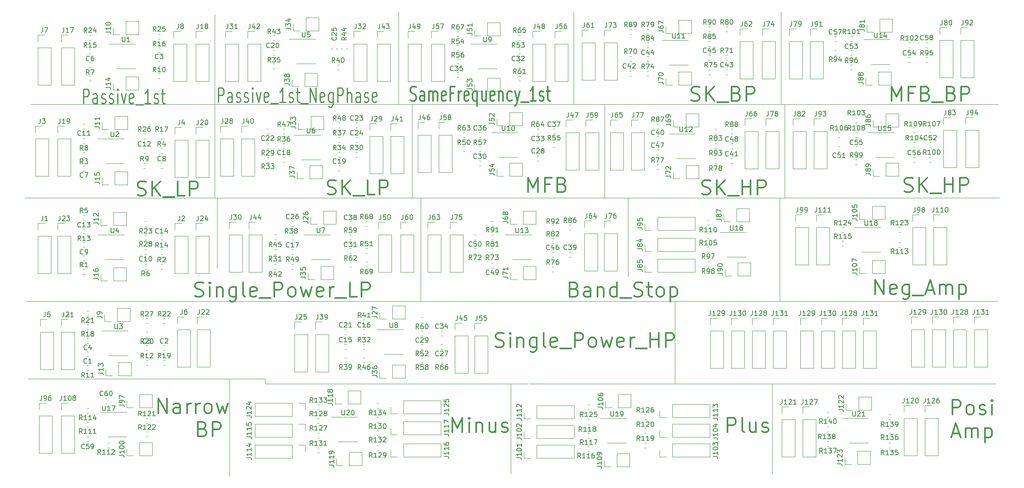
<source format=gbr>
%TF.GenerationSoftware,KiCad,Pcbnew,5.1.6-c6e7f7d~87~ubuntu18.04.1*%
%TF.CreationDate,2020-10-23T09:17:53+08:00*%
%TF.ProjectId,filter_dev_board_v1.0,66696c74-6572-45f6-9465-765f626f6172,rev?*%
%TF.SameCoordinates,Original*%
%TF.FileFunction,Legend,Top*%
%TF.FilePolarity,Positive*%
%FSLAX46Y46*%
G04 Gerber Fmt 4.6, Leading zero omitted, Abs format (unit mm)*
G04 Created by KiCad (PCBNEW 5.1.6-c6e7f7d~87~ubuntu18.04.1) date 2020-10-23 09:17:53*
%MOMM*%
%LPD*%
G01*
G04 APERTURE LIST*
%ADD10C,0.300000*%
%ADD11C,0.120000*%
%ADD12C,0.250000*%
%ADD13C,0.150000*%
G04 APERTURE END LIST*
D10*
X209034571Y-151611142D02*
X209034571Y-148611142D01*
X210177428Y-148611142D01*
X210463142Y-148754000D01*
X210606000Y-148896857D01*
X210748857Y-149182571D01*
X210748857Y-149611142D01*
X210606000Y-149896857D01*
X210463142Y-150039714D01*
X210177428Y-150182571D01*
X209034571Y-150182571D01*
X212463142Y-151611142D02*
X212177428Y-151468285D01*
X212034571Y-151325428D01*
X211891714Y-151039714D01*
X211891714Y-150182571D01*
X212034571Y-149896857D01*
X212177428Y-149754000D01*
X212463142Y-149611142D01*
X212891714Y-149611142D01*
X213177428Y-149754000D01*
X213320285Y-149896857D01*
X213463142Y-150182571D01*
X213463142Y-151039714D01*
X213320285Y-151325428D01*
X213177428Y-151468285D01*
X212891714Y-151611142D01*
X212463142Y-151611142D01*
X214606000Y-151468285D02*
X214891714Y-151611142D01*
X215463142Y-151611142D01*
X215748857Y-151468285D01*
X215891714Y-151182571D01*
X215891714Y-151039714D01*
X215748857Y-150754000D01*
X215463142Y-150611142D01*
X215034571Y-150611142D01*
X214748857Y-150468285D01*
X214606000Y-150182571D01*
X214606000Y-150039714D01*
X214748857Y-149754000D01*
X215034571Y-149611142D01*
X215463142Y-149611142D01*
X215748857Y-149754000D01*
X217177428Y-151611142D02*
X217177428Y-149611142D01*
X217177428Y-148611142D02*
X217034571Y-148754000D01*
X217177428Y-148896857D01*
X217320285Y-148754000D01*
X217177428Y-148611142D01*
X217177428Y-148896857D01*
X209034571Y-155554000D02*
X210463142Y-155554000D01*
X208748857Y-156411142D02*
X209748857Y-153411142D01*
X210748857Y-156411142D01*
X211748857Y-156411142D02*
X211748857Y-154411142D01*
X211748857Y-154696857D02*
X211891714Y-154554000D01*
X212177428Y-154411142D01*
X212606000Y-154411142D01*
X212891714Y-154554000D01*
X213034571Y-154839714D01*
X213034571Y-156411142D01*
X213034571Y-154839714D02*
X213177428Y-154554000D01*
X213463142Y-154411142D01*
X213891714Y-154411142D01*
X214177428Y-154554000D01*
X214320285Y-154839714D01*
X214320285Y-156411142D01*
X215748857Y-154411142D02*
X215748857Y-157411142D01*
X215748857Y-154554000D02*
X216034571Y-154411142D01*
X216606000Y-154411142D01*
X216891714Y-154554000D01*
X217034571Y-154696857D01*
X217177428Y-154982571D01*
X217177428Y-155839714D01*
X217034571Y-156125428D01*
X216891714Y-156268285D01*
X216606000Y-156411142D01*
X216034571Y-156411142D01*
X215748857Y-156268285D01*
X162735142Y-155281142D02*
X162735142Y-152281142D01*
X163878000Y-152281142D01*
X164163714Y-152424000D01*
X164306571Y-152566857D01*
X164449428Y-152852571D01*
X164449428Y-153281142D01*
X164306571Y-153566857D01*
X164163714Y-153709714D01*
X163878000Y-153852571D01*
X162735142Y-153852571D01*
X166163714Y-155281142D02*
X165878000Y-155138285D01*
X165735142Y-154852571D01*
X165735142Y-152281142D01*
X168592285Y-153281142D02*
X168592285Y-155281142D01*
X167306571Y-153281142D02*
X167306571Y-154852571D01*
X167449428Y-155138285D01*
X167735142Y-155281142D01*
X168163714Y-155281142D01*
X168449428Y-155138285D01*
X168592285Y-154995428D01*
X169878000Y-155138285D02*
X170163714Y-155281142D01*
X170735142Y-155281142D01*
X171020857Y-155138285D01*
X171163714Y-154852571D01*
X171163714Y-154709714D01*
X171020857Y-154424000D01*
X170735142Y-154281142D01*
X170306571Y-154281142D01*
X170020857Y-154138285D01*
X169878000Y-153852571D01*
X169878000Y-153709714D01*
X170020857Y-153424000D01*
X170306571Y-153281142D01*
X170735142Y-153281142D01*
X171020857Y-153424000D01*
D11*
X171958000Y-145288000D02*
X171958000Y-163830000D01*
D10*
X106117142Y-155281142D02*
X106117142Y-152281142D01*
X107117142Y-154424000D01*
X108117142Y-152281142D01*
X108117142Y-155281142D01*
X109545714Y-155281142D02*
X109545714Y-153281142D01*
X109545714Y-152281142D02*
X109402857Y-152424000D01*
X109545714Y-152566857D01*
X109688571Y-152424000D01*
X109545714Y-152281142D01*
X109545714Y-152566857D01*
X110974285Y-153281142D02*
X110974285Y-155281142D01*
X110974285Y-153566857D02*
X111117142Y-153424000D01*
X111402857Y-153281142D01*
X111831428Y-153281142D01*
X112117142Y-153424000D01*
X112260000Y-153709714D01*
X112260000Y-155281142D01*
X114974285Y-153281142D02*
X114974285Y-155281142D01*
X113688571Y-153281142D02*
X113688571Y-154852571D01*
X113831428Y-155138285D01*
X114117142Y-155281142D01*
X114545714Y-155281142D01*
X114831428Y-155138285D01*
X114974285Y-154995428D01*
X116260000Y-155138285D02*
X116545714Y-155281142D01*
X117117142Y-155281142D01*
X117402857Y-155138285D01*
X117545714Y-154852571D01*
X117545714Y-154709714D01*
X117402857Y-154424000D01*
X117117142Y-154281142D01*
X116688571Y-154281142D01*
X116402857Y-154138285D01*
X116260000Y-153852571D01*
X116260000Y-153709714D01*
X116402857Y-153424000D01*
X116688571Y-153281142D01*
X117117142Y-153281142D01*
X117402857Y-153424000D01*
X45578000Y-151357142D02*
X45578000Y-148357142D01*
X47292285Y-151357142D01*
X47292285Y-148357142D01*
X50006571Y-151357142D02*
X50006571Y-149785714D01*
X49863714Y-149500000D01*
X49578000Y-149357142D01*
X49006571Y-149357142D01*
X48720857Y-149500000D01*
X50006571Y-151214285D02*
X49720857Y-151357142D01*
X49006571Y-151357142D01*
X48720857Y-151214285D01*
X48578000Y-150928571D01*
X48578000Y-150642857D01*
X48720857Y-150357142D01*
X49006571Y-150214285D01*
X49720857Y-150214285D01*
X50006571Y-150071428D01*
X51435142Y-151357142D02*
X51435142Y-149357142D01*
X51435142Y-149928571D02*
X51578000Y-149642857D01*
X51720857Y-149500000D01*
X52006571Y-149357142D01*
X52292285Y-149357142D01*
X53292285Y-151357142D02*
X53292285Y-149357142D01*
X53292285Y-149928571D02*
X53435142Y-149642857D01*
X53578000Y-149500000D01*
X53863714Y-149357142D01*
X54149428Y-149357142D01*
X55578000Y-151357142D02*
X55292285Y-151214285D01*
X55149428Y-151071428D01*
X55006571Y-150785714D01*
X55006571Y-149928571D01*
X55149428Y-149642857D01*
X55292285Y-149500000D01*
X55578000Y-149357142D01*
X56006571Y-149357142D01*
X56292285Y-149500000D01*
X56435142Y-149642857D01*
X56578000Y-149928571D01*
X56578000Y-150785714D01*
X56435142Y-151071428D01*
X56292285Y-151214285D01*
X56006571Y-151357142D01*
X55578000Y-151357142D01*
X57578000Y-149357142D02*
X58149428Y-151357142D01*
X58720857Y-149928571D01*
X59292285Y-151357142D01*
X59863714Y-149357142D01*
X54720857Y-154585714D02*
X55149428Y-154728571D01*
X55292285Y-154871428D01*
X55435142Y-155157142D01*
X55435142Y-155585714D01*
X55292285Y-155871428D01*
X55149428Y-156014285D01*
X54863714Y-156157142D01*
X53720857Y-156157142D01*
X53720857Y-153157142D01*
X54720857Y-153157142D01*
X55006571Y-153300000D01*
X55149428Y-153442857D01*
X55292285Y-153728571D01*
X55292285Y-154014285D01*
X55149428Y-154300000D01*
X55006571Y-154442857D01*
X54720857Y-154585714D01*
X53720857Y-154585714D01*
X56720857Y-156157142D02*
X56720857Y-153157142D01*
X57863714Y-153157142D01*
X58149428Y-153300000D01*
X58292285Y-153442857D01*
X58435142Y-153728571D01*
X58435142Y-154157142D01*
X58292285Y-154442857D01*
X58149428Y-154585714D01*
X57863714Y-154728571D01*
X56720857Y-154728571D01*
X114992857Y-137612285D02*
X115421428Y-137755142D01*
X116135714Y-137755142D01*
X116421428Y-137612285D01*
X116564285Y-137469428D01*
X116707142Y-137183714D01*
X116707142Y-136898000D01*
X116564285Y-136612285D01*
X116421428Y-136469428D01*
X116135714Y-136326571D01*
X115564285Y-136183714D01*
X115278571Y-136040857D01*
X115135714Y-135898000D01*
X114992857Y-135612285D01*
X114992857Y-135326571D01*
X115135714Y-135040857D01*
X115278571Y-134898000D01*
X115564285Y-134755142D01*
X116278571Y-134755142D01*
X116707142Y-134898000D01*
X117992857Y-137755142D02*
X117992857Y-135755142D01*
X117992857Y-134755142D02*
X117850000Y-134898000D01*
X117992857Y-135040857D01*
X118135714Y-134898000D01*
X117992857Y-134755142D01*
X117992857Y-135040857D01*
X119421428Y-135755142D02*
X119421428Y-137755142D01*
X119421428Y-136040857D02*
X119564285Y-135898000D01*
X119850000Y-135755142D01*
X120278571Y-135755142D01*
X120564285Y-135898000D01*
X120707142Y-136183714D01*
X120707142Y-137755142D01*
X123421428Y-135755142D02*
X123421428Y-138183714D01*
X123278571Y-138469428D01*
X123135714Y-138612285D01*
X122850000Y-138755142D01*
X122421428Y-138755142D01*
X122135714Y-138612285D01*
X123421428Y-137612285D02*
X123135714Y-137755142D01*
X122564285Y-137755142D01*
X122278571Y-137612285D01*
X122135714Y-137469428D01*
X121992857Y-137183714D01*
X121992857Y-136326571D01*
X122135714Y-136040857D01*
X122278571Y-135898000D01*
X122564285Y-135755142D01*
X123135714Y-135755142D01*
X123421428Y-135898000D01*
X125278571Y-137755142D02*
X124992857Y-137612285D01*
X124850000Y-137326571D01*
X124850000Y-134755142D01*
X127564285Y-137612285D02*
X127278571Y-137755142D01*
X126707142Y-137755142D01*
X126421428Y-137612285D01*
X126278571Y-137326571D01*
X126278571Y-136183714D01*
X126421428Y-135898000D01*
X126707142Y-135755142D01*
X127278571Y-135755142D01*
X127564285Y-135898000D01*
X127707142Y-136183714D01*
X127707142Y-136469428D01*
X126278571Y-136755142D01*
X128278571Y-138040857D02*
X130564285Y-138040857D01*
X131278571Y-137755142D02*
X131278571Y-134755142D01*
X132421428Y-134755142D01*
X132707142Y-134898000D01*
X132850000Y-135040857D01*
X132992857Y-135326571D01*
X132992857Y-135755142D01*
X132850000Y-136040857D01*
X132707142Y-136183714D01*
X132421428Y-136326571D01*
X131278571Y-136326571D01*
X134707142Y-137755142D02*
X134421428Y-137612285D01*
X134278571Y-137469428D01*
X134135714Y-137183714D01*
X134135714Y-136326571D01*
X134278571Y-136040857D01*
X134421428Y-135898000D01*
X134707142Y-135755142D01*
X135135714Y-135755142D01*
X135421428Y-135898000D01*
X135564285Y-136040857D01*
X135707142Y-136326571D01*
X135707142Y-137183714D01*
X135564285Y-137469428D01*
X135421428Y-137612285D01*
X135135714Y-137755142D01*
X134707142Y-137755142D01*
X136707142Y-135755142D02*
X137278571Y-137755142D01*
X137850000Y-136326571D01*
X138421428Y-137755142D01*
X138992857Y-135755142D01*
X141278571Y-137612285D02*
X140992857Y-137755142D01*
X140421428Y-137755142D01*
X140135714Y-137612285D01*
X139992857Y-137326571D01*
X139992857Y-136183714D01*
X140135714Y-135898000D01*
X140421428Y-135755142D01*
X140992857Y-135755142D01*
X141278571Y-135898000D01*
X141421428Y-136183714D01*
X141421428Y-136469428D01*
X139992857Y-136755142D01*
X142707142Y-137755142D02*
X142707142Y-135755142D01*
X142707142Y-136326571D02*
X142850000Y-136040857D01*
X142992857Y-135898000D01*
X143278571Y-135755142D01*
X143564285Y-135755142D01*
X143850000Y-138040857D02*
X146135714Y-138040857D01*
X146850000Y-137755142D02*
X146850000Y-134755142D01*
X146850000Y-136183714D02*
X148564285Y-136183714D01*
X148564285Y-137755142D02*
X148564285Y-134755142D01*
X149992857Y-137755142D02*
X149992857Y-134755142D01*
X151135714Y-134755142D01*
X151421428Y-134898000D01*
X151564285Y-135040857D01*
X151707142Y-135326571D01*
X151707142Y-135755142D01*
X151564285Y-136040857D01*
X151421428Y-136183714D01*
X151135714Y-136326571D01*
X149992857Y-136326571D01*
X193152285Y-126833142D02*
X193152285Y-123833142D01*
X194866571Y-126833142D01*
X194866571Y-123833142D01*
X197438000Y-126690285D02*
X197152285Y-126833142D01*
X196580857Y-126833142D01*
X196295142Y-126690285D01*
X196152285Y-126404571D01*
X196152285Y-125261714D01*
X196295142Y-124976000D01*
X196580857Y-124833142D01*
X197152285Y-124833142D01*
X197438000Y-124976000D01*
X197580857Y-125261714D01*
X197580857Y-125547428D01*
X196152285Y-125833142D01*
X200152285Y-124833142D02*
X200152285Y-127261714D01*
X200009428Y-127547428D01*
X199866571Y-127690285D01*
X199580857Y-127833142D01*
X199152285Y-127833142D01*
X198866571Y-127690285D01*
X200152285Y-126690285D02*
X199866571Y-126833142D01*
X199295142Y-126833142D01*
X199009428Y-126690285D01*
X198866571Y-126547428D01*
X198723714Y-126261714D01*
X198723714Y-125404571D01*
X198866571Y-125118857D01*
X199009428Y-124976000D01*
X199295142Y-124833142D01*
X199866571Y-124833142D01*
X200152285Y-124976000D01*
X200866571Y-127118857D02*
X203152285Y-127118857D01*
X203723714Y-125976000D02*
X205152285Y-125976000D01*
X203438000Y-126833142D02*
X204438000Y-123833142D01*
X205438000Y-126833142D01*
X206438000Y-126833142D02*
X206438000Y-124833142D01*
X206438000Y-125118857D02*
X206580857Y-124976000D01*
X206866571Y-124833142D01*
X207295142Y-124833142D01*
X207580857Y-124976000D01*
X207723714Y-125261714D01*
X207723714Y-126833142D01*
X207723714Y-125261714D02*
X207866571Y-124976000D01*
X208152285Y-124833142D01*
X208580857Y-124833142D01*
X208866571Y-124976000D01*
X209009428Y-125261714D01*
X209009428Y-126833142D01*
X210438000Y-124833142D02*
X210438000Y-127833142D01*
X210438000Y-124976000D02*
X210723714Y-124833142D01*
X211295142Y-124833142D01*
X211580857Y-124976000D01*
X211723714Y-125118857D01*
X211866571Y-125404571D01*
X211866571Y-126261714D01*
X211723714Y-126547428D01*
X211580857Y-126690285D01*
X211295142Y-126833142D01*
X210723714Y-126833142D01*
X210438000Y-126690285D01*
X131224000Y-125769714D02*
X131652571Y-125912571D01*
X131795428Y-126055428D01*
X131938285Y-126341142D01*
X131938285Y-126769714D01*
X131795428Y-127055428D01*
X131652571Y-127198285D01*
X131366857Y-127341142D01*
X130224000Y-127341142D01*
X130224000Y-124341142D01*
X131224000Y-124341142D01*
X131509714Y-124484000D01*
X131652571Y-124626857D01*
X131795428Y-124912571D01*
X131795428Y-125198285D01*
X131652571Y-125484000D01*
X131509714Y-125626857D01*
X131224000Y-125769714D01*
X130224000Y-125769714D01*
X134509714Y-127341142D02*
X134509714Y-125769714D01*
X134366857Y-125484000D01*
X134081142Y-125341142D01*
X133509714Y-125341142D01*
X133224000Y-125484000D01*
X134509714Y-127198285D02*
X134224000Y-127341142D01*
X133509714Y-127341142D01*
X133224000Y-127198285D01*
X133081142Y-126912571D01*
X133081142Y-126626857D01*
X133224000Y-126341142D01*
X133509714Y-126198285D01*
X134224000Y-126198285D01*
X134509714Y-126055428D01*
X135938285Y-125341142D02*
X135938285Y-127341142D01*
X135938285Y-125626857D02*
X136081142Y-125484000D01*
X136366857Y-125341142D01*
X136795428Y-125341142D01*
X137081142Y-125484000D01*
X137224000Y-125769714D01*
X137224000Y-127341142D01*
X139938285Y-127341142D02*
X139938285Y-124341142D01*
X139938285Y-127198285D02*
X139652571Y-127341142D01*
X139081142Y-127341142D01*
X138795428Y-127198285D01*
X138652571Y-127055428D01*
X138509714Y-126769714D01*
X138509714Y-125912571D01*
X138652571Y-125626857D01*
X138795428Y-125484000D01*
X139081142Y-125341142D01*
X139652571Y-125341142D01*
X139938285Y-125484000D01*
X140652571Y-127626857D02*
X142938285Y-127626857D01*
X143509714Y-127198285D02*
X143938285Y-127341142D01*
X144652571Y-127341142D01*
X144938285Y-127198285D01*
X145081142Y-127055428D01*
X145224000Y-126769714D01*
X145224000Y-126484000D01*
X145081142Y-126198285D01*
X144938285Y-126055428D01*
X144652571Y-125912571D01*
X144081142Y-125769714D01*
X143795428Y-125626857D01*
X143652571Y-125484000D01*
X143509714Y-125198285D01*
X143509714Y-124912571D01*
X143652571Y-124626857D01*
X143795428Y-124484000D01*
X144081142Y-124341142D01*
X144795428Y-124341142D01*
X145224000Y-124484000D01*
X146081142Y-125341142D02*
X147224000Y-125341142D01*
X146509714Y-124341142D02*
X146509714Y-126912571D01*
X146652571Y-127198285D01*
X146938285Y-127341142D01*
X147224000Y-127341142D01*
X148652571Y-127341142D02*
X148366857Y-127198285D01*
X148224000Y-127055428D01*
X148081142Y-126769714D01*
X148081142Y-125912571D01*
X148224000Y-125626857D01*
X148366857Y-125484000D01*
X148652571Y-125341142D01*
X149081142Y-125341142D01*
X149366857Y-125484000D01*
X149509714Y-125626857D01*
X149652571Y-125912571D01*
X149652571Y-126769714D01*
X149509714Y-127055428D01*
X149366857Y-127198285D01*
X149081142Y-127341142D01*
X148652571Y-127341142D01*
X150938285Y-125341142D02*
X150938285Y-128341142D01*
X150938285Y-125484000D02*
X151224000Y-125341142D01*
X151795428Y-125341142D01*
X152081142Y-125484000D01*
X152224000Y-125626857D01*
X152366857Y-125912571D01*
X152366857Y-126769714D01*
X152224000Y-127055428D01*
X152081142Y-127198285D01*
X151795428Y-127341142D01*
X151224000Y-127341142D01*
X150938285Y-127198285D01*
X53120000Y-127198285D02*
X53548571Y-127341142D01*
X54262857Y-127341142D01*
X54548571Y-127198285D01*
X54691428Y-127055428D01*
X54834285Y-126769714D01*
X54834285Y-126484000D01*
X54691428Y-126198285D01*
X54548571Y-126055428D01*
X54262857Y-125912571D01*
X53691428Y-125769714D01*
X53405714Y-125626857D01*
X53262857Y-125484000D01*
X53120000Y-125198285D01*
X53120000Y-124912571D01*
X53262857Y-124626857D01*
X53405714Y-124484000D01*
X53691428Y-124341142D01*
X54405714Y-124341142D01*
X54834285Y-124484000D01*
X56120000Y-127341142D02*
X56120000Y-125341142D01*
X56120000Y-124341142D02*
X55977142Y-124484000D01*
X56120000Y-124626857D01*
X56262857Y-124484000D01*
X56120000Y-124341142D01*
X56120000Y-124626857D01*
X57548571Y-125341142D02*
X57548571Y-127341142D01*
X57548571Y-125626857D02*
X57691428Y-125484000D01*
X57977142Y-125341142D01*
X58405714Y-125341142D01*
X58691428Y-125484000D01*
X58834285Y-125769714D01*
X58834285Y-127341142D01*
X61548571Y-125341142D02*
X61548571Y-127769714D01*
X61405714Y-128055428D01*
X61262857Y-128198285D01*
X60977142Y-128341142D01*
X60548571Y-128341142D01*
X60262857Y-128198285D01*
X61548571Y-127198285D02*
X61262857Y-127341142D01*
X60691428Y-127341142D01*
X60405714Y-127198285D01*
X60262857Y-127055428D01*
X60120000Y-126769714D01*
X60120000Y-125912571D01*
X60262857Y-125626857D01*
X60405714Y-125484000D01*
X60691428Y-125341142D01*
X61262857Y-125341142D01*
X61548571Y-125484000D01*
X63405714Y-127341142D02*
X63120000Y-127198285D01*
X62977142Y-126912571D01*
X62977142Y-124341142D01*
X65691428Y-127198285D02*
X65405714Y-127341142D01*
X64834285Y-127341142D01*
X64548571Y-127198285D01*
X64405714Y-126912571D01*
X64405714Y-125769714D01*
X64548571Y-125484000D01*
X64834285Y-125341142D01*
X65405714Y-125341142D01*
X65691428Y-125484000D01*
X65834285Y-125769714D01*
X65834285Y-126055428D01*
X64405714Y-126341142D01*
X66405714Y-127626857D02*
X68691428Y-127626857D01*
X69405714Y-127341142D02*
X69405714Y-124341142D01*
X70548571Y-124341142D01*
X70834285Y-124484000D01*
X70977142Y-124626857D01*
X71120000Y-124912571D01*
X71120000Y-125341142D01*
X70977142Y-125626857D01*
X70834285Y-125769714D01*
X70548571Y-125912571D01*
X69405714Y-125912571D01*
X72834285Y-127341142D02*
X72548571Y-127198285D01*
X72405714Y-127055428D01*
X72262857Y-126769714D01*
X72262857Y-125912571D01*
X72405714Y-125626857D01*
X72548571Y-125484000D01*
X72834285Y-125341142D01*
X73262857Y-125341142D01*
X73548571Y-125484000D01*
X73691428Y-125626857D01*
X73834285Y-125912571D01*
X73834285Y-126769714D01*
X73691428Y-127055428D01*
X73548571Y-127198285D01*
X73262857Y-127341142D01*
X72834285Y-127341142D01*
X74834285Y-125341142D02*
X75405714Y-127341142D01*
X75977142Y-125912571D01*
X76548571Y-127341142D01*
X77120000Y-125341142D01*
X79405714Y-127198285D02*
X79120000Y-127341142D01*
X78548571Y-127341142D01*
X78262857Y-127198285D01*
X78120000Y-126912571D01*
X78120000Y-125769714D01*
X78262857Y-125484000D01*
X78548571Y-125341142D01*
X79120000Y-125341142D01*
X79405714Y-125484000D01*
X79548571Y-125769714D01*
X79548571Y-126055428D01*
X78120000Y-126341142D01*
X80834285Y-127341142D02*
X80834285Y-125341142D01*
X80834285Y-125912571D02*
X80977142Y-125626857D01*
X81120000Y-125484000D01*
X81405714Y-125341142D01*
X81691428Y-125341142D01*
X81977142Y-127626857D02*
X84262857Y-127626857D01*
X86405714Y-127341142D02*
X84977142Y-127341142D01*
X84977142Y-124341142D01*
X87405714Y-127341142D02*
X87405714Y-124341142D01*
X88548571Y-124341142D01*
X88834285Y-124484000D01*
X88977142Y-124626857D01*
X89120000Y-124912571D01*
X89120000Y-125341142D01*
X88977142Y-125626857D01*
X88834285Y-125769714D01*
X88548571Y-125912571D01*
X87405714Y-125912571D01*
X199168571Y-105608285D02*
X199597142Y-105751142D01*
X200311428Y-105751142D01*
X200597142Y-105608285D01*
X200740000Y-105465428D01*
X200882857Y-105179714D01*
X200882857Y-104894000D01*
X200740000Y-104608285D01*
X200597142Y-104465428D01*
X200311428Y-104322571D01*
X199740000Y-104179714D01*
X199454285Y-104036857D01*
X199311428Y-103894000D01*
X199168571Y-103608285D01*
X199168571Y-103322571D01*
X199311428Y-103036857D01*
X199454285Y-102894000D01*
X199740000Y-102751142D01*
X200454285Y-102751142D01*
X200882857Y-102894000D01*
X202168571Y-105751142D02*
X202168571Y-102751142D01*
X203882857Y-105751142D02*
X202597142Y-104036857D01*
X203882857Y-102751142D02*
X202168571Y-104465428D01*
X204454285Y-106036857D02*
X206740000Y-106036857D01*
X207454285Y-105751142D02*
X207454285Y-102751142D01*
X207454285Y-104179714D02*
X209168571Y-104179714D01*
X209168571Y-105751142D02*
X209168571Y-102751142D01*
X210597142Y-105751142D02*
X210597142Y-102751142D01*
X211740000Y-102751142D01*
X212025714Y-102894000D01*
X212168571Y-103036857D01*
X212311428Y-103322571D01*
X212311428Y-103751142D01*
X212168571Y-104036857D01*
X212025714Y-104179714D01*
X211740000Y-104322571D01*
X210597142Y-104322571D01*
X157512571Y-106116285D02*
X157941142Y-106259142D01*
X158655428Y-106259142D01*
X158941142Y-106116285D01*
X159084000Y-105973428D01*
X159226857Y-105687714D01*
X159226857Y-105402000D01*
X159084000Y-105116285D01*
X158941142Y-104973428D01*
X158655428Y-104830571D01*
X158084000Y-104687714D01*
X157798285Y-104544857D01*
X157655428Y-104402000D01*
X157512571Y-104116285D01*
X157512571Y-103830571D01*
X157655428Y-103544857D01*
X157798285Y-103402000D01*
X158084000Y-103259142D01*
X158798285Y-103259142D01*
X159226857Y-103402000D01*
X160512571Y-106259142D02*
X160512571Y-103259142D01*
X162226857Y-106259142D02*
X160941142Y-104544857D01*
X162226857Y-103259142D02*
X160512571Y-104973428D01*
X162798285Y-106544857D02*
X165084000Y-106544857D01*
X165798285Y-106259142D02*
X165798285Y-103259142D01*
X165798285Y-104687714D02*
X167512571Y-104687714D01*
X167512571Y-106259142D02*
X167512571Y-103259142D01*
X168941142Y-106259142D02*
X168941142Y-103259142D01*
X170084000Y-103259142D01*
X170369714Y-103402000D01*
X170512571Y-103544857D01*
X170655428Y-103830571D01*
X170655428Y-104259142D01*
X170512571Y-104544857D01*
X170369714Y-104687714D01*
X170084000Y-104830571D01*
X168941142Y-104830571D01*
X121690285Y-105751142D02*
X121690285Y-102751142D01*
X122690285Y-104894000D01*
X123690285Y-102751142D01*
X123690285Y-105751142D01*
X126118857Y-104179714D02*
X125118857Y-104179714D01*
X125118857Y-105751142D02*
X125118857Y-102751142D01*
X126547428Y-102751142D01*
X128690285Y-104179714D02*
X129118857Y-104322571D01*
X129261714Y-104465428D01*
X129404571Y-104751142D01*
X129404571Y-105179714D01*
X129261714Y-105465428D01*
X129118857Y-105608285D01*
X128833142Y-105751142D01*
X127690285Y-105751142D01*
X127690285Y-102751142D01*
X128690285Y-102751142D01*
X128976000Y-102894000D01*
X129118857Y-103036857D01*
X129261714Y-103322571D01*
X129261714Y-103608285D01*
X129118857Y-103894000D01*
X128976000Y-104036857D01*
X128690285Y-104179714D01*
X127690285Y-104179714D01*
X80399714Y-106116285D02*
X80828285Y-106259142D01*
X81542571Y-106259142D01*
X81828285Y-106116285D01*
X81971142Y-105973428D01*
X82114000Y-105687714D01*
X82114000Y-105402000D01*
X81971142Y-105116285D01*
X81828285Y-104973428D01*
X81542571Y-104830571D01*
X80971142Y-104687714D01*
X80685428Y-104544857D01*
X80542571Y-104402000D01*
X80399714Y-104116285D01*
X80399714Y-103830571D01*
X80542571Y-103544857D01*
X80685428Y-103402000D01*
X80971142Y-103259142D01*
X81685428Y-103259142D01*
X82114000Y-103402000D01*
X83399714Y-106259142D02*
X83399714Y-103259142D01*
X85114000Y-106259142D02*
X83828285Y-104544857D01*
X85114000Y-103259142D02*
X83399714Y-104973428D01*
X85685428Y-106544857D02*
X87971142Y-106544857D01*
X90114000Y-106259142D02*
X88685428Y-106259142D01*
X88685428Y-103259142D01*
X91114000Y-106259142D02*
X91114000Y-103259142D01*
X92256857Y-103259142D01*
X92542571Y-103402000D01*
X92685428Y-103544857D01*
X92828285Y-103830571D01*
X92828285Y-104259142D01*
X92685428Y-104544857D01*
X92542571Y-104687714D01*
X92256857Y-104830571D01*
X91114000Y-104830571D01*
X41283714Y-106370285D02*
X41712285Y-106513142D01*
X42426571Y-106513142D01*
X42712285Y-106370285D01*
X42855142Y-106227428D01*
X42998000Y-105941714D01*
X42998000Y-105656000D01*
X42855142Y-105370285D01*
X42712285Y-105227428D01*
X42426571Y-105084571D01*
X41855142Y-104941714D01*
X41569428Y-104798857D01*
X41426571Y-104656000D01*
X41283714Y-104370285D01*
X41283714Y-104084571D01*
X41426571Y-103798857D01*
X41569428Y-103656000D01*
X41855142Y-103513142D01*
X42569428Y-103513142D01*
X42998000Y-103656000D01*
X44283714Y-106513142D02*
X44283714Y-103513142D01*
X45998000Y-106513142D02*
X44712285Y-104798857D01*
X45998000Y-103513142D02*
X44283714Y-105227428D01*
X46569428Y-106798857D02*
X48855142Y-106798857D01*
X50998000Y-106513142D02*
X49569428Y-106513142D01*
X49569428Y-103513142D01*
X51998000Y-106513142D02*
X51998000Y-103513142D01*
X53140857Y-103513142D01*
X53426571Y-103656000D01*
X53569428Y-103798857D01*
X53712285Y-104084571D01*
X53712285Y-104513142D01*
X53569428Y-104798857D01*
X53426571Y-104941714D01*
X53140857Y-105084571D01*
X51998000Y-105084571D01*
X196541428Y-86955142D02*
X196541428Y-83955142D01*
X197541428Y-86098000D01*
X198541428Y-83955142D01*
X198541428Y-86955142D01*
X200970000Y-85383714D02*
X199970000Y-85383714D01*
X199970000Y-86955142D02*
X199970000Y-83955142D01*
X201398571Y-83955142D01*
X203541428Y-85383714D02*
X203970000Y-85526571D01*
X204112857Y-85669428D01*
X204255714Y-85955142D01*
X204255714Y-86383714D01*
X204112857Y-86669428D01*
X203970000Y-86812285D01*
X203684285Y-86955142D01*
X202541428Y-86955142D01*
X202541428Y-83955142D01*
X203541428Y-83955142D01*
X203827142Y-84098000D01*
X203970000Y-84240857D01*
X204112857Y-84526571D01*
X204112857Y-84812285D01*
X203970000Y-85098000D01*
X203827142Y-85240857D01*
X203541428Y-85383714D01*
X202541428Y-85383714D01*
X204827142Y-87240857D02*
X207112857Y-87240857D01*
X208827142Y-85383714D02*
X209255714Y-85526571D01*
X209398571Y-85669428D01*
X209541428Y-85955142D01*
X209541428Y-86383714D01*
X209398571Y-86669428D01*
X209255714Y-86812285D01*
X208970000Y-86955142D01*
X207827142Y-86955142D01*
X207827142Y-83955142D01*
X208827142Y-83955142D01*
X209112857Y-84098000D01*
X209255714Y-84240857D01*
X209398571Y-84526571D01*
X209398571Y-84812285D01*
X209255714Y-85098000D01*
X209112857Y-85240857D01*
X208827142Y-85383714D01*
X207827142Y-85383714D01*
X210827142Y-86955142D02*
X210827142Y-83955142D01*
X211970000Y-83955142D01*
X212255714Y-84098000D01*
X212398571Y-84240857D01*
X212541428Y-84526571D01*
X212541428Y-84955142D01*
X212398571Y-85240857D01*
X212255714Y-85383714D01*
X211970000Y-85526571D01*
X210827142Y-85526571D01*
X155298000Y-86812285D02*
X155726571Y-86955142D01*
X156440857Y-86955142D01*
X156726571Y-86812285D01*
X156869428Y-86669428D01*
X157012285Y-86383714D01*
X157012285Y-86098000D01*
X156869428Y-85812285D01*
X156726571Y-85669428D01*
X156440857Y-85526571D01*
X155869428Y-85383714D01*
X155583714Y-85240857D01*
X155440857Y-85098000D01*
X155298000Y-84812285D01*
X155298000Y-84526571D01*
X155440857Y-84240857D01*
X155583714Y-84098000D01*
X155869428Y-83955142D01*
X156583714Y-83955142D01*
X157012285Y-84098000D01*
X158298000Y-86955142D02*
X158298000Y-83955142D01*
X160012285Y-86955142D02*
X158726571Y-85240857D01*
X160012285Y-83955142D02*
X158298000Y-85669428D01*
X160583714Y-87240857D02*
X162869428Y-87240857D01*
X164583714Y-85383714D02*
X165012285Y-85526571D01*
X165155142Y-85669428D01*
X165298000Y-85955142D01*
X165298000Y-86383714D01*
X165155142Y-86669428D01*
X165012285Y-86812285D01*
X164726571Y-86955142D01*
X163583714Y-86955142D01*
X163583714Y-83955142D01*
X164583714Y-83955142D01*
X164869428Y-84098000D01*
X165012285Y-84240857D01*
X165155142Y-84526571D01*
X165155142Y-84812285D01*
X165012285Y-85098000D01*
X164869428Y-85240857D01*
X164583714Y-85383714D01*
X163583714Y-85383714D01*
X166583714Y-86955142D02*
X166583714Y-83955142D01*
X167726571Y-83955142D01*
X168012285Y-84098000D01*
X168155142Y-84240857D01*
X168298000Y-84526571D01*
X168298000Y-84955142D01*
X168155142Y-85240857D01*
X168012285Y-85383714D01*
X167726571Y-85526571D01*
X166583714Y-85526571D01*
X97474285Y-86812285D02*
X97760000Y-86955142D01*
X98236190Y-86955142D01*
X98426666Y-86812285D01*
X98521904Y-86669428D01*
X98617142Y-86383714D01*
X98617142Y-86098000D01*
X98521904Y-85812285D01*
X98426666Y-85669428D01*
X98236190Y-85526571D01*
X97855238Y-85383714D01*
X97664761Y-85240857D01*
X97569523Y-85098000D01*
X97474285Y-84812285D01*
X97474285Y-84526571D01*
X97569523Y-84240857D01*
X97664761Y-84098000D01*
X97855238Y-83955142D01*
X98331428Y-83955142D01*
X98617142Y-84098000D01*
X100331428Y-86955142D02*
X100331428Y-85383714D01*
X100236190Y-85098000D01*
X100045714Y-84955142D01*
X99664761Y-84955142D01*
X99474285Y-85098000D01*
X100331428Y-86812285D02*
X100140952Y-86955142D01*
X99664761Y-86955142D01*
X99474285Y-86812285D01*
X99379047Y-86526571D01*
X99379047Y-86240857D01*
X99474285Y-85955142D01*
X99664761Y-85812285D01*
X100140952Y-85812285D01*
X100331428Y-85669428D01*
X101283809Y-86955142D02*
X101283809Y-84955142D01*
X101283809Y-85240857D02*
X101379047Y-85098000D01*
X101569523Y-84955142D01*
X101855238Y-84955142D01*
X102045714Y-85098000D01*
X102140952Y-85383714D01*
X102140952Y-86955142D01*
X102140952Y-85383714D02*
X102236190Y-85098000D01*
X102426666Y-84955142D01*
X102712380Y-84955142D01*
X102902857Y-85098000D01*
X102998095Y-85383714D01*
X102998095Y-86955142D01*
X104712380Y-86812285D02*
X104521904Y-86955142D01*
X104140952Y-86955142D01*
X103950476Y-86812285D01*
X103855238Y-86526571D01*
X103855238Y-85383714D01*
X103950476Y-85098000D01*
X104140952Y-84955142D01*
X104521904Y-84955142D01*
X104712380Y-85098000D01*
X104807619Y-85383714D01*
X104807619Y-85669428D01*
X103855238Y-85955142D01*
X106331428Y-85383714D02*
X105664761Y-85383714D01*
X105664761Y-86955142D02*
X105664761Y-83955142D01*
X106617142Y-83955142D01*
X107379047Y-86955142D02*
X107379047Y-84955142D01*
X107379047Y-85526571D02*
X107474285Y-85240857D01*
X107569523Y-85098000D01*
X107760000Y-84955142D01*
X107950476Y-84955142D01*
X109379047Y-86812285D02*
X109188571Y-86955142D01*
X108807619Y-86955142D01*
X108617142Y-86812285D01*
X108521904Y-86526571D01*
X108521904Y-85383714D01*
X108617142Y-85098000D01*
X108807619Y-84955142D01*
X109188571Y-84955142D01*
X109379047Y-85098000D01*
X109474285Y-85383714D01*
X109474285Y-85669428D01*
X108521904Y-85955142D01*
X111188571Y-84955142D02*
X111188571Y-87955142D01*
X111188571Y-86812285D02*
X110998095Y-86955142D01*
X110617142Y-86955142D01*
X110426666Y-86812285D01*
X110331428Y-86669428D01*
X110236190Y-86383714D01*
X110236190Y-85526571D01*
X110331428Y-85240857D01*
X110426666Y-85098000D01*
X110617142Y-84955142D01*
X110998095Y-84955142D01*
X111188571Y-85098000D01*
X112998095Y-84955142D02*
X112998095Y-86955142D01*
X112140952Y-84955142D02*
X112140952Y-86526571D01*
X112236190Y-86812285D01*
X112426666Y-86955142D01*
X112712380Y-86955142D01*
X112902857Y-86812285D01*
X112998095Y-86669428D01*
X114712380Y-86812285D02*
X114521904Y-86955142D01*
X114140952Y-86955142D01*
X113950476Y-86812285D01*
X113855238Y-86526571D01*
X113855238Y-85383714D01*
X113950476Y-85098000D01*
X114140952Y-84955142D01*
X114521904Y-84955142D01*
X114712380Y-85098000D01*
X114807619Y-85383714D01*
X114807619Y-85669428D01*
X113855238Y-85955142D01*
X115664761Y-84955142D02*
X115664761Y-86955142D01*
X115664761Y-85240857D02*
X115760000Y-85098000D01*
X115950476Y-84955142D01*
X116236190Y-84955142D01*
X116426666Y-85098000D01*
X116521904Y-85383714D01*
X116521904Y-86955142D01*
X118331428Y-86812285D02*
X118140952Y-86955142D01*
X117760000Y-86955142D01*
X117569523Y-86812285D01*
X117474285Y-86669428D01*
X117379047Y-86383714D01*
X117379047Y-85526571D01*
X117474285Y-85240857D01*
X117569523Y-85098000D01*
X117760000Y-84955142D01*
X118140952Y-84955142D01*
X118331428Y-85098000D01*
X118998095Y-84955142D02*
X119474285Y-86955142D01*
X119950476Y-84955142D02*
X119474285Y-86955142D01*
X119283809Y-87669428D01*
X119188571Y-87812285D01*
X118998095Y-87955142D01*
X120236190Y-87240857D02*
X121760000Y-87240857D01*
X123283809Y-86955142D02*
X122140952Y-86955142D01*
X122712380Y-86955142D02*
X122712380Y-83955142D01*
X122521904Y-84383714D01*
X122331428Y-84669428D01*
X122140952Y-84812285D01*
X124045714Y-86812285D02*
X124236190Y-86955142D01*
X124617142Y-86955142D01*
X124807619Y-86812285D01*
X124902857Y-86526571D01*
X124902857Y-86383714D01*
X124807619Y-86098000D01*
X124617142Y-85955142D01*
X124331428Y-85955142D01*
X124140952Y-85812285D01*
X124045714Y-85526571D01*
X124045714Y-85383714D01*
X124140952Y-85098000D01*
X124331428Y-84955142D01*
X124617142Y-84955142D01*
X124807619Y-85098000D01*
X125474285Y-84955142D02*
X126236190Y-84955142D01*
X125760000Y-83955142D02*
X125760000Y-86526571D01*
X125855238Y-86812285D01*
X126045714Y-86955142D01*
X126236190Y-86955142D01*
D12*
X57882285Y-87209142D02*
X57882285Y-84209142D01*
X58644190Y-84209142D01*
X58834666Y-84352000D01*
X58929904Y-84494857D01*
X59025142Y-84780571D01*
X59025142Y-85209142D01*
X58929904Y-85494857D01*
X58834666Y-85637714D01*
X58644190Y-85780571D01*
X57882285Y-85780571D01*
X60739428Y-87209142D02*
X60739428Y-85637714D01*
X60644190Y-85352000D01*
X60453714Y-85209142D01*
X60072761Y-85209142D01*
X59882285Y-85352000D01*
X60739428Y-87066285D02*
X60548952Y-87209142D01*
X60072761Y-87209142D01*
X59882285Y-87066285D01*
X59787047Y-86780571D01*
X59787047Y-86494857D01*
X59882285Y-86209142D01*
X60072761Y-86066285D01*
X60548952Y-86066285D01*
X60739428Y-85923428D01*
X61596571Y-87066285D02*
X61787047Y-87209142D01*
X62168000Y-87209142D01*
X62358476Y-87066285D01*
X62453714Y-86780571D01*
X62453714Y-86637714D01*
X62358476Y-86352000D01*
X62168000Y-86209142D01*
X61882285Y-86209142D01*
X61691809Y-86066285D01*
X61596571Y-85780571D01*
X61596571Y-85637714D01*
X61691809Y-85352000D01*
X61882285Y-85209142D01*
X62168000Y-85209142D01*
X62358476Y-85352000D01*
X63215619Y-87066285D02*
X63406095Y-87209142D01*
X63787047Y-87209142D01*
X63977523Y-87066285D01*
X64072761Y-86780571D01*
X64072761Y-86637714D01*
X63977523Y-86352000D01*
X63787047Y-86209142D01*
X63501333Y-86209142D01*
X63310857Y-86066285D01*
X63215619Y-85780571D01*
X63215619Y-85637714D01*
X63310857Y-85352000D01*
X63501333Y-85209142D01*
X63787047Y-85209142D01*
X63977523Y-85352000D01*
X64929904Y-87209142D02*
X64929904Y-85209142D01*
X64929904Y-84209142D02*
X64834666Y-84352000D01*
X64929904Y-84494857D01*
X65025142Y-84352000D01*
X64929904Y-84209142D01*
X64929904Y-84494857D01*
X65691809Y-85209142D02*
X66168000Y-87209142D01*
X66644190Y-85209142D01*
X68168000Y-87066285D02*
X67977523Y-87209142D01*
X67596571Y-87209142D01*
X67406095Y-87066285D01*
X67310857Y-86780571D01*
X67310857Y-85637714D01*
X67406095Y-85352000D01*
X67596571Y-85209142D01*
X67977523Y-85209142D01*
X68168000Y-85352000D01*
X68263238Y-85637714D01*
X68263238Y-85923428D01*
X67310857Y-86209142D01*
X68644190Y-87494857D02*
X70168000Y-87494857D01*
X71691809Y-87209142D02*
X70548952Y-87209142D01*
X71120380Y-87209142D02*
X71120380Y-84209142D01*
X70929904Y-84637714D01*
X70739428Y-84923428D01*
X70548952Y-85066285D01*
X72453714Y-87066285D02*
X72644190Y-87209142D01*
X73025142Y-87209142D01*
X73215619Y-87066285D01*
X73310857Y-86780571D01*
X73310857Y-86637714D01*
X73215619Y-86352000D01*
X73025142Y-86209142D01*
X72739428Y-86209142D01*
X72548952Y-86066285D01*
X72453714Y-85780571D01*
X72453714Y-85637714D01*
X72548952Y-85352000D01*
X72739428Y-85209142D01*
X73025142Y-85209142D01*
X73215619Y-85352000D01*
X73882285Y-85209142D02*
X74644190Y-85209142D01*
X74168000Y-84209142D02*
X74168000Y-86780571D01*
X74263238Y-87066285D01*
X74453714Y-87209142D01*
X74644190Y-87209142D01*
X74834666Y-87494857D02*
X76358476Y-87494857D01*
X76834666Y-87209142D02*
X76834666Y-84209142D01*
X77977523Y-87209142D01*
X77977523Y-84209142D01*
X79691809Y-87066285D02*
X79501333Y-87209142D01*
X79120380Y-87209142D01*
X78929904Y-87066285D01*
X78834666Y-86780571D01*
X78834666Y-85637714D01*
X78929904Y-85352000D01*
X79120380Y-85209142D01*
X79501333Y-85209142D01*
X79691809Y-85352000D01*
X79787047Y-85637714D01*
X79787047Y-85923428D01*
X78834666Y-86209142D01*
X81501333Y-85209142D02*
X81501333Y-87637714D01*
X81406095Y-87923428D01*
X81310857Y-88066285D01*
X81120380Y-88209142D01*
X80834666Y-88209142D01*
X80644190Y-88066285D01*
X81501333Y-87066285D02*
X81310857Y-87209142D01*
X80929904Y-87209142D01*
X80739428Y-87066285D01*
X80644190Y-86923428D01*
X80548952Y-86637714D01*
X80548952Y-85780571D01*
X80644190Y-85494857D01*
X80739428Y-85352000D01*
X80929904Y-85209142D01*
X81310857Y-85209142D01*
X81501333Y-85352000D01*
X82453714Y-87209142D02*
X82453714Y-84209142D01*
X83215619Y-84209142D01*
X83406095Y-84352000D01*
X83501333Y-84494857D01*
X83596571Y-84780571D01*
X83596571Y-85209142D01*
X83501333Y-85494857D01*
X83406095Y-85637714D01*
X83215619Y-85780571D01*
X82453714Y-85780571D01*
X84453714Y-87209142D02*
X84453714Y-84209142D01*
X85310857Y-87209142D02*
X85310857Y-85637714D01*
X85215619Y-85352000D01*
X85025142Y-85209142D01*
X84739428Y-85209142D01*
X84548952Y-85352000D01*
X84453714Y-85494857D01*
X87120380Y-87209142D02*
X87120380Y-85637714D01*
X87025142Y-85352000D01*
X86834666Y-85209142D01*
X86453714Y-85209142D01*
X86263238Y-85352000D01*
X87120380Y-87066285D02*
X86929904Y-87209142D01*
X86453714Y-87209142D01*
X86263238Y-87066285D01*
X86168000Y-86780571D01*
X86168000Y-86494857D01*
X86263238Y-86209142D01*
X86453714Y-86066285D01*
X86929904Y-86066285D01*
X87120380Y-85923428D01*
X87977523Y-87066285D02*
X88168000Y-87209142D01*
X88548952Y-87209142D01*
X88739428Y-87066285D01*
X88834666Y-86780571D01*
X88834666Y-86637714D01*
X88739428Y-86352000D01*
X88548952Y-86209142D01*
X88263238Y-86209142D01*
X88072761Y-86066285D01*
X87977523Y-85780571D01*
X87977523Y-85637714D01*
X88072761Y-85352000D01*
X88263238Y-85209142D01*
X88548952Y-85209142D01*
X88739428Y-85352000D01*
X90453714Y-87066285D02*
X90263238Y-87209142D01*
X89882285Y-87209142D01*
X89691809Y-87066285D01*
X89596571Y-86780571D01*
X89596571Y-85637714D01*
X89691809Y-85352000D01*
X89882285Y-85209142D01*
X90263238Y-85209142D01*
X90453714Y-85352000D01*
X90548952Y-85637714D01*
X90548952Y-85923428D01*
X89596571Y-86209142D01*
X30115904Y-87463142D02*
X30115904Y-84463142D01*
X30877809Y-84463142D01*
X31068285Y-84606000D01*
X31163523Y-84748857D01*
X31258761Y-85034571D01*
X31258761Y-85463142D01*
X31163523Y-85748857D01*
X31068285Y-85891714D01*
X30877809Y-86034571D01*
X30115904Y-86034571D01*
X32973047Y-87463142D02*
X32973047Y-85891714D01*
X32877809Y-85606000D01*
X32687333Y-85463142D01*
X32306380Y-85463142D01*
X32115904Y-85606000D01*
X32973047Y-87320285D02*
X32782571Y-87463142D01*
X32306380Y-87463142D01*
X32115904Y-87320285D01*
X32020666Y-87034571D01*
X32020666Y-86748857D01*
X32115904Y-86463142D01*
X32306380Y-86320285D01*
X32782571Y-86320285D01*
X32973047Y-86177428D01*
X33830190Y-87320285D02*
X34020666Y-87463142D01*
X34401619Y-87463142D01*
X34592095Y-87320285D01*
X34687333Y-87034571D01*
X34687333Y-86891714D01*
X34592095Y-86606000D01*
X34401619Y-86463142D01*
X34115904Y-86463142D01*
X33925428Y-86320285D01*
X33830190Y-86034571D01*
X33830190Y-85891714D01*
X33925428Y-85606000D01*
X34115904Y-85463142D01*
X34401619Y-85463142D01*
X34592095Y-85606000D01*
X35449238Y-87320285D02*
X35639714Y-87463142D01*
X36020666Y-87463142D01*
X36211142Y-87320285D01*
X36306380Y-87034571D01*
X36306380Y-86891714D01*
X36211142Y-86606000D01*
X36020666Y-86463142D01*
X35734952Y-86463142D01*
X35544476Y-86320285D01*
X35449238Y-86034571D01*
X35449238Y-85891714D01*
X35544476Y-85606000D01*
X35734952Y-85463142D01*
X36020666Y-85463142D01*
X36211142Y-85606000D01*
X37163523Y-87463142D02*
X37163523Y-85463142D01*
X37163523Y-84463142D02*
X37068285Y-84606000D01*
X37163523Y-84748857D01*
X37258761Y-84606000D01*
X37163523Y-84463142D01*
X37163523Y-84748857D01*
X37925428Y-85463142D02*
X38401619Y-87463142D01*
X38877809Y-85463142D01*
X40401619Y-87320285D02*
X40211142Y-87463142D01*
X39830190Y-87463142D01*
X39639714Y-87320285D01*
X39544476Y-87034571D01*
X39544476Y-85891714D01*
X39639714Y-85606000D01*
X39830190Y-85463142D01*
X40211142Y-85463142D01*
X40401619Y-85606000D01*
X40496857Y-85891714D01*
X40496857Y-86177428D01*
X39544476Y-86463142D01*
X40877809Y-87748857D02*
X42401619Y-87748857D01*
X43925428Y-87463142D02*
X42782571Y-87463142D01*
X43354000Y-87463142D02*
X43354000Y-84463142D01*
X43163523Y-84891714D01*
X42973047Y-85177428D01*
X42782571Y-85320285D01*
X44687333Y-87320285D02*
X44877809Y-87463142D01*
X45258761Y-87463142D01*
X45449238Y-87320285D01*
X45544476Y-87034571D01*
X45544476Y-86891714D01*
X45449238Y-86606000D01*
X45258761Y-86463142D01*
X44973047Y-86463142D01*
X44782571Y-86320285D01*
X44687333Y-86034571D01*
X44687333Y-85891714D01*
X44782571Y-85606000D01*
X44973047Y-85463142D01*
X45258761Y-85463142D01*
X45449238Y-85606000D01*
X46115904Y-85463142D02*
X46877809Y-85463142D01*
X46401619Y-84463142D02*
X46401619Y-87034571D01*
X46496857Y-87320285D01*
X46687333Y-87463142D01*
X46877809Y-87463142D01*
D11*
X121920000Y-145288000D02*
X217932000Y-145288000D01*
X118110000Y-145288000D02*
X118110000Y-163830000D01*
X60198000Y-144272000D02*
X60198000Y-164338000D01*
X151892000Y-145288000D02*
X151892000Y-128270000D01*
X106426000Y-145288000D02*
X121666000Y-145288000D01*
X67564000Y-145288000D02*
X106426000Y-145288000D01*
X67564000Y-144272000D02*
X67564000Y-145288000D01*
X67564000Y-144272000D02*
X18796000Y-144272000D01*
X173482000Y-128270000D02*
X173482000Y-106934000D01*
X142240000Y-123190000D02*
X142240000Y-106934000D01*
X99568000Y-128270000D02*
X99568000Y-106934000D01*
X57658000Y-128270000D02*
X218440000Y-128270000D01*
X57658000Y-121412000D02*
X57658000Y-106934000D01*
X18288000Y-128270000D02*
X57658000Y-128270000D01*
X174498000Y-106934000D02*
X218694000Y-106934000D01*
X174498000Y-106934000D02*
X174498000Y-87630000D01*
X137414000Y-106934000D02*
X174498000Y-106934000D01*
X137414000Y-106934000D02*
X137414000Y-87630000D01*
X97790000Y-106934000D02*
X137414000Y-106934000D01*
X97790000Y-106934000D02*
X97790000Y-87630000D01*
X57150000Y-106934000D02*
X97790000Y-106934000D01*
X57150000Y-106934000D02*
X57150000Y-87630000D01*
X18034000Y-106934000D02*
X57150000Y-106934000D01*
X173736000Y-87630000D02*
X218440000Y-87630000D01*
X173736000Y-87630000D02*
X173736000Y-68580000D01*
X131064000Y-87630000D02*
X173736000Y-87630000D01*
X131064000Y-87630000D02*
X131064000Y-68580000D01*
X94996000Y-87630000D02*
X131064000Y-87630000D01*
X94996000Y-87630000D02*
X94996000Y-68580000D01*
X57150000Y-87630000D02*
X94996000Y-87630000D01*
X57150000Y-87630000D02*
X57150000Y-69088000D01*
X19304000Y-87630000D02*
X57150000Y-87630000D01*
%TO.C,J131*%
X172152000Y-131766000D02*
X173482000Y-131766000D01*
X172152000Y-133096000D02*
X172152000Y-131766000D01*
X172152000Y-134366000D02*
X174812000Y-134366000D01*
X174812000Y-134366000D02*
X174812000Y-142046000D01*
X172152000Y-134366000D02*
X172152000Y-142046000D01*
X172152000Y-142046000D02*
X174812000Y-142046000D01*
%TO.C,J130*%
X163516000Y-131766000D02*
X164846000Y-131766000D01*
X163516000Y-133096000D02*
X163516000Y-131766000D01*
X163516000Y-134366000D02*
X166176000Y-134366000D01*
X166176000Y-134366000D02*
X166176000Y-142046000D01*
X163516000Y-134366000D02*
X163516000Y-142046000D01*
X163516000Y-142046000D02*
X166176000Y-142046000D01*
%TO.C,J129*%
X159198000Y-131766000D02*
X160528000Y-131766000D01*
X159198000Y-133096000D02*
X159198000Y-131766000D01*
X159198000Y-134366000D02*
X161858000Y-134366000D01*
X161858000Y-134366000D02*
X161858000Y-142046000D01*
X159198000Y-134366000D02*
X159198000Y-142046000D01*
X159198000Y-142046000D02*
X161858000Y-142046000D01*
%TO.C,J128*%
X167834000Y-131766000D02*
X169164000Y-131766000D01*
X167834000Y-133096000D02*
X167834000Y-131766000D01*
X167834000Y-134366000D02*
X170494000Y-134366000D01*
X170494000Y-134366000D02*
X170494000Y-142046000D01*
X167834000Y-134366000D02*
X167834000Y-142046000D01*
X167834000Y-142046000D02*
X170494000Y-142046000D01*
%TO.C,J131*%
X190694000Y-131766000D02*
X192024000Y-131766000D01*
X190694000Y-133096000D02*
X190694000Y-131766000D01*
X190694000Y-134366000D02*
X193354000Y-134366000D01*
X193354000Y-134366000D02*
X193354000Y-142046000D01*
X190694000Y-134366000D02*
X190694000Y-142046000D01*
X190694000Y-142046000D02*
X193354000Y-142046000D01*
%TO.C,J130*%
X182058000Y-131766000D02*
X183388000Y-131766000D01*
X182058000Y-133096000D02*
X182058000Y-131766000D01*
X182058000Y-134366000D02*
X184718000Y-134366000D01*
X184718000Y-134366000D02*
X184718000Y-142046000D01*
X182058000Y-134366000D02*
X182058000Y-142046000D01*
X182058000Y-142046000D02*
X184718000Y-142046000D01*
%TO.C,J129*%
X177740000Y-131766000D02*
X179070000Y-131766000D01*
X177740000Y-133096000D02*
X177740000Y-131766000D01*
X177740000Y-134366000D02*
X180400000Y-134366000D01*
X180400000Y-134366000D02*
X180400000Y-142046000D01*
X177740000Y-134366000D02*
X177740000Y-142046000D01*
X177740000Y-142046000D02*
X180400000Y-142046000D01*
%TO.C,J128*%
X186376000Y-131766000D02*
X187706000Y-131766000D01*
X186376000Y-133096000D02*
X186376000Y-131766000D01*
X186376000Y-134366000D02*
X189036000Y-134366000D01*
X189036000Y-134366000D02*
X189036000Y-142046000D01*
X186376000Y-134366000D02*
X186376000Y-142046000D01*
X186376000Y-142046000D02*
X189036000Y-142046000D01*
%TO.C,J131*%
X213554000Y-131512000D02*
X214884000Y-131512000D01*
X213554000Y-132842000D02*
X213554000Y-131512000D01*
X213554000Y-134112000D02*
X216214000Y-134112000D01*
X216214000Y-134112000D02*
X216214000Y-141792000D01*
X213554000Y-134112000D02*
X213554000Y-141792000D01*
X213554000Y-141792000D02*
X216214000Y-141792000D01*
%TO.C,J130*%
X204918000Y-131512000D02*
X206248000Y-131512000D01*
X204918000Y-132842000D02*
X204918000Y-131512000D01*
X204918000Y-134112000D02*
X207578000Y-134112000D01*
X207578000Y-134112000D02*
X207578000Y-141792000D01*
X204918000Y-134112000D02*
X204918000Y-141792000D01*
X204918000Y-141792000D02*
X207578000Y-141792000D01*
%TO.C,J129*%
X200600000Y-131512000D02*
X201930000Y-131512000D01*
X200600000Y-132842000D02*
X200600000Y-131512000D01*
X200600000Y-134112000D02*
X203260000Y-134112000D01*
X203260000Y-134112000D02*
X203260000Y-141792000D01*
X200600000Y-134112000D02*
X200600000Y-141792000D01*
X200600000Y-141792000D02*
X203260000Y-141792000D01*
%TO.C,J128*%
X209236000Y-131512000D02*
X210566000Y-131512000D01*
X209236000Y-132842000D02*
X209236000Y-131512000D01*
X209236000Y-134112000D02*
X211896000Y-134112000D01*
X211896000Y-134112000D02*
X211896000Y-141792000D01*
X209236000Y-134112000D02*
X209236000Y-141792000D01*
X209236000Y-141792000D02*
X211896000Y-141792000D01*
%TO.C,C1*%
X31150779Y-138682000D02*
X30825221Y-138682000D01*
X31150779Y-139702000D02*
X30825221Y-139702000D01*
%TO.C,C2*%
X46573221Y-137412000D02*
X46898779Y-137412000D01*
X46573221Y-138432000D02*
X46898779Y-138432000D01*
%TO.C,C3*%
X45557221Y-78738000D02*
X45882779Y-78738000D01*
X45557221Y-79758000D02*
X45882779Y-79758000D01*
%TO.C,C4*%
X31176279Y-136908000D02*
X30850721Y-136908000D01*
X31176279Y-135888000D02*
X30850721Y-135888000D01*
%TO.C,C5*%
X43017221Y-138432000D02*
X43342779Y-138432000D01*
X43017221Y-137412000D02*
X43342779Y-137412000D01*
%TO.C,C6*%
X31658779Y-78992000D02*
X31333221Y-78992000D01*
X31658779Y-80012000D02*
X31333221Y-80012000D01*
%TO.C,C7*%
X30388779Y-100328000D02*
X30063221Y-100328000D01*
X30388779Y-101348000D02*
X30063221Y-101348000D01*
%TO.C,C8*%
X46065221Y-100840000D02*
X46390779Y-100840000D01*
X46065221Y-99820000D02*
X46390779Y-99820000D01*
%TO.C,C9*%
X30063221Y-118870000D02*
X30388779Y-118870000D01*
X30063221Y-119890000D02*
X30388779Y-119890000D01*
%TO.C,C10*%
X43088779Y-118620000D02*
X42763221Y-118620000D01*
X43088779Y-117600000D02*
X42763221Y-117600000D01*
%TO.C,C11*%
X30388779Y-92712000D02*
X30063221Y-92712000D01*
X30388779Y-91692000D02*
X30063221Y-91692000D01*
%TO.C,C12*%
X42509221Y-96772000D02*
X42834779Y-96772000D01*
X42509221Y-97792000D02*
X42834779Y-97792000D01*
%TO.C,C13*%
X30388779Y-113282000D02*
X30063221Y-113282000D01*
X30388779Y-114302000D02*
X30063221Y-114302000D01*
%TO.C,C14*%
X46390779Y-114552000D02*
X46065221Y-114552000D01*
X46390779Y-115572000D02*
X46065221Y-115572000D01*
%TO.C,C15*%
X83911221Y-137158000D02*
X84236779Y-137158000D01*
X83911221Y-138178000D02*
X84236779Y-138178000D01*
%TO.C,C16*%
X87721221Y-134110000D02*
X88046779Y-134110000D01*
X87721221Y-135130000D02*
X88046779Y-135130000D01*
%TO.C,C17*%
X72989221Y-118620000D02*
X73314779Y-118620000D01*
X72989221Y-117600000D02*
X73314779Y-117600000D01*
%TO.C,C18*%
X71211221Y-99570000D02*
X71536779Y-99570000D01*
X71211221Y-98550000D02*
X71536779Y-98550000D01*
%TO.C,C19*%
X82641221Y-101348000D02*
X82966779Y-101348000D01*
X82641221Y-100328000D02*
X82966779Y-100328000D01*
%TO.C,C20*%
X69179221Y-77472000D02*
X69504779Y-77472000D01*
X69179221Y-76452000D02*
X69504779Y-76452000D01*
%TO.C,C21*%
X83911221Y-134110000D02*
X84236779Y-134110000D01*
X83911221Y-135130000D02*
X84236779Y-135130000D01*
%TO.C,C22*%
X68209279Y-93728000D02*
X67883721Y-93728000D01*
X68209279Y-92708000D02*
X67883721Y-92708000D01*
%TO.C,C23*%
X86197221Y-91438000D02*
X86522779Y-91438000D01*
X86197221Y-92458000D02*
X86522779Y-92458000D01*
%TO.C,C24*%
X86197221Y-94486000D02*
X86522779Y-94486000D01*
X86197221Y-95506000D02*
X86522779Y-95506000D01*
%TO.C,C25*%
X82298000Y-76037221D02*
X82298000Y-76362779D01*
X81278000Y-76037221D02*
X81278000Y-76362779D01*
%TO.C,C26*%
X72989221Y-111758000D02*
X73314779Y-111758000D01*
X72989221Y-112778000D02*
X73314779Y-112778000D01*
%TO.C,C27*%
X104048779Y-137158000D02*
X103723221Y-137158000D01*
X104048779Y-138178000D02*
X103723221Y-138178000D01*
%TO.C,C28*%
X123535221Y-98296000D02*
X123860779Y-98296000D01*
X123535221Y-99316000D02*
X123860779Y-99316000D01*
%TO.C,C29*%
X99984779Y-135384000D02*
X99659221Y-135384000D01*
X99984779Y-134364000D02*
X99659221Y-134364000D01*
%TO.C,C30*%
X111571721Y-100332000D02*
X111897279Y-100332000D01*
X111571721Y-99312000D02*
X111897279Y-99312000D01*
%TO.C,C31*%
X85252779Y-117346000D02*
X84927221Y-117346000D01*
X85252779Y-118366000D02*
X84927221Y-118366000D01*
%TO.C,C32*%
X120050779Y-80012000D02*
X119725221Y-80012000D01*
X120050779Y-78992000D02*
X119725221Y-78992000D01*
%TO.C,C33*%
X123860779Y-95502000D02*
X123535221Y-95502000D01*
X123860779Y-96522000D02*
X123535221Y-96522000D01*
%TO.C,C34*%
X103723221Y-135384000D02*
X104048779Y-135384000D01*
X103723221Y-134364000D02*
X104048779Y-134364000D01*
%TO.C,C35*%
X107350779Y-81024000D02*
X107025221Y-81024000D01*
X107350779Y-82044000D02*
X107025221Y-82044000D01*
%TO.C,C36*%
X111597221Y-93470000D02*
X111922779Y-93470000D01*
X111597221Y-94490000D02*
X111922779Y-94490000D01*
%TO.C,C37*%
X126837221Y-92708000D02*
X127162779Y-92708000D01*
X126837221Y-93728000D02*
X127162779Y-93728000D01*
%TO.C,C38*%
X85252779Y-112778000D02*
X84927221Y-112778000D01*
X85252779Y-111758000D02*
X84927221Y-111758000D01*
%TO.C,C39*%
X130139221Y-118108000D02*
X130464779Y-118108000D01*
X130139221Y-119128000D02*
X130464779Y-119128000D01*
%TO.C,C40*%
X148498779Y-95252000D02*
X148173221Y-95252000D01*
X148498779Y-94232000D02*
X148173221Y-94232000D01*
%TO.C,C41*%
X163413221Y-99824000D02*
X163738779Y-99824000D01*
X163413221Y-98804000D02*
X163738779Y-98804000D01*
%TO.C,C42*%
X142585221Y-80770000D02*
X142910779Y-80770000D01*
X142585221Y-81790000D02*
X142910779Y-81790000D01*
%TO.C,C43*%
X162722779Y-81536000D02*
X162397221Y-81536000D01*
X162722779Y-80516000D02*
X162397221Y-80516000D01*
%TO.C,C44*%
X146466779Y-77722000D02*
X146141221Y-77722000D01*
X146466779Y-78742000D02*
X146141221Y-78742000D01*
%TO.C,C45*%
X158841221Y-78488000D02*
X159166779Y-78488000D01*
X158841221Y-77468000D02*
X159166779Y-77468000D01*
%TO.C,C46*%
X126557721Y-119128000D02*
X126883279Y-119128000D01*
X126557721Y-118108000D02*
X126883279Y-118108000D01*
%TO.C,C47*%
X148173221Y-98046000D02*
X148498779Y-98046000D01*
X148173221Y-97026000D02*
X148498779Y-97026000D01*
%TO.C,C48*%
X163413221Y-95756000D02*
X163738779Y-95756000D01*
X163413221Y-96776000D02*
X163738779Y-96776000D01*
%TO.C,C49*%
X114462779Y-120394000D02*
X114137221Y-120394000D01*
X114462779Y-121414000D02*
X114137221Y-121414000D01*
%TO.C,C50*%
X110906779Y-115572000D02*
X110581221Y-115572000D01*
X110906779Y-114552000D02*
X110581221Y-114552000D01*
%TO.C,C51*%
X185862279Y-96264000D02*
X185536721Y-96264000D01*
X185862279Y-97284000D02*
X185536721Y-97284000D01*
%TO.C,C52*%
X204307221Y-96522000D02*
X204632779Y-96522000D01*
X204307221Y-95502000D02*
X204632779Y-95502000D01*
%TO.C,C53*%
X188376779Y-76452000D02*
X188051221Y-76452000D01*
X188376779Y-77472000D02*
X188051221Y-77472000D01*
%TO.C,C54*%
X199989221Y-78996000D02*
X200314779Y-78996000D01*
X199989221Y-77976000D02*
X200314779Y-77976000D01*
%TO.C,C55*%
X189392779Y-96264000D02*
X189067221Y-96264000D01*
X189392779Y-97284000D02*
X189067221Y-97284000D01*
%TO.C,C56*%
X200979721Y-98550000D02*
X201305279Y-98550000D01*
X200979721Y-99570000D02*
X201305279Y-99570000D01*
%TO.C,C57*%
X184749221Y-73658000D02*
X185074779Y-73658000D01*
X184749221Y-74678000D02*
X185074779Y-74678000D01*
%TO.C,C58*%
X203870779Y-75948000D02*
X203545221Y-75948000D01*
X203870779Y-74928000D02*
X203545221Y-74928000D01*
%TO.C,C59*%
X30825221Y-157228000D02*
X31150779Y-157228000D01*
X30825221Y-156208000D02*
X31150779Y-156208000D01*
%TO.C,C60*%
X34986279Y-148334000D02*
X34660721Y-148334000D01*
X34986279Y-149354000D02*
X34660721Y-149354000D01*
%TO.C,J1*%
X20768000Y-112208000D02*
X22098000Y-112208000D01*
X20768000Y-113538000D02*
X20768000Y-112208000D01*
X20768000Y-114808000D02*
X23428000Y-114808000D01*
X23428000Y-114808000D02*
X23428000Y-122488000D01*
X20768000Y-114808000D02*
X20768000Y-122488000D01*
X20768000Y-122488000D02*
X23428000Y-122488000D01*
%TO.C,J2*%
X48962000Y-112208000D02*
X50292000Y-112208000D01*
X48962000Y-113538000D02*
X48962000Y-112208000D01*
X48962000Y-114808000D02*
X51622000Y-114808000D01*
X51622000Y-114808000D02*
X51622000Y-122488000D01*
X48962000Y-114808000D02*
X48962000Y-122488000D01*
X48962000Y-122488000D02*
X51622000Y-122488000D01*
%TO.C,J3*%
X20260000Y-102422000D02*
X22920000Y-102422000D01*
X20260000Y-94742000D02*
X20260000Y-102422000D01*
X22920000Y-94742000D02*
X22920000Y-102422000D01*
X20260000Y-94742000D02*
X22920000Y-94742000D01*
X20260000Y-93472000D02*
X20260000Y-92142000D01*
X20260000Y-92142000D02*
X21590000Y-92142000D01*
%TO.C,J4*%
X48962000Y-102676000D02*
X51622000Y-102676000D01*
X48962000Y-94996000D02*
X48962000Y-102676000D01*
X51622000Y-94996000D02*
X51622000Y-102676000D01*
X48962000Y-94996000D02*
X51622000Y-94996000D01*
X48962000Y-93726000D02*
X48962000Y-92396000D01*
X48962000Y-92396000D02*
X50292000Y-92396000D01*
%TO.C,J5*%
X21276000Y-142300000D02*
X23936000Y-142300000D01*
X21276000Y-134620000D02*
X21276000Y-142300000D01*
X23936000Y-134620000D02*
X23936000Y-142300000D01*
X21276000Y-134620000D02*
X23936000Y-134620000D01*
X21276000Y-133350000D02*
X21276000Y-132020000D01*
X21276000Y-132020000D02*
X22606000Y-132020000D01*
%TO.C,J6*%
X49470000Y-131512000D02*
X50800000Y-131512000D01*
X49470000Y-132842000D02*
X49470000Y-131512000D01*
X49470000Y-134112000D02*
X52130000Y-134112000D01*
X52130000Y-134112000D02*
X52130000Y-141792000D01*
X49470000Y-134112000D02*
X49470000Y-141792000D01*
X49470000Y-141792000D02*
X52130000Y-141792000D01*
%TO.C,J7*%
X20768000Y-83626000D02*
X23428000Y-83626000D01*
X20768000Y-75946000D02*
X20768000Y-83626000D01*
X23428000Y-75946000D02*
X23428000Y-83626000D01*
X20768000Y-75946000D02*
X23428000Y-75946000D01*
X20768000Y-74676000D02*
X20768000Y-73346000D01*
X20768000Y-73346000D02*
X22098000Y-73346000D01*
%TO.C,J8*%
X48708000Y-82864000D02*
X51368000Y-82864000D01*
X48708000Y-75184000D02*
X48708000Y-82864000D01*
X51368000Y-75184000D02*
X51368000Y-82864000D01*
X48708000Y-75184000D02*
X51368000Y-75184000D01*
X48708000Y-73914000D02*
X48708000Y-72584000D01*
X48708000Y-72584000D02*
X50038000Y-72584000D01*
%TO.C,J9*%
X34484000Y-132394000D02*
X34484000Y-131064000D01*
X35814000Y-132394000D02*
X34484000Y-132394000D01*
X37084000Y-132394000D02*
X37084000Y-129734000D01*
X37084000Y-129734000D02*
X39684000Y-129734000D01*
X37084000Y-132394000D02*
X39684000Y-132394000D01*
X39684000Y-132394000D02*
X39684000Y-129734000D01*
%TO.C,J10*%
X36262000Y-73212000D02*
X36262000Y-71882000D01*
X37592000Y-73212000D02*
X36262000Y-73212000D01*
X38862000Y-73212000D02*
X38862000Y-70552000D01*
X38862000Y-70552000D02*
X41462000Y-70552000D01*
X38862000Y-73212000D02*
X41462000Y-73212000D01*
X41462000Y-73212000D02*
X41462000Y-70552000D01*
%TO.C,J11*%
X33976000Y-92770000D02*
X33976000Y-91440000D01*
X35306000Y-92770000D02*
X33976000Y-92770000D01*
X36576000Y-92770000D02*
X36576000Y-90110000D01*
X36576000Y-90110000D02*
X39176000Y-90110000D01*
X36576000Y-92770000D02*
X39176000Y-92770000D01*
X39176000Y-92770000D02*
X39176000Y-90110000D01*
%TO.C,J12*%
X38922000Y-112582000D02*
X38922000Y-109922000D01*
X36322000Y-112582000D02*
X38922000Y-112582000D01*
X36322000Y-109922000D02*
X38922000Y-109922000D01*
X36322000Y-112582000D02*
X36322000Y-109922000D01*
X35052000Y-112582000D02*
X33722000Y-112582000D01*
X33722000Y-112582000D02*
X33722000Y-111252000D01*
%TO.C,J13*%
X34738000Y-143570000D02*
X34738000Y-142240000D01*
X36068000Y-143570000D02*
X34738000Y-143570000D01*
X37338000Y-143570000D02*
X37338000Y-140910000D01*
X37338000Y-140910000D02*
X39938000Y-140910000D01*
X37338000Y-143570000D02*
X39938000Y-143570000D01*
X39938000Y-143570000D02*
X39938000Y-140910000D01*
%TO.C,J14*%
X36262000Y-84642000D02*
X36262000Y-83312000D01*
X37592000Y-84642000D02*
X36262000Y-84642000D01*
X38862000Y-84642000D02*
X38862000Y-81982000D01*
X38862000Y-81982000D02*
X41462000Y-81982000D01*
X38862000Y-84642000D02*
X41462000Y-84642000D01*
X41462000Y-84642000D02*
X41462000Y-81982000D01*
%TO.C,J15*%
X33976000Y-104200000D02*
X33976000Y-102870000D01*
X35306000Y-104200000D02*
X33976000Y-104200000D01*
X36576000Y-104200000D02*
X36576000Y-101540000D01*
X36576000Y-101540000D02*
X39176000Y-101540000D01*
X36576000Y-104200000D02*
X39176000Y-104200000D01*
X39176000Y-104200000D02*
X39176000Y-101540000D01*
%TO.C,J16*%
X33722000Y-124012000D02*
X33722000Y-122682000D01*
X35052000Y-124012000D02*
X33722000Y-124012000D01*
X36322000Y-124012000D02*
X36322000Y-121352000D01*
X36322000Y-121352000D02*
X38922000Y-121352000D01*
X36322000Y-124012000D02*
X38922000Y-124012000D01*
X38922000Y-124012000D02*
X38922000Y-121352000D01*
%TO.C,J17*%
X25594000Y-83626000D02*
X28254000Y-83626000D01*
X25594000Y-75946000D02*
X25594000Y-83626000D01*
X28254000Y-75946000D02*
X28254000Y-83626000D01*
X25594000Y-75946000D02*
X28254000Y-75946000D01*
X25594000Y-74676000D02*
X25594000Y-73346000D01*
X25594000Y-73346000D02*
X26924000Y-73346000D01*
%TO.C,J18*%
X53280000Y-82864000D02*
X55940000Y-82864000D01*
X53280000Y-75184000D02*
X53280000Y-82864000D01*
X55940000Y-75184000D02*
X55940000Y-82864000D01*
X53280000Y-75184000D02*
X55940000Y-75184000D01*
X53280000Y-73914000D02*
X53280000Y-72584000D01*
X53280000Y-72584000D02*
X54610000Y-72584000D01*
%TO.C,J19*%
X24832000Y-92142000D02*
X26162000Y-92142000D01*
X24832000Y-93472000D02*
X24832000Y-92142000D01*
X24832000Y-94742000D02*
X27492000Y-94742000D01*
X27492000Y-94742000D02*
X27492000Y-102422000D01*
X24832000Y-94742000D02*
X24832000Y-102422000D01*
X24832000Y-102422000D02*
X27492000Y-102422000D01*
%TO.C,J20*%
X53280000Y-92396000D02*
X54610000Y-92396000D01*
X53280000Y-93726000D02*
X53280000Y-92396000D01*
X53280000Y-94996000D02*
X55940000Y-94996000D01*
X55940000Y-94996000D02*
X55940000Y-102676000D01*
X53280000Y-94996000D02*
X53280000Y-102676000D01*
X53280000Y-102676000D02*
X55940000Y-102676000D01*
%TO.C,J21*%
X25594000Y-142300000D02*
X28254000Y-142300000D01*
X25594000Y-134620000D02*
X25594000Y-142300000D01*
X28254000Y-134620000D02*
X28254000Y-142300000D01*
X25594000Y-134620000D02*
X28254000Y-134620000D01*
X25594000Y-133350000D02*
X25594000Y-132020000D01*
X25594000Y-132020000D02*
X26924000Y-132020000D01*
%TO.C,J22*%
X53534000Y-141792000D02*
X56194000Y-141792000D01*
X53534000Y-134112000D02*
X53534000Y-141792000D01*
X56194000Y-134112000D02*
X56194000Y-141792000D01*
X53534000Y-134112000D02*
X56194000Y-134112000D01*
X53534000Y-132842000D02*
X53534000Y-131512000D01*
X53534000Y-131512000D02*
X54864000Y-131512000D01*
%TO.C,J23*%
X24832000Y-122488000D02*
X27492000Y-122488000D01*
X24832000Y-114808000D02*
X24832000Y-122488000D01*
X27492000Y-114808000D02*
X27492000Y-122488000D01*
X24832000Y-114808000D02*
X27492000Y-114808000D01*
X24832000Y-113538000D02*
X24832000Y-112208000D01*
X24832000Y-112208000D02*
X26162000Y-112208000D01*
%TO.C,J24*%
X53280000Y-112208000D02*
X54610000Y-112208000D01*
X53280000Y-113538000D02*
X53280000Y-112208000D01*
X53280000Y-114808000D02*
X55940000Y-114808000D01*
X55940000Y-114808000D02*
X55940000Y-122488000D01*
X53280000Y-114808000D02*
X53280000Y-122488000D01*
X53280000Y-122488000D02*
X55940000Y-122488000D01*
%TO.C,J25*%
X73600000Y-142808000D02*
X76260000Y-142808000D01*
X73600000Y-135128000D02*
X73600000Y-142808000D01*
X76260000Y-135128000D02*
X76260000Y-142808000D01*
X73600000Y-135128000D02*
X76260000Y-135128000D01*
X73600000Y-133858000D02*
X73600000Y-132528000D01*
X73600000Y-132528000D02*
X74930000Y-132528000D01*
%TO.C,J26*%
X82102000Y-112328000D02*
X82102000Y-109668000D01*
X79502000Y-112328000D02*
X82102000Y-112328000D01*
X79502000Y-109668000D02*
X82102000Y-109668000D01*
X79502000Y-112328000D02*
X79502000Y-109668000D01*
X78232000Y-112328000D02*
X76902000Y-112328000D01*
X76902000Y-112328000D02*
X76902000Y-110998000D01*
%TO.C,J27*%
X91126000Y-131886000D02*
X91126000Y-130556000D01*
X92456000Y-131886000D02*
X91126000Y-131886000D01*
X93726000Y-131886000D02*
X93726000Y-129226000D01*
X93726000Y-129226000D02*
X96326000Y-129226000D01*
X93726000Y-131886000D02*
X96326000Y-131886000D01*
X96326000Y-131886000D02*
X96326000Y-129226000D01*
%TO.C,J28*%
X58360000Y-102422000D02*
X61020000Y-102422000D01*
X58360000Y-94742000D02*
X58360000Y-102422000D01*
X61020000Y-94742000D02*
X61020000Y-102422000D01*
X58360000Y-94742000D02*
X61020000Y-94742000D01*
X58360000Y-93472000D02*
X58360000Y-92142000D01*
X58360000Y-92142000D02*
X59690000Y-92142000D01*
%TO.C,J29*%
X89094000Y-91634000D02*
X90424000Y-91634000D01*
X89094000Y-92964000D02*
X89094000Y-91634000D01*
X89094000Y-94234000D02*
X91754000Y-94234000D01*
X91754000Y-94234000D02*
X91754000Y-101914000D01*
X89094000Y-94234000D02*
X89094000Y-101914000D01*
X89094000Y-101914000D02*
X91754000Y-101914000D01*
%TO.C,J30*%
X60138000Y-122234000D02*
X62798000Y-122234000D01*
X60138000Y-114554000D02*
X60138000Y-122234000D01*
X62798000Y-114554000D02*
X62798000Y-122234000D01*
X60138000Y-114554000D02*
X62798000Y-114554000D01*
X60138000Y-113284000D02*
X60138000Y-111954000D01*
X60138000Y-111954000D02*
X61468000Y-111954000D01*
%TO.C,J31*%
X59376000Y-72584000D02*
X60706000Y-72584000D01*
X59376000Y-73914000D02*
X59376000Y-72584000D01*
X59376000Y-75184000D02*
X62036000Y-75184000D01*
X62036000Y-75184000D02*
X62036000Y-82864000D01*
X59376000Y-75184000D02*
X59376000Y-82864000D01*
X59376000Y-82864000D02*
X62036000Y-82864000D01*
%TO.C,J32*%
X85792000Y-82864000D02*
X88452000Y-82864000D01*
X85792000Y-75184000D02*
X85792000Y-82864000D01*
X88452000Y-75184000D02*
X88452000Y-82864000D01*
X85792000Y-75184000D02*
X88452000Y-75184000D01*
X85792000Y-73914000D02*
X85792000Y-72584000D01*
X85792000Y-72584000D02*
X87122000Y-72584000D01*
%TO.C,J33*%
X79562000Y-92770000D02*
X79562000Y-90110000D01*
X76962000Y-92770000D02*
X79562000Y-92770000D01*
X76962000Y-90110000D02*
X79562000Y-90110000D01*
X76962000Y-92770000D02*
X76962000Y-90110000D01*
X75692000Y-92770000D02*
X74362000Y-92770000D01*
X74362000Y-92770000D02*
X74362000Y-91440000D01*
%TO.C,J34*%
X73346000Y-72450000D02*
X73346000Y-71120000D01*
X74676000Y-72450000D02*
X73346000Y-72450000D01*
X75946000Y-72450000D02*
X75946000Y-69790000D01*
X75946000Y-69790000D02*
X78546000Y-69790000D01*
X75946000Y-72450000D02*
X78546000Y-72450000D01*
X78546000Y-72450000D02*
X78546000Y-69790000D01*
%TO.C,J35*%
X76394000Y-123758000D02*
X76394000Y-122428000D01*
X77724000Y-123758000D02*
X76394000Y-123758000D01*
X78994000Y-123758000D02*
X78994000Y-121098000D01*
X78994000Y-121098000D02*
X81594000Y-121098000D01*
X78994000Y-123758000D02*
X81594000Y-123758000D01*
X81594000Y-123758000D02*
X81594000Y-121098000D01*
%TO.C,J36*%
X96326000Y-144078000D02*
X96326000Y-141418000D01*
X93726000Y-144078000D02*
X96326000Y-144078000D01*
X93726000Y-141418000D02*
X96326000Y-141418000D01*
X93726000Y-144078000D02*
X93726000Y-141418000D01*
X92456000Y-144078000D02*
X91126000Y-144078000D01*
X91126000Y-144078000D02*
X91126000Y-142748000D01*
%TO.C,J37*%
X79308000Y-102930000D02*
X79308000Y-100270000D01*
X76708000Y-102930000D02*
X79308000Y-102930000D01*
X76708000Y-100270000D02*
X79308000Y-100270000D01*
X76708000Y-102930000D02*
X76708000Y-100270000D01*
X75438000Y-102930000D02*
X74108000Y-102930000D01*
X74108000Y-102930000D02*
X74108000Y-101600000D01*
%TO.C,J38*%
X78292000Y-83880000D02*
X78292000Y-81220000D01*
X75692000Y-83880000D02*
X78292000Y-83880000D01*
X75692000Y-81220000D02*
X78292000Y-81220000D01*
X75692000Y-83880000D02*
X75692000Y-81220000D01*
X74422000Y-83880000D02*
X73092000Y-83880000D01*
X73092000Y-83880000D02*
X73092000Y-82550000D01*
%TO.C,J39*%
X77918000Y-132528000D02*
X79248000Y-132528000D01*
X77918000Y-133858000D02*
X77918000Y-132528000D01*
X77918000Y-135128000D02*
X80578000Y-135128000D01*
X80578000Y-135128000D02*
X80578000Y-142808000D01*
X77918000Y-135128000D02*
X77918000Y-142808000D01*
X77918000Y-142808000D02*
X80578000Y-142808000D01*
%TO.C,J40*%
X62678000Y-102422000D02*
X65338000Y-102422000D01*
X62678000Y-94742000D02*
X62678000Y-102422000D01*
X65338000Y-94742000D02*
X65338000Y-102422000D01*
X62678000Y-94742000D02*
X65338000Y-94742000D01*
X62678000Y-93472000D02*
X62678000Y-92142000D01*
X62678000Y-92142000D02*
X64008000Y-92142000D01*
%TO.C,J41*%
X93412000Y-91634000D02*
X94742000Y-91634000D01*
X93412000Y-92964000D02*
X93412000Y-91634000D01*
X93412000Y-94234000D02*
X96072000Y-94234000D01*
X96072000Y-94234000D02*
X96072000Y-101914000D01*
X93412000Y-94234000D02*
X93412000Y-101914000D01*
X93412000Y-101914000D02*
X96072000Y-101914000D01*
%TO.C,J42*%
X63948000Y-72584000D02*
X65278000Y-72584000D01*
X63948000Y-73914000D02*
X63948000Y-72584000D01*
X63948000Y-75184000D02*
X66608000Y-75184000D01*
X66608000Y-75184000D02*
X66608000Y-82864000D01*
X63948000Y-75184000D02*
X63948000Y-82864000D01*
X63948000Y-82864000D02*
X66608000Y-82864000D01*
%TO.C,J43*%
X90618000Y-72584000D02*
X91948000Y-72584000D01*
X90618000Y-73914000D02*
X90618000Y-72584000D01*
X90618000Y-75184000D02*
X93278000Y-75184000D01*
X93278000Y-75184000D02*
X93278000Y-82864000D01*
X90618000Y-75184000D02*
X90618000Y-82864000D01*
X90618000Y-82864000D02*
X93278000Y-82864000D01*
%TO.C,J44*%
X64202000Y-122234000D02*
X66862000Y-122234000D01*
X64202000Y-114554000D02*
X64202000Y-122234000D01*
X66862000Y-114554000D02*
X66862000Y-122234000D01*
X64202000Y-114554000D02*
X66862000Y-114554000D01*
X64202000Y-113284000D02*
X64202000Y-111954000D01*
X64202000Y-111954000D02*
X65532000Y-111954000D01*
%TO.C,J45*%
X106620000Y-132782000D02*
X107950000Y-132782000D01*
X106620000Y-134112000D02*
X106620000Y-132782000D01*
X106620000Y-135382000D02*
X109280000Y-135382000D01*
X109280000Y-135382000D02*
X109280000Y-143062000D01*
X106620000Y-135382000D02*
X106620000Y-143062000D01*
X106620000Y-143062000D02*
X109280000Y-143062000D01*
%TO.C,J46*%
X99000000Y-101660000D02*
X101660000Y-101660000D01*
X99000000Y-93980000D02*
X99000000Y-101660000D01*
X101660000Y-93980000D02*
X101660000Y-101660000D01*
X99000000Y-93980000D02*
X101660000Y-93980000D01*
X99000000Y-92710000D02*
X99000000Y-91380000D01*
X99000000Y-91380000D02*
X100330000Y-91380000D01*
%TO.C,J47*%
X129480000Y-90872000D02*
X130810000Y-90872000D01*
X129480000Y-92202000D02*
X129480000Y-90872000D01*
X129480000Y-93472000D02*
X132140000Y-93472000D01*
X132140000Y-93472000D02*
X132140000Y-101152000D01*
X129480000Y-93472000D02*
X129480000Y-101152000D01*
X129480000Y-101152000D02*
X132140000Y-101152000D01*
%TO.C,J48*%
X122622000Y-82864000D02*
X125282000Y-82864000D01*
X122622000Y-75184000D02*
X122622000Y-82864000D01*
X125282000Y-75184000D02*
X125282000Y-82864000D01*
X122622000Y-75184000D02*
X125282000Y-75184000D01*
X122622000Y-73914000D02*
X122622000Y-72584000D01*
X122622000Y-72584000D02*
X123952000Y-72584000D01*
%TO.C,J49*%
X96968000Y-72584000D02*
X98298000Y-72584000D01*
X96968000Y-73914000D02*
X96968000Y-72584000D01*
X96968000Y-75184000D02*
X99628000Y-75184000D01*
X99628000Y-75184000D02*
X99628000Y-82864000D01*
X96968000Y-75184000D02*
X96968000Y-82864000D01*
X96968000Y-82864000D02*
X99628000Y-82864000D01*
%TO.C,J50*%
X90872000Y-111954000D02*
X92202000Y-111954000D01*
X90872000Y-113284000D02*
X90872000Y-111954000D01*
X90872000Y-114554000D02*
X93532000Y-114554000D01*
X93532000Y-114554000D02*
X93532000Y-122234000D01*
X90872000Y-114554000D02*
X90872000Y-122234000D01*
X90872000Y-122234000D02*
X93532000Y-122234000D01*
%TO.C,J51*%
X115884000Y-73466000D02*
X115884000Y-70806000D01*
X113284000Y-73466000D02*
X115884000Y-73466000D01*
X113284000Y-70806000D02*
X115884000Y-70806000D01*
X113284000Y-73466000D02*
X113284000Y-70806000D01*
X112014000Y-73466000D02*
X110684000Y-73466000D01*
X110684000Y-73466000D02*
X110684000Y-72136000D01*
%TO.C,J52*%
X120456000Y-92008000D02*
X120456000Y-89348000D01*
X117856000Y-92008000D02*
X120456000Y-92008000D01*
X117856000Y-89348000D02*
X120456000Y-89348000D01*
X117856000Y-92008000D02*
X117856000Y-89348000D01*
X116586000Y-92008000D02*
X115256000Y-92008000D01*
X115256000Y-92008000D02*
X115256000Y-90678000D01*
%TO.C,J53*%
X115884000Y-84896000D02*
X115884000Y-82236000D01*
X113284000Y-84896000D02*
X115884000Y-84896000D01*
X113284000Y-82236000D02*
X115884000Y-82236000D01*
X113284000Y-84896000D02*
X113284000Y-82236000D01*
X112014000Y-84896000D02*
X110684000Y-84896000D01*
X110684000Y-84896000D02*
X110684000Y-83566000D01*
%TO.C,J54*%
X115256000Y-102422000D02*
X115256000Y-101092000D01*
X116586000Y-102422000D02*
X115256000Y-102422000D01*
X117856000Y-102422000D02*
X117856000Y-99762000D01*
X117856000Y-99762000D02*
X120456000Y-99762000D01*
X117856000Y-102422000D02*
X120456000Y-102422000D01*
X120456000Y-102422000D02*
X120456000Y-99762000D01*
%TO.C,J55*%
X110684000Y-143062000D02*
X113344000Y-143062000D01*
X110684000Y-135382000D02*
X110684000Y-143062000D01*
X113344000Y-135382000D02*
X113344000Y-143062000D01*
X110684000Y-135382000D02*
X113344000Y-135382000D01*
X110684000Y-134112000D02*
X110684000Y-132782000D01*
X110684000Y-132782000D02*
X112014000Y-132782000D01*
%TO.C,J56*%
X127194000Y-72584000D02*
X128524000Y-72584000D01*
X127194000Y-73914000D02*
X127194000Y-72584000D01*
X127194000Y-75184000D02*
X129854000Y-75184000D01*
X129854000Y-75184000D02*
X129854000Y-82864000D01*
X127194000Y-75184000D02*
X127194000Y-82864000D01*
X127194000Y-82864000D02*
X129854000Y-82864000D01*
%TO.C,J57*%
X101794000Y-82864000D02*
X104454000Y-82864000D01*
X101794000Y-75184000D02*
X101794000Y-82864000D01*
X104454000Y-75184000D02*
X104454000Y-82864000D01*
X101794000Y-75184000D02*
X104454000Y-75184000D01*
X101794000Y-73914000D02*
X101794000Y-72584000D01*
X101794000Y-72584000D02*
X103124000Y-72584000D01*
%TO.C,J58*%
X103318000Y-91380000D02*
X104648000Y-91380000D01*
X103318000Y-92710000D02*
X103318000Y-91380000D01*
X103318000Y-93980000D02*
X105978000Y-93980000D01*
X105978000Y-93980000D02*
X105978000Y-101660000D01*
X103318000Y-93980000D02*
X103318000Y-101660000D01*
X103318000Y-101660000D02*
X105978000Y-101660000D01*
%TO.C,J59*%
X133544000Y-101152000D02*
X136204000Y-101152000D01*
X133544000Y-93472000D02*
X133544000Y-101152000D01*
X136204000Y-93472000D02*
X136204000Y-101152000D01*
X133544000Y-93472000D02*
X136204000Y-93472000D01*
X133544000Y-92202000D02*
X133544000Y-90872000D01*
X133544000Y-90872000D02*
X134874000Y-90872000D01*
%TO.C,J60*%
X95444000Y-122234000D02*
X98104000Y-122234000D01*
X95444000Y-114554000D02*
X95444000Y-122234000D01*
X98104000Y-114554000D02*
X98104000Y-122234000D01*
X95444000Y-114554000D02*
X98104000Y-114554000D01*
X95444000Y-113284000D02*
X95444000Y-111954000D01*
X95444000Y-111954000D02*
X96774000Y-111954000D01*
%TO.C,J61*%
X132782000Y-82610000D02*
X135442000Y-82610000D01*
X132782000Y-74930000D02*
X132782000Y-82610000D01*
X135442000Y-74930000D02*
X135442000Y-82610000D01*
X132782000Y-74930000D02*
X135442000Y-74930000D01*
X132782000Y-73660000D02*
X132782000Y-72330000D01*
X132782000Y-72330000D02*
X134112000Y-72330000D01*
%TO.C,J62*%
X165294000Y-72076000D02*
X166624000Y-72076000D01*
X165294000Y-73406000D02*
X165294000Y-72076000D01*
X165294000Y-74676000D02*
X167954000Y-74676000D01*
X167954000Y-74676000D02*
X167954000Y-82356000D01*
X165294000Y-74676000D02*
X165294000Y-82356000D01*
X165294000Y-82356000D02*
X167954000Y-82356000D01*
%TO.C,J63*%
X101032000Y-122234000D02*
X103692000Y-122234000D01*
X101032000Y-114554000D02*
X101032000Y-122234000D01*
X103692000Y-114554000D02*
X103692000Y-122234000D01*
X101032000Y-114554000D02*
X103692000Y-114554000D01*
X101032000Y-113284000D02*
X101032000Y-111954000D01*
X101032000Y-111954000D02*
X102362000Y-111954000D01*
%TO.C,J64*%
X133290000Y-111700000D02*
X134620000Y-111700000D01*
X133290000Y-113030000D02*
X133290000Y-111700000D01*
X133290000Y-114300000D02*
X135950000Y-114300000D01*
X135950000Y-114300000D02*
X135950000Y-121980000D01*
X133290000Y-114300000D02*
X133290000Y-121980000D01*
X133290000Y-121980000D02*
X135950000Y-121980000D01*
%TO.C,J65*%
X138624000Y-101152000D02*
X141284000Y-101152000D01*
X138624000Y-93472000D02*
X138624000Y-101152000D01*
X141284000Y-93472000D02*
X141284000Y-101152000D01*
X138624000Y-93472000D02*
X141284000Y-93472000D01*
X138624000Y-92202000D02*
X138624000Y-90872000D01*
X138624000Y-90872000D02*
X139954000Y-90872000D01*
%TO.C,J66*%
X166310000Y-100898000D02*
X168970000Y-100898000D01*
X166310000Y-93218000D02*
X166310000Y-100898000D01*
X168970000Y-93218000D02*
X168970000Y-100898000D01*
X166310000Y-93218000D02*
X168970000Y-93218000D01*
X166310000Y-91948000D02*
X166310000Y-90618000D01*
X166310000Y-90618000D02*
X167640000Y-90618000D01*
%TO.C,J67*%
X155254000Y-72958000D02*
X155254000Y-70298000D01*
X152654000Y-72958000D02*
X155254000Y-72958000D01*
X152654000Y-70298000D02*
X155254000Y-70298000D01*
X152654000Y-72958000D02*
X152654000Y-70298000D01*
X151384000Y-72958000D02*
X150054000Y-72958000D01*
X150054000Y-72958000D02*
X150054000Y-71628000D01*
%TO.C,J68*%
X123250000Y-112328000D02*
X123250000Y-109668000D01*
X120650000Y-112328000D02*
X123250000Y-112328000D01*
X120650000Y-109668000D02*
X123250000Y-109668000D01*
X120650000Y-112328000D02*
X120650000Y-109668000D01*
X119380000Y-112328000D02*
X118050000Y-112328000D01*
X118050000Y-112328000D02*
X118050000Y-110998000D01*
%TO.C,J69*%
X156778000Y-92262000D02*
X156778000Y-89602000D01*
X154178000Y-92262000D02*
X156778000Y-92262000D01*
X154178000Y-89602000D02*
X156778000Y-89602000D01*
X154178000Y-92262000D02*
X154178000Y-89602000D01*
X152908000Y-92262000D02*
X151578000Y-92262000D01*
X151578000Y-92262000D02*
X151578000Y-90932000D01*
%TO.C,J70*%
X155254000Y-83626000D02*
X155254000Y-80966000D01*
X152654000Y-83626000D02*
X155254000Y-83626000D01*
X152654000Y-80966000D02*
X155254000Y-80966000D01*
X152654000Y-83626000D02*
X152654000Y-80966000D01*
X151384000Y-83626000D02*
X150054000Y-83626000D01*
X150054000Y-83626000D02*
X150054000Y-82296000D01*
%TO.C,J71*%
X123250000Y-123758000D02*
X123250000Y-121098000D01*
X120650000Y-123758000D02*
X123250000Y-123758000D01*
X120650000Y-121098000D02*
X123250000Y-121098000D01*
X120650000Y-123758000D02*
X120650000Y-121098000D01*
X119380000Y-123758000D02*
X118050000Y-123758000D01*
X118050000Y-123758000D02*
X118050000Y-122428000D01*
%TO.C,J72*%
X151578000Y-102930000D02*
X151578000Y-101600000D01*
X152908000Y-102930000D02*
X151578000Y-102930000D01*
X154178000Y-102930000D02*
X154178000Y-100270000D01*
X154178000Y-100270000D02*
X156778000Y-100270000D01*
X154178000Y-102930000D02*
X156778000Y-102930000D01*
X156778000Y-102930000D02*
X156778000Y-100270000D01*
%TO.C,J73*%
X137354000Y-72330000D02*
X138684000Y-72330000D01*
X137354000Y-73660000D02*
X137354000Y-72330000D01*
X137354000Y-74930000D02*
X140014000Y-74930000D01*
X140014000Y-74930000D02*
X140014000Y-82610000D01*
X137354000Y-74930000D02*
X137354000Y-82610000D01*
X137354000Y-82610000D02*
X140014000Y-82610000D01*
%TO.C,J74*%
X169866000Y-82356000D02*
X172526000Y-82356000D01*
X169866000Y-74676000D02*
X169866000Y-82356000D01*
X172526000Y-74676000D02*
X172526000Y-82356000D01*
X169866000Y-74676000D02*
X172526000Y-74676000D01*
X169866000Y-73406000D02*
X169866000Y-72076000D01*
X169866000Y-72076000D02*
X171196000Y-72076000D01*
%TO.C,J75*%
X105604000Y-111954000D02*
X106934000Y-111954000D01*
X105604000Y-113284000D02*
X105604000Y-111954000D01*
X105604000Y-114554000D02*
X108264000Y-114554000D01*
X108264000Y-114554000D02*
X108264000Y-122234000D01*
X105604000Y-114554000D02*
X105604000Y-122234000D01*
X105604000Y-122234000D02*
X108264000Y-122234000D01*
%TO.C,J76*%
X137354000Y-111700000D02*
X138684000Y-111700000D01*
X137354000Y-113030000D02*
X137354000Y-111700000D01*
X137354000Y-114300000D02*
X140014000Y-114300000D01*
X140014000Y-114300000D02*
X140014000Y-121980000D01*
X137354000Y-114300000D02*
X137354000Y-121980000D01*
X137354000Y-121980000D02*
X140014000Y-121980000D01*
%TO.C,J77*%
X142942000Y-90872000D02*
X144272000Y-90872000D01*
X142942000Y-92202000D02*
X142942000Y-90872000D01*
X142942000Y-93472000D02*
X145602000Y-93472000D01*
X145602000Y-93472000D02*
X145602000Y-101152000D01*
X142942000Y-93472000D02*
X142942000Y-101152000D01*
X142942000Y-101152000D02*
X145602000Y-101152000D01*
%TO.C,J78*%
X170628000Y-90618000D02*
X171958000Y-90618000D01*
X170628000Y-91948000D02*
X170628000Y-90618000D01*
X170628000Y-93218000D02*
X173288000Y-93218000D01*
X173288000Y-93218000D02*
X173288000Y-100898000D01*
X170628000Y-93218000D02*
X170628000Y-100898000D01*
X170628000Y-100898000D02*
X173288000Y-100898000D01*
%TO.C,J79*%
X175454000Y-72076000D02*
X176784000Y-72076000D01*
X175454000Y-73406000D02*
X175454000Y-72076000D01*
X175454000Y-74676000D02*
X178114000Y-74676000D01*
X178114000Y-74676000D02*
X178114000Y-82356000D01*
X175454000Y-74676000D02*
X175454000Y-82356000D01*
X175454000Y-82356000D02*
X178114000Y-82356000D01*
%TO.C,J80*%
X206442000Y-71822000D02*
X207772000Y-71822000D01*
X206442000Y-73152000D02*
X206442000Y-71822000D01*
X206442000Y-74422000D02*
X209102000Y-74422000D01*
X209102000Y-74422000D02*
X209102000Y-82102000D01*
X206442000Y-74422000D02*
X206442000Y-82102000D01*
X206442000Y-82102000D02*
X209102000Y-82102000D01*
%TO.C,J81*%
X191456000Y-72704000D02*
X191456000Y-71374000D01*
X192786000Y-72704000D02*
X191456000Y-72704000D01*
X194056000Y-72704000D02*
X194056000Y-70044000D01*
X194056000Y-70044000D02*
X196656000Y-70044000D01*
X194056000Y-72704000D02*
X196656000Y-72704000D01*
X196656000Y-72704000D02*
X196656000Y-70044000D01*
%TO.C,J82*%
X176216000Y-100898000D02*
X178876000Y-100898000D01*
X176216000Y-93218000D02*
X176216000Y-100898000D01*
X178876000Y-93218000D02*
X178876000Y-100898000D01*
X176216000Y-93218000D02*
X178876000Y-93218000D01*
X176216000Y-91948000D02*
X176216000Y-90618000D01*
X176216000Y-90618000D02*
X177546000Y-90618000D01*
%TO.C,J83*%
X207204000Y-90364000D02*
X208534000Y-90364000D01*
X207204000Y-91694000D02*
X207204000Y-90364000D01*
X207204000Y-92964000D02*
X209864000Y-92964000D01*
X209864000Y-92964000D02*
X209864000Y-100644000D01*
X207204000Y-92964000D02*
X207204000Y-100644000D01*
X207204000Y-100644000D02*
X209864000Y-100644000D01*
%TO.C,J84*%
X156016000Y-117916000D02*
X156016000Y-115256000D01*
X148336000Y-117916000D02*
X156016000Y-117916000D01*
X148336000Y-115256000D02*
X156016000Y-115256000D01*
X148336000Y-117916000D02*
X148336000Y-115256000D01*
X147066000Y-117916000D02*
X145736000Y-117916000D01*
X145736000Y-117916000D02*
X145736000Y-116586000D01*
%TO.C,J85*%
X156016000Y-122234000D02*
X156016000Y-119574000D01*
X148336000Y-122234000D02*
X156016000Y-122234000D01*
X148336000Y-119574000D02*
X156016000Y-119574000D01*
X148336000Y-122234000D02*
X148336000Y-119574000D01*
X147066000Y-122234000D02*
X145736000Y-122234000D01*
X145736000Y-122234000D02*
X145736000Y-120904000D01*
%TO.C,J86*%
X192726000Y-92262000D02*
X192726000Y-90932000D01*
X194056000Y-92262000D02*
X192726000Y-92262000D01*
X195326000Y-92262000D02*
X195326000Y-89602000D01*
X195326000Y-89602000D02*
X197926000Y-89602000D01*
X195326000Y-92262000D02*
X197926000Y-92262000D01*
X197926000Y-92262000D02*
X197926000Y-89602000D01*
%TO.C,J87*%
X161992000Y-111820000D02*
X161992000Y-110490000D01*
X163322000Y-111820000D02*
X161992000Y-111820000D01*
X164592000Y-111820000D02*
X164592000Y-109160000D01*
X164592000Y-109160000D02*
X167192000Y-109160000D01*
X164592000Y-111820000D02*
X167192000Y-111820000D01*
X167192000Y-111820000D02*
X167192000Y-109160000D01*
%TO.C,J88*%
X191202000Y-83626000D02*
X191202000Y-82296000D01*
X192532000Y-83626000D02*
X191202000Y-83626000D01*
X193802000Y-83626000D02*
X193802000Y-80966000D01*
X193802000Y-80966000D02*
X196402000Y-80966000D01*
X193802000Y-83626000D02*
X196402000Y-83626000D01*
X196402000Y-83626000D02*
X196402000Y-80966000D01*
%TO.C,J89*%
X197926000Y-102422000D02*
X197926000Y-99762000D01*
X195326000Y-102422000D02*
X197926000Y-102422000D01*
X195326000Y-99762000D02*
X197926000Y-99762000D01*
X195326000Y-102422000D02*
X195326000Y-99762000D01*
X194056000Y-102422000D02*
X192726000Y-102422000D01*
X192726000Y-102422000D02*
X192726000Y-101092000D01*
%TO.C,J90*%
X162246000Y-122996000D02*
X162246000Y-121666000D01*
X163576000Y-122996000D02*
X162246000Y-122996000D01*
X164846000Y-122996000D02*
X164846000Y-120336000D01*
X164846000Y-120336000D02*
X167446000Y-120336000D01*
X164846000Y-122996000D02*
X167446000Y-122996000D01*
X167446000Y-122996000D02*
X167446000Y-120336000D01*
%TO.C,J91*%
X179772000Y-82356000D02*
X182432000Y-82356000D01*
X179772000Y-74676000D02*
X179772000Y-82356000D01*
X182432000Y-74676000D02*
X182432000Y-82356000D01*
X179772000Y-74676000D02*
X182432000Y-74676000D01*
X179772000Y-73406000D02*
X179772000Y-72076000D01*
X179772000Y-72076000D02*
X181102000Y-72076000D01*
%TO.C,J92*%
X210760000Y-82102000D02*
X213420000Y-82102000D01*
X210760000Y-74422000D02*
X210760000Y-82102000D01*
X213420000Y-74422000D02*
X213420000Y-82102000D01*
X210760000Y-74422000D02*
X213420000Y-74422000D01*
X210760000Y-73152000D02*
X210760000Y-71822000D01*
X210760000Y-71822000D02*
X212090000Y-71822000D01*
%TO.C,J93*%
X180534000Y-90618000D02*
X181864000Y-90618000D01*
X180534000Y-91948000D02*
X180534000Y-90618000D01*
X180534000Y-93218000D02*
X183194000Y-93218000D01*
X183194000Y-93218000D02*
X183194000Y-100898000D01*
X180534000Y-93218000D02*
X180534000Y-100898000D01*
X180534000Y-100898000D02*
X183194000Y-100898000D01*
%TO.C,J94*%
X211776000Y-100644000D02*
X214436000Y-100644000D01*
X211776000Y-92964000D02*
X211776000Y-100644000D01*
X214436000Y-92964000D02*
X214436000Y-100644000D01*
X211776000Y-92964000D02*
X214436000Y-92964000D01*
X211776000Y-91694000D02*
X211776000Y-90364000D01*
X211776000Y-90364000D02*
X213106000Y-90364000D01*
%TO.C,J95*%
X145736000Y-113598000D02*
X145736000Y-112268000D01*
X147066000Y-113598000D02*
X145736000Y-113598000D01*
X148336000Y-113598000D02*
X148336000Y-110938000D01*
X148336000Y-110938000D02*
X156016000Y-110938000D01*
X148336000Y-113598000D02*
X156016000Y-113598000D01*
X156016000Y-113598000D02*
X156016000Y-110938000D01*
%TO.C,J96*%
X21022000Y-149292000D02*
X22352000Y-149292000D01*
X21022000Y-150622000D02*
X21022000Y-149292000D01*
X21022000Y-151892000D02*
X23682000Y-151892000D01*
X23682000Y-151892000D02*
X23682000Y-159572000D01*
X21022000Y-151892000D02*
X21022000Y-159572000D01*
X21022000Y-159572000D02*
X23682000Y-159572000D01*
%TO.C,J97*%
X44256000Y-150174000D02*
X44256000Y-147514000D01*
X41656000Y-150174000D02*
X44256000Y-150174000D01*
X41656000Y-147514000D02*
X44256000Y-147514000D01*
X41656000Y-150174000D02*
X41656000Y-147514000D01*
X40386000Y-150174000D02*
X39056000Y-150174000D01*
X39056000Y-150174000D02*
X39056000Y-148844000D01*
%TO.C,J98*%
X200854000Y-110430000D02*
X202184000Y-110430000D01*
X200854000Y-111760000D02*
X200854000Y-110430000D01*
X200854000Y-113030000D02*
X203514000Y-113030000D01*
X203514000Y-113030000D02*
X203514000Y-120710000D01*
X200854000Y-113030000D02*
X200854000Y-120710000D01*
X200854000Y-120710000D02*
X203514000Y-120710000D01*
%TO.C,J99*%
X176724000Y-110430000D02*
X178054000Y-110430000D01*
X176724000Y-111760000D02*
X176724000Y-110430000D01*
X176724000Y-113030000D02*
X179384000Y-113030000D01*
X179384000Y-113030000D02*
X179384000Y-120710000D01*
X176724000Y-113030000D02*
X176724000Y-120710000D01*
X176724000Y-120710000D02*
X179384000Y-120710000D01*
%TO.C,J100*%
X39056000Y-160080000D02*
X39056000Y-158750000D01*
X40386000Y-160080000D02*
X39056000Y-160080000D01*
X41656000Y-160080000D02*
X41656000Y-157420000D01*
X41656000Y-157420000D02*
X44256000Y-157420000D01*
X41656000Y-160080000D02*
X44256000Y-160080000D01*
X44256000Y-160080000D02*
X44256000Y-157420000D01*
%TO.C,J101*%
X131124000Y-160588000D02*
X131124000Y-157928000D01*
X123444000Y-160588000D02*
X131124000Y-160588000D01*
X123444000Y-157928000D02*
X131124000Y-157928000D01*
X123444000Y-160588000D02*
X123444000Y-157928000D01*
X122174000Y-160588000D02*
X120844000Y-160588000D01*
X120844000Y-160588000D02*
X120844000Y-159258000D01*
%TO.C,J102*%
X120844000Y-156524000D02*
X120844000Y-155194000D01*
X122174000Y-156524000D02*
X120844000Y-156524000D01*
X123444000Y-156524000D02*
X123444000Y-153864000D01*
X123444000Y-153864000D02*
X131124000Y-153864000D01*
X123444000Y-156524000D02*
X131124000Y-156524000D01*
X131124000Y-156524000D02*
X131124000Y-153864000D01*
%TO.C,J103*%
X148784000Y-160334000D02*
X148784000Y-159004000D01*
X150114000Y-160334000D02*
X148784000Y-160334000D01*
X151384000Y-160334000D02*
X151384000Y-157674000D01*
X151384000Y-157674000D02*
X159064000Y-157674000D01*
X151384000Y-160334000D02*
X159064000Y-160334000D01*
X159064000Y-160334000D02*
X159064000Y-157674000D01*
%TO.C,J104*%
X148784000Y-156270000D02*
X148784000Y-154940000D01*
X150114000Y-156270000D02*
X148784000Y-156270000D01*
X151384000Y-156270000D02*
X151384000Y-153610000D01*
X151384000Y-153610000D02*
X159064000Y-153610000D01*
X151384000Y-156270000D02*
X159064000Y-156270000D01*
X159064000Y-156270000D02*
X159064000Y-153610000D01*
%TO.C,J105*%
X195132000Y-111312000D02*
X195132000Y-108652000D01*
X192532000Y-111312000D02*
X195132000Y-111312000D01*
X192532000Y-108652000D02*
X195132000Y-108652000D01*
X192532000Y-111312000D02*
X192532000Y-108652000D01*
X191262000Y-111312000D02*
X189932000Y-111312000D01*
X189932000Y-111312000D02*
X189932000Y-109982000D01*
%TO.C,J106*%
X142808000Y-150174000D02*
X142808000Y-147514000D01*
X140208000Y-150174000D02*
X142808000Y-150174000D01*
X140208000Y-147514000D02*
X142808000Y-147514000D01*
X140208000Y-150174000D02*
X140208000Y-147514000D01*
X138938000Y-150174000D02*
X137608000Y-150174000D01*
X137608000Y-150174000D02*
X137608000Y-148844000D01*
%TO.C,J107*%
X195132000Y-122488000D02*
X195132000Y-119828000D01*
X192532000Y-122488000D02*
X195132000Y-122488000D01*
X192532000Y-119828000D02*
X195132000Y-119828000D01*
X192532000Y-122488000D02*
X192532000Y-119828000D01*
X191262000Y-122488000D02*
X189932000Y-122488000D01*
X189932000Y-122488000D02*
X189932000Y-121158000D01*
%TO.C,J108*%
X25594000Y-159572000D02*
X28254000Y-159572000D01*
X25594000Y-151892000D02*
X25594000Y-159572000D01*
X28254000Y-151892000D02*
X28254000Y-159572000D01*
X25594000Y-151892000D02*
X28254000Y-151892000D01*
X25594000Y-150622000D02*
X25594000Y-149292000D01*
X25594000Y-149292000D02*
X26924000Y-149292000D01*
%TO.C,J109*%
X142554000Y-162366000D02*
X142554000Y-159706000D01*
X139954000Y-162366000D02*
X142554000Y-162366000D01*
X139954000Y-159706000D02*
X142554000Y-159706000D01*
X139954000Y-162366000D02*
X139954000Y-159706000D01*
X138684000Y-162366000D02*
X137354000Y-162366000D01*
X137354000Y-162366000D02*
X137354000Y-161036000D01*
%TO.C,J110*%
X205172000Y-120710000D02*
X207832000Y-120710000D01*
X205172000Y-113030000D02*
X205172000Y-120710000D01*
X207832000Y-113030000D02*
X207832000Y-120710000D01*
X205172000Y-113030000D02*
X207832000Y-113030000D01*
X205172000Y-111760000D02*
X205172000Y-110430000D01*
X205172000Y-110430000D02*
X206502000Y-110430000D01*
%TO.C,J111*%
X181042000Y-120710000D02*
X183702000Y-120710000D01*
X181042000Y-113030000D02*
X181042000Y-120710000D01*
X183702000Y-113030000D02*
X183702000Y-120710000D01*
X181042000Y-113030000D02*
X183702000Y-113030000D01*
X181042000Y-111760000D02*
X181042000Y-110430000D01*
X181042000Y-110430000D02*
X182372000Y-110430000D01*
%TO.C,J112*%
X120844000Y-152460000D02*
X120844000Y-151130000D01*
X122174000Y-152460000D02*
X120844000Y-152460000D01*
X123444000Y-152460000D02*
X123444000Y-149800000D01*
X123444000Y-149800000D02*
X131124000Y-149800000D01*
X123444000Y-152460000D02*
X131124000Y-152460000D01*
X131124000Y-152460000D02*
X131124000Y-149800000D01*
%TO.C,J113*%
X159064000Y-152206000D02*
X159064000Y-149546000D01*
X151384000Y-152206000D02*
X159064000Y-152206000D01*
X151384000Y-149546000D02*
X159064000Y-149546000D01*
X151384000Y-152206000D02*
X151384000Y-149546000D01*
X150114000Y-152206000D02*
X148784000Y-152206000D01*
X148784000Y-152206000D02*
X148784000Y-150876000D01*
%TO.C,J114*%
X65472000Y-157928000D02*
X65472000Y-160588000D01*
X73152000Y-157928000D02*
X65472000Y-157928000D01*
X73152000Y-160588000D02*
X65472000Y-160588000D01*
X73152000Y-157928000D02*
X73152000Y-160588000D01*
X74422000Y-157928000D02*
X75752000Y-157928000D01*
X75752000Y-157928000D02*
X75752000Y-159258000D01*
%TO.C,J115*%
X75752000Y-153610000D02*
X75752000Y-154940000D01*
X74422000Y-153610000D02*
X75752000Y-153610000D01*
X73152000Y-153610000D02*
X73152000Y-156270000D01*
X73152000Y-156270000D02*
X65472000Y-156270000D01*
X73152000Y-153610000D02*
X65472000Y-153610000D01*
X65472000Y-153610000D02*
X65472000Y-156270000D01*
%TO.C,J116*%
X103692000Y-160334000D02*
X103692000Y-157674000D01*
X96012000Y-160334000D02*
X103692000Y-160334000D01*
X96012000Y-157674000D02*
X103692000Y-157674000D01*
X96012000Y-160334000D02*
X96012000Y-157674000D01*
X94742000Y-160334000D02*
X93412000Y-160334000D01*
X93412000Y-160334000D02*
X93412000Y-159004000D01*
%TO.C,J117*%
X93412000Y-155762000D02*
X93412000Y-154432000D01*
X94742000Y-155762000D02*
X93412000Y-155762000D01*
X96012000Y-155762000D02*
X96012000Y-153102000D01*
X96012000Y-153102000D02*
X103692000Y-153102000D01*
X96012000Y-155762000D02*
X103692000Y-155762000D01*
X103692000Y-155762000D02*
X103692000Y-153102000D01*
%TO.C,J118*%
X81982000Y-149412000D02*
X81982000Y-148082000D01*
X83312000Y-149412000D02*
X81982000Y-149412000D01*
X84582000Y-149412000D02*
X84582000Y-146752000D01*
X84582000Y-146752000D02*
X87182000Y-146752000D01*
X84582000Y-149412000D02*
X87182000Y-149412000D01*
X87182000Y-149412000D02*
X87182000Y-146752000D01*
%TO.C,J119*%
X87436000Y-162112000D02*
X87436000Y-159452000D01*
X84836000Y-162112000D02*
X87436000Y-162112000D01*
X84836000Y-159452000D02*
X87436000Y-159452000D01*
X84836000Y-162112000D02*
X84836000Y-159452000D01*
X83566000Y-162112000D02*
X82236000Y-162112000D01*
X82236000Y-162112000D02*
X82236000Y-160782000D01*
%TO.C,J120*%
X199076000Y-149800000D02*
X200406000Y-149800000D01*
X199076000Y-151130000D02*
X199076000Y-149800000D01*
X199076000Y-152400000D02*
X201736000Y-152400000D01*
X201736000Y-152400000D02*
X201736000Y-160080000D01*
X199076000Y-152400000D02*
X199076000Y-160080000D01*
X199076000Y-160080000D02*
X201736000Y-160080000D01*
%TO.C,J121*%
X173930000Y-160334000D02*
X176590000Y-160334000D01*
X173930000Y-152654000D02*
X173930000Y-160334000D01*
X176590000Y-152654000D02*
X176590000Y-160334000D01*
X173930000Y-152654000D02*
X176590000Y-152654000D01*
X173930000Y-151384000D02*
X173930000Y-150054000D01*
X173930000Y-150054000D02*
X175260000Y-150054000D01*
%TO.C,J122*%
X187138000Y-150682000D02*
X187138000Y-149352000D01*
X188468000Y-150682000D02*
X187138000Y-150682000D01*
X189738000Y-150682000D02*
X189738000Y-148022000D01*
X189738000Y-148022000D02*
X192338000Y-148022000D01*
X189738000Y-150682000D02*
X192338000Y-150682000D01*
X192338000Y-150682000D02*
X192338000Y-148022000D01*
%TO.C,J123*%
X186884000Y-161858000D02*
X186884000Y-160528000D01*
X188214000Y-161858000D02*
X186884000Y-161858000D01*
X189484000Y-161858000D02*
X189484000Y-159198000D01*
X189484000Y-159198000D02*
X192084000Y-159198000D01*
X189484000Y-161858000D02*
X192084000Y-161858000D01*
X192084000Y-161858000D02*
X192084000Y-159198000D01*
%TO.C,J124*%
X75752000Y-149292000D02*
X75752000Y-150622000D01*
X74422000Y-149292000D02*
X75752000Y-149292000D01*
X73152000Y-149292000D02*
X73152000Y-151952000D01*
X73152000Y-151952000D02*
X65472000Y-151952000D01*
X73152000Y-149292000D02*
X65472000Y-149292000D01*
X65472000Y-149292000D02*
X65472000Y-151952000D01*
%TO.C,J125*%
X93412000Y-151444000D02*
X93412000Y-150114000D01*
X94742000Y-151444000D02*
X93412000Y-151444000D01*
X96012000Y-151444000D02*
X96012000Y-148784000D01*
X96012000Y-148784000D02*
X103692000Y-148784000D01*
X96012000Y-151444000D02*
X103692000Y-151444000D01*
X103692000Y-151444000D02*
X103692000Y-148784000D01*
%TO.C,J126*%
X203394000Y-160080000D02*
X206054000Y-160080000D01*
X203394000Y-152400000D02*
X203394000Y-160080000D01*
X206054000Y-152400000D02*
X206054000Y-160080000D01*
X203394000Y-152400000D02*
X206054000Y-152400000D01*
X203394000Y-151130000D02*
X203394000Y-149800000D01*
X203394000Y-149800000D02*
X204724000Y-149800000D01*
%TO.C,J127*%
X178248000Y-160334000D02*
X180908000Y-160334000D01*
X178248000Y-152654000D02*
X178248000Y-160334000D01*
X180908000Y-152654000D02*
X180908000Y-160334000D01*
X178248000Y-152654000D02*
X180908000Y-152654000D01*
X178248000Y-151384000D02*
X178248000Y-150054000D01*
X178248000Y-150054000D02*
X179578000Y-150054000D01*
%TO.C,R1*%
X30063221Y-121664000D02*
X30388779Y-121664000D01*
X30063221Y-122684000D02*
X30388779Y-122684000D01*
%TO.C,R2*%
X46065221Y-121668000D02*
X46390779Y-121668000D01*
X46065221Y-120648000D02*
X46390779Y-120648000D01*
%TO.C,R3*%
X30388779Y-98554000D02*
X30063221Y-98554000D01*
X30388779Y-97534000D02*
X30063221Y-97534000D01*
%TO.C,R4*%
X46065221Y-97792000D02*
X46390779Y-97792000D01*
X46065221Y-96772000D02*
X46390779Y-96772000D01*
%TO.C,R5*%
X30037721Y-110488000D02*
X30363279Y-110488000D01*
X30037721Y-111508000D02*
X30363279Y-111508000D01*
%TO.C,R6*%
X43088779Y-121668000D02*
X42763221Y-121668000D01*
X43088779Y-120648000D02*
X42763221Y-120648000D01*
%TO.C,R7*%
X31658779Y-81786000D02*
X31333221Y-81786000D01*
X31658779Y-82806000D02*
X31333221Y-82806000D01*
%TO.C,R8*%
X30388779Y-94740000D02*
X30063221Y-94740000D01*
X30388779Y-95760000D02*
X30063221Y-95760000D01*
%TO.C,R9*%
X42509221Y-99820000D02*
X42834779Y-99820000D01*
X42509221Y-100840000D02*
X42834779Y-100840000D01*
%TO.C,R10*%
X45882779Y-81278000D02*
X45557221Y-81278000D01*
X45882779Y-82298000D02*
X45557221Y-82298000D01*
%TO.C,R11*%
X30825221Y-141476000D02*
X31150779Y-141476000D01*
X30825221Y-142496000D02*
X31150779Y-142496000D01*
%TO.C,R12*%
X43017221Y-141480000D02*
X43342779Y-141480000D01*
X43017221Y-140460000D02*
X43342779Y-140460000D01*
%TO.C,R13*%
X30388779Y-116076000D02*
X30063221Y-116076000D01*
X30388779Y-117096000D02*
X30063221Y-117096000D01*
%TO.C,R14*%
X46065221Y-117600000D02*
X46390779Y-117600000D01*
X46065221Y-118620000D02*
X46390779Y-118620000D01*
%TO.C,R15*%
X31658779Y-76198000D02*
X31333221Y-76198000D01*
X31658779Y-77218000D02*
X31333221Y-77218000D01*
%TO.C,R16*%
X45557221Y-76964000D02*
X45882779Y-76964000D01*
X45557221Y-75944000D02*
X45882779Y-75944000D01*
%TO.C,R17*%
X46065221Y-93724000D02*
X46390779Y-93724000D01*
X46065221Y-94744000D02*
X46390779Y-94744000D01*
%TO.C,R18*%
X31150779Y-133094000D02*
X30825221Y-133094000D01*
X31150779Y-134114000D02*
X30825221Y-134114000D01*
%TO.C,R19*%
X46573221Y-140460000D02*
X46898779Y-140460000D01*
X46573221Y-141480000D02*
X46898779Y-141480000D01*
%TO.C,R20*%
X43342779Y-134618000D02*
X43017221Y-134618000D01*
X43342779Y-135638000D02*
X43017221Y-135638000D01*
%TO.C,R21*%
X31150779Y-130300000D02*
X30825221Y-130300000D01*
X31150779Y-131320000D02*
X30825221Y-131320000D01*
%TO.C,R22*%
X46573221Y-131824000D02*
X46898779Y-131824000D01*
X46573221Y-132844000D02*
X46898779Y-132844000D01*
%TO.C,R23*%
X42763221Y-111758000D02*
X43088779Y-111758000D01*
X42763221Y-112778000D02*
X43088779Y-112778000D01*
%TO.C,R24*%
X31333221Y-73404000D02*
X31658779Y-73404000D01*
X31333221Y-74424000D02*
X31658779Y-74424000D01*
%TO.C,R25*%
X45882779Y-73150000D02*
X45557221Y-73150000D01*
X45882779Y-74170000D02*
X45557221Y-74170000D01*
%TO.C,R26*%
X42509221Y-94744000D02*
X42834779Y-94744000D01*
X42509221Y-93724000D02*
X42834779Y-93724000D01*
%TO.C,R27*%
X43017221Y-131824000D02*
X43342779Y-131824000D01*
X43017221Y-132844000D02*
X43342779Y-132844000D01*
%TO.C,R28*%
X43088779Y-114552000D02*
X42763221Y-114552000D01*
X43088779Y-115572000D02*
X42763221Y-115572000D01*
%TO.C,R29*%
X68234779Y-96776000D02*
X67909221Y-96776000D01*
X68234779Y-95756000D02*
X67909221Y-95756000D01*
%TO.C,R30*%
X86197221Y-98554000D02*
X86522779Y-98554000D01*
X86197221Y-97534000D02*
X86522779Y-97534000D01*
%TO.C,R31*%
X69758779Y-117600000D02*
X69433221Y-117600000D01*
X69758779Y-118620000D02*
X69433221Y-118620000D01*
%TO.C,R32*%
X87721221Y-137158000D02*
X88046779Y-137158000D01*
X87721221Y-138178000D02*
X88046779Y-138178000D01*
%TO.C,R33*%
X68234779Y-98550000D02*
X67909221Y-98550000D01*
X68234779Y-99570000D02*
X67909221Y-99570000D01*
%TO.C,R34*%
X82641221Y-97534000D02*
X82966779Y-97534000D01*
X82641221Y-98554000D02*
X82966779Y-98554000D01*
%TO.C,R35*%
X69504779Y-80266000D02*
X69179221Y-80266000D01*
X69504779Y-79246000D02*
X69179221Y-79246000D01*
%TO.C,R36*%
X71211221Y-95756000D02*
X71536779Y-95756000D01*
X71211221Y-96776000D02*
X71536779Y-96776000D01*
%TO.C,R37*%
X82641221Y-95506000D02*
X82966779Y-95506000D01*
X82641221Y-94486000D02*
X82966779Y-94486000D01*
%TO.C,R38*%
X73289279Y-115572000D02*
X72963721Y-115572000D01*
X73289279Y-114552000D02*
X72963721Y-114552000D01*
%TO.C,R39*%
X84236779Y-140972000D02*
X83911221Y-140972000D01*
X84236779Y-139952000D02*
X83911221Y-139952000D01*
%TO.C,R40*%
X82387221Y-80520000D02*
X82712779Y-80520000D01*
X82387221Y-79500000D02*
X82712779Y-79500000D01*
%TO.C,R41*%
X87746721Y-132078000D02*
X88072279Y-132078000D01*
X87746721Y-133098000D02*
X88072279Y-133098000D01*
%TO.C,R42*%
X69433221Y-121668000D02*
X69758779Y-121668000D01*
X69433221Y-120648000D02*
X69758779Y-120648000D01*
%TO.C,R43*%
X69504779Y-73404000D02*
X69179221Y-73404000D01*
X69504779Y-74424000D02*
X69179221Y-74424000D01*
%TO.C,R44*%
X84330000Y-76037221D02*
X84330000Y-76362779D01*
X83310000Y-76037221D02*
X83310000Y-76362779D01*
%TO.C,R45*%
X69433221Y-114552000D02*
X69758779Y-114552000D01*
X69433221Y-115572000D02*
X69758779Y-115572000D01*
%TO.C,R46*%
X88046779Y-139952000D02*
X87721221Y-139952000D01*
X88046779Y-140972000D02*
X87721221Y-140972000D01*
%TO.C,R47*%
X71211221Y-93728000D02*
X71536779Y-93728000D01*
X71211221Y-92708000D02*
X71536779Y-92708000D01*
%TO.C,R48*%
X82641221Y-92458000D02*
X82966779Y-92458000D01*
X82641221Y-91438000D02*
X82966779Y-91438000D01*
%TO.C,R49*%
X73314779Y-121668000D02*
X72989221Y-121668000D01*
X73314779Y-120648000D02*
X72989221Y-120648000D01*
%TO.C,R50*%
X108620779Y-97284000D02*
X108295221Y-97284000D01*
X108620779Y-96264000D02*
X108295221Y-96264000D01*
%TO.C,R51*%
X88229221Y-117346000D02*
X88554779Y-117346000D01*
X88229221Y-118366000D02*
X88554779Y-118366000D01*
%TO.C,R52*%
X99984779Y-137158000D02*
X99659221Y-137158000D01*
X99984779Y-138178000D02*
X99659221Y-138178000D01*
%TO.C,R53*%
X119725221Y-76198000D02*
X120050779Y-76198000D01*
X119725221Y-77218000D02*
X120050779Y-77218000D01*
%TO.C,R54*%
X107350779Y-75436000D02*
X107025221Y-75436000D01*
X107350779Y-76456000D02*
X107025221Y-76456000D01*
%TO.C,R55*%
X126837221Y-96522000D02*
X127162779Y-96522000D01*
X126837221Y-95502000D02*
X127162779Y-95502000D01*
%TO.C,R56*%
X107325279Y-78230000D02*
X106999721Y-78230000D01*
X107325279Y-79250000D02*
X106999721Y-79250000D01*
%TO.C,R57*%
X111922779Y-97284000D02*
X111597221Y-97284000D01*
X111922779Y-96264000D02*
X111597221Y-96264000D01*
%TO.C,R58*%
X99984779Y-140972000D02*
X99659221Y-140972000D01*
X99984779Y-139952000D02*
X99659221Y-139952000D01*
%TO.C,R59*%
X84927221Y-114552000D02*
X85252779Y-114552000D01*
X84927221Y-115572000D02*
X85252779Y-115572000D01*
%TO.C,R60*%
X99984779Y-132590000D02*
X99659221Y-132590000D01*
X99984779Y-131570000D02*
X99659221Y-131570000D01*
%TO.C,R61*%
X119725221Y-82806000D02*
X120050779Y-82806000D01*
X119725221Y-81786000D02*
X120050779Y-81786000D01*
%TO.C,R62*%
X85252779Y-121160000D02*
X84927221Y-121160000D01*
X85252779Y-120140000D02*
X84927221Y-120140000D01*
%TO.C,R63*%
X108295221Y-94490000D02*
X108620779Y-94490000D01*
X108295221Y-93470000D02*
X108620779Y-93470000D01*
%TO.C,R64*%
X123509721Y-93728000D02*
X123835279Y-93728000D01*
X123509721Y-92708000D02*
X123835279Y-92708000D01*
%TO.C,R65*%
X120050779Y-74424000D02*
X119725221Y-74424000D01*
X120050779Y-73404000D02*
X119725221Y-73404000D01*
%TO.C,R66*%
X104048779Y-140972000D02*
X103723221Y-140972000D01*
X104048779Y-139952000D02*
X103723221Y-139952000D01*
%TO.C,R67*%
X107025221Y-72642000D02*
X107350779Y-72642000D01*
X107025221Y-73662000D02*
X107350779Y-73662000D01*
%TO.C,R68*%
X88229221Y-112778000D02*
X88554779Y-112778000D01*
X88229221Y-111758000D02*
X88554779Y-111758000D01*
%TO.C,R69*%
X88554779Y-120140000D02*
X88229221Y-120140000D01*
X88554779Y-121160000D02*
X88229221Y-121160000D01*
%TO.C,R70*%
X142910779Y-78742000D02*
X142585221Y-78742000D01*
X142910779Y-77722000D02*
X142585221Y-77722000D01*
%TO.C,R71*%
X162397221Y-78488000D02*
X162722779Y-78488000D01*
X162397221Y-77468000D02*
X162722779Y-77468000D01*
%TO.C,R72*%
X110906779Y-117346000D02*
X110581221Y-117346000D01*
X110906779Y-118366000D02*
X110581221Y-118366000D01*
%TO.C,R73*%
X114437279Y-117346000D02*
X114111721Y-117346000D01*
X114437279Y-118366000D02*
X114111721Y-118366000D01*
%TO.C,R74*%
X146141221Y-81790000D02*
X146466779Y-81790000D01*
X146141221Y-80770000D02*
X146466779Y-80770000D01*
%TO.C,R75*%
X159166779Y-80516000D02*
X158841221Y-80516000D01*
X159166779Y-81536000D02*
X158841221Y-81536000D01*
%TO.C,R76*%
X126583221Y-122176000D02*
X126908779Y-122176000D01*
X126583221Y-121156000D02*
X126908779Y-121156000D01*
%TO.C,R77*%
X148173221Y-100074000D02*
X148498779Y-100074000D01*
X148173221Y-101094000D02*
X148498779Y-101094000D01*
%TO.C,R78*%
X160111221Y-99824000D02*
X160436779Y-99824000D01*
X160111221Y-98804000D02*
X160436779Y-98804000D01*
%TO.C,R79*%
X146141221Y-72134000D02*
X146466779Y-72134000D01*
X146141221Y-73154000D02*
X146466779Y-73154000D01*
%TO.C,R80*%
X162397221Y-72646000D02*
X162722779Y-72646000D01*
X162397221Y-71626000D02*
X162722779Y-71626000D01*
%TO.C,R81*%
X114462779Y-114552000D02*
X114137221Y-114552000D01*
X114462779Y-115572000D02*
X114137221Y-115572000D01*
%TO.C,R82*%
X126583221Y-115314000D02*
X126908779Y-115314000D01*
X126583221Y-116334000D02*
X126908779Y-116334000D01*
%TO.C,R83*%
X160436779Y-92708000D02*
X160111221Y-92708000D01*
X160436779Y-93728000D02*
X160111221Y-93728000D01*
%TO.C,R84*%
X146141221Y-74928000D02*
X146466779Y-74928000D01*
X146141221Y-75948000D02*
X146466779Y-75948000D01*
%TO.C,R85*%
X159166779Y-74674000D02*
X158841221Y-74674000D01*
X159166779Y-75694000D02*
X158841221Y-75694000D01*
%TO.C,R86*%
X130139221Y-112520000D02*
X130464779Y-112520000D01*
X130139221Y-113540000D02*
X130464779Y-113540000D01*
%TO.C,R87*%
X148173221Y-92712000D02*
X148498779Y-92712000D01*
X148173221Y-91692000D02*
X148498779Y-91692000D01*
%TO.C,R88*%
X163413221Y-92708000D02*
X163738779Y-92708000D01*
X163413221Y-93728000D02*
X163738779Y-93728000D01*
%TO.C,R89*%
X142585221Y-73154000D02*
X142910779Y-73154000D01*
X142585221Y-72134000D02*
X142910779Y-72134000D01*
%TO.C,R90*%
X158841221Y-71626000D02*
X159166779Y-71626000D01*
X158841221Y-72646000D02*
X159166779Y-72646000D01*
%TO.C,R91*%
X114137221Y-111758000D02*
X114462779Y-111758000D01*
X114137221Y-112778000D02*
X114462779Y-112778000D01*
%TO.C,R92*%
X126908779Y-113540000D02*
X126583221Y-113540000D01*
X126908779Y-112520000D02*
X126583221Y-112520000D01*
%TO.C,R93*%
X160436779Y-95756000D02*
X160111221Y-95756000D01*
X160436779Y-96776000D02*
X160111221Y-96776000D01*
%TO.C,R94*%
X185100279Y-76452000D02*
X184774721Y-76452000D01*
X185100279Y-77472000D02*
X184774721Y-77472000D01*
%TO.C,R95*%
X203545221Y-77976000D02*
X203870779Y-77976000D01*
X203545221Y-78996000D02*
X203870779Y-78996000D01*
%TO.C,R96*%
X188051221Y-79500000D02*
X188376779Y-79500000D01*
X188051221Y-80520000D02*
X188376779Y-80520000D01*
%TO.C,R97*%
X158912779Y-118112000D02*
X158587221Y-118112000D01*
X158912779Y-117092000D02*
X158587221Y-117092000D01*
%TO.C,R98*%
X158912779Y-120140000D02*
X158587221Y-120140000D01*
X158912779Y-121160000D02*
X158587221Y-121160000D01*
%TO.C,R99*%
X189067221Y-100078000D02*
X189392779Y-100078000D01*
X189067221Y-99058000D02*
X189392779Y-99058000D01*
%TO.C,R100*%
X204632779Y-98550000D02*
X204307221Y-98550000D01*
X204632779Y-99570000D02*
X204307221Y-99570000D01*
%TO.C,R101*%
X188376779Y-74678000D02*
X188051221Y-74678000D01*
X188376779Y-73658000D02*
X188051221Y-73658000D01*
%TO.C,R102*%
X199989221Y-75948000D02*
X200314779Y-75948000D01*
X199989221Y-74928000D02*
X200314779Y-74928000D01*
%TO.C,R103*%
X189392779Y-90422000D02*
X189067221Y-90422000D01*
X189392779Y-91442000D02*
X189067221Y-91442000D01*
%TO.C,R104*%
X201005221Y-96522000D02*
X201330779Y-96522000D01*
X201005221Y-95502000D02*
X201330779Y-95502000D01*
%TO.C,R105*%
X158912779Y-114298000D02*
X158587221Y-114298000D01*
X158912779Y-115318000D02*
X158587221Y-115318000D01*
%TO.C,R106*%
X185511221Y-93470000D02*
X185836779Y-93470000D01*
X185511221Y-94490000D02*
X185836779Y-94490000D01*
%TO.C,R107*%
X204307221Y-92454000D02*
X204632779Y-92454000D01*
X204307221Y-93474000D02*
X204632779Y-93474000D01*
%TO.C,R108*%
X189067221Y-93470000D02*
X189392779Y-93470000D01*
X189067221Y-94490000D02*
X189392779Y-94490000D01*
%TO.C,R109*%
X201330779Y-93474000D02*
X201005221Y-93474000D01*
X201330779Y-92454000D02*
X201005221Y-92454000D01*
%TO.C,R110*%
X158587221Y-111504000D02*
X158912779Y-111504000D01*
X158587221Y-112524000D02*
X158912779Y-112524000D01*
%TO.C,R111*%
X31150779Y-154180000D02*
X30825221Y-154180000D01*
X31150779Y-153160000D02*
X30825221Y-153160000D01*
%TO.C,R112*%
X35468779Y-158498000D02*
X35143221Y-158498000D01*
X35468779Y-157478000D02*
X35143221Y-157478000D01*
%TO.C,R113*%
X198282779Y-116076000D02*
X197957221Y-116076000D01*
X198282779Y-117096000D02*
X197957221Y-117096000D01*
%TO.C,R114*%
X31150779Y-150366000D02*
X30825221Y-150366000D01*
X31150779Y-151386000D02*
X30825221Y-151386000D01*
%TO.C,R115*%
X186273221Y-115822000D02*
X186598779Y-115822000D01*
X186273221Y-116842000D02*
X186598779Y-116842000D01*
%TO.C,R116*%
X134274779Y-159260000D02*
X133949221Y-159260000D01*
X134274779Y-158240000D02*
X133949221Y-158240000D01*
%TO.C,R117*%
X134300279Y-155446000D02*
X133974721Y-155446000D01*
X134300279Y-156466000D02*
X133974721Y-156466000D01*
%TO.C,R118*%
X133949221Y-152652000D02*
X134274779Y-152652000D01*
X133949221Y-153672000D02*
X134274779Y-153672000D01*
%TO.C,R119*%
X145633221Y-157478000D02*
X145958779Y-157478000D01*
X145633221Y-158498000D02*
X145958779Y-158498000D01*
%TO.C,R120*%
X145958779Y-155450000D02*
X145633221Y-155450000D01*
X145958779Y-154430000D02*
X145633221Y-154430000D01*
%TO.C,R121*%
X43017221Y-153418000D02*
X43342779Y-153418000D01*
X43017221Y-152398000D02*
X43342779Y-152398000D01*
%TO.C,R122*%
X43017221Y-155192000D02*
X43342779Y-155192000D01*
X43017221Y-156212000D02*
X43342779Y-156212000D01*
%TO.C,R123*%
X197957221Y-114048000D02*
X198282779Y-114048000D01*
X197957221Y-113028000D02*
X198282779Y-113028000D01*
%TO.C,R124*%
X186273221Y-113028000D02*
X186598779Y-113028000D01*
X186273221Y-114048000D02*
X186598779Y-114048000D01*
%TO.C,R125*%
X133949221Y-150624000D02*
X134274779Y-150624000D01*
X133949221Y-149604000D02*
X134274779Y-149604000D01*
%TO.C,R126*%
X145633221Y-152656000D02*
X145958779Y-152656000D01*
X145633221Y-151636000D02*
X145958779Y-151636000D01*
%TO.C,R127*%
X78648779Y-156466000D02*
X78323221Y-156466000D01*
X78648779Y-155446000D02*
X78323221Y-155446000D01*
%TO.C,R128*%
X78323221Y-152398000D02*
X78648779Y-152398000D01*
X78323221Y-153418000D02*
X78648779Y-153418000D01*
%TO.C,R129*%
X90515221Y-157986000D02*
X90840779Y-157986000D01*
X90515221Y-159006000D02*
X90840779Y-159006000D01*
%TO.C,R130*%
X90840779Y-153164000D02*
X90515221Y-153164000D01*
X90840779Y-152144000D02*
X90515221Y-152144000D01*
%TO.C,R131*%
X78323221Y-158494000D02*
X78648779Y-158494000D01*
X78323221Y-159514000D02*
X78648779Y-159514000D01*
%TO.C,R132*%
X90840779Y-154938000D02*
X90515221Y-154938000D01*
X90840779Y-155958000D02*
X90515221Y-155958000D01*
%TO.C,R133*%
X78323221Y-150624000D02*
X78648779Y-150624000D01*
X78323221Y-149604000D02*
X78648779Y-149604000D01*
%TO.C,R134*%
X90840779Y-149350000D02*
X90515221Y-149350000D01*
X90840779Y-150370000D02*
X90515221Y-150370000D01*
%TO.C,R135*%
X195925221Y-157478000D02*
X196250779Y-157478000D01*
X195925221Y-158498000D02*
X196250779Y-158498000D01*
%TO.C,R136*%
X196250779Y-155450000D02*
X195925221Y-155450000D01*
X196250779Y-154430000D02*
X195925221Y-154430000D01*
%TO.C,R137*%
X183550779Y-157224000D02*
X183225221Y-157224000D01*
X183550779Y-158244000D02*
X183225221Y-158244000D01*
%TO.C,R138*%
X183225221Y-155196000D02*
X183550779Y-155196000D01*
X183225221Y-154176000D02*
X183550779Y-154176000D01*
%TO.C,R139*%
X195925221Y-152656000D02*
X196250779Y-152656000D01*
X195925221Y-151636000D02*
X196250779Y-151636000D01*
%TO.C,R140*%
X183550779Y-151128000D02*
X183225221Y-151128000D01*
X183550779Y-152148000D02*
X183225221Y-152148000D01*
%TO.C,U1*%
X38862000Y-75164000D02*
X35412000Y-75164000D01*
X38862000Y-75164000D02*
X40812000Y-75164000D01*
X38862000Y-80284000D02*
X36912000Y-80284000D01*
X38862000Y-80284000D02*
X40812000Y-80284000D01*
%TO.C,U2*%
X36576000Y-99842000D02*
X38526000Y-99842000D01*
X36576000Y-99842000D02*
X34626000Y-99842000D01*
X36576000Y-94722000D02*
X38526000Y-94722000D01*
X36576000Y-94722000D02*
X33126000Y-94722000D01*
%TO.C,U3*%
X37338000Y-134346000D02*
X33888000Y-134346000D01*
X37338000Y-134346000D02*
X39288000Y-134346000D01*
X37338000Y-139466000D02*
X35388000Y-139466000D01*
X37338000Y-139466000D02*
X39288000Y-139466000D01*
%TO.C,U4*%
X36576000Y-114534000D02*
X33126000Y-114534000D01*
X36576000Y-114534000D02*
X38526000Y-114534000D01*
X36576000Y-119654000D02*
X34626000Y-119654000D01*
X36576000Y-119654000D02*
X38526000Y-119654000D01*
%TO.C,U5*%
X75946000Y-79268000D02*
X77896000Y-79268000D01*
X75946000Y-79268000D02*
X73996000Y-79268000D01*
X75946000Y-74148000D02*
X77896000Y-74148000D01*
X75946000Y-74148000D02*
X72496000Y-74148000D01*
%TO.C,U6*%
X76962000Y-99080000D02*
X78912000Y-99080000D01*
X76962000Y-99080000D02*
X75012000Y-99080000D01*
X76962000Y-93960000D02*
X78912000Y-93960000D01*
X76962000Y-93960000D02*
X73512000Y-93960000D01*
%TO.C,U7*%
X78994000Y-119654000D02*
X80944000Y-119654000D01*
X78994000Y-119654000D02*
X77044000Y-119654000D01*
X78994000Y-114534000D02*
X80944000Y-114534000D01*
X78994000Y-114534000D02*
X75544000Y-114534000D01*
%TO.C,U8*%
X93980000Y-139212000D02*
X95930000Y-139212000D01*
X93980000Y-139212000D02*
X92030000Y-139212000D01*
X93980000Y-134092000D02*
X95930000Y-134092000D01*
X93980000Y-134092000D02*
X90530000Y-134092000D01*
%TO.C,U9*%
X113284000Y-75164000D02*
X109834000Y-75164000D01*
X113284000Y-75164000D02*
X115234000Y-75164000D01*
X113284000Y-80284000D02*
X111334000Y-80284000D01*
X113284000Y-80284000D02*
X115234000Y-80284000D01*
%TO.C,U10*%
X117602000Y-98572000D02*
X119552000Y-98572000D01*
X117602000Y-98572000D02*
X115652000Y-98572000D01*
X117602000Y-93452000D02*
X119552000Y-93452000D01*
X117602000Y-93452000D02*
X114152000Y-93452000D01*
%TO.C,U11*%
X152654000Y-79522000D02*
X154604000Y-79522000D01*
X152654000Y-79522000D02*
X150704000Y-79522000D01*
X152654000Y-74402000D02*
X154604000Y-74402000D01*
X152654000Y-74402000D02*
X149204000Y-74402000D01*
%TO.C,U12*%
X154178000Y-98826000D02*
X156128000Y-98826000D01*
X154178000Y-98826000D02*
X152228000Y-98826000D01*
X154178000Y-93706000D02*
X156128000Y-93706000D01*
X154178000Y-93706000D02*
X150728000Y-93706000D01*
%TO.C,U13*%
X120396000Y-119654000D02*
X122346000Y-119654000D01*
X120396000Y-119654000D02*
X118446000Y-119654000D01*
X120396000Y-114534000D02*
X122346000Y-114534000D01*
X120396000Y-114534000D02*
X116946000Y-114534000D01*
%TO.C,U14*%
X194225000Y-74275000D02*
X190775000Y-74275000D01*
X194225000Y-74275000D02*
X196175000Y-74275000D01*
X194225000Y-79395000D02*
X192275000Y-79395000D01*
X194225000Y-79395000D02*
X196175000Y-79395000D01*
%TO.C,U15*%
X195072000Y-93452000D02*
X191622000Y-93452000D01*
X195072000Y-93452000D02*
X197022000Y-93452000D01*
X195072000Y-98572000D02*
X193122000Y-98572000D01*
X195072000Y-98572000D02*
X197022000Y-98572000D01*
%TO.C,U16*%
X164592000Y-119146000D02*
X166542000Y-119146000D01*
X164592000Y-119146000D02*
X162642000Y-119146000D01*
X164592000Y-114026000D02*
X166542000Y-114026000D01*
X164592000Y-114026000D02*
X161142000Y-114026000D01*
%TO.C,U17*%
X37084000Y-151110000D02*
X33634000Y-151110000D01*
X37084000Y-151110000D02*
X39034000Y-151110000D01*
X37084000Y-156230000D02*
X35134000Y-156230000D01*
X37084000Y-156230000D02*
X39034000Y-156230000D01*
%TO.C,U18*%
X192278000Y-118130000D02*
X194228000Y-118130000D01*
X192278000Y-118130000D02*
X190328000Y-118130000D01*
X192278000Y-113010000D02*
X194228000Y-113010000D01*
X192278000Y-113010000D02*
X188828000Y-113010000D01*
%TO.C,U19*%
X139954000Y-152380000D02*
X136504000Y-152380000D01*
X139954000Y-152380000D02*
X141904000Y-152380000D01*
X139954000Y-157500000D02*
X138004000Y-157500000D01*
X139954000Y-157500000D02*
X141904000Y-157500000D01*
%TO.C,U20*%
X84582000Y-152126000D02*
X81132000Y-152126000D01*
X84582000Y-152126000D02*
X86532000Y-152126000D01*
X84582000Y-157246000D02*
X82632000Y-157246000D01*
X84582000Y-157246000D02*
X86532000Y-157246000D01*
%TO.C,U21*%
X189738000Y-152380000D02*
X186288000Y-152380000D01*
X189738000Y-152380000D02*
X191688000Y-152380000D01*
X189738000Y-157500000D02*
X187788000Y-157500000D01*
X189738000Y-157500000D02*
X191688000Y-157500000D01*
%TO.C,J131*%
D13*
X172196285Y-130218380D02*
X172196285Y-130932666D01*
X172148666Y-131075523D01*
X172053428Y-131170761D01*
X171910571Y-131218380D01*
X171815333Y-131218380D01*
X173196285Y-131218380D02*
X172624857Y-131218380D01*
X172910571Y-131218380D02*
X172910571Y-130218380D01*
X172815333Y-130361238D01*
X172720095Y-130456476D01*
X172624857Y-130504095D01*
X173529619Y-130218380D02*
X174148666Y-130218380D01*
X173815333Y-130599333D01*
X173958190Y-130599333D01*
X174053428Y-130646952D01*
X174101047Y-130694571D01*
X174148666Y-130789809D01*
X174148666Y-131027904D01*
X174101047Y-131123142D01*
X174053428Y-131170761D01*
X173958190Y-131218380D01*
X173672476Y-131218380D01*
X173577238Y-131170761D01*
X173529619Y-131123142D01*
X175101047Y-131218380D02*
X174529619Y-131218380D01*
X174815333Y-131218380D02*
X174815333Y-130218380D01*
X174720095Y-130361238D01*
X174624857Y-130456476D01*
X174529619Y-130504095D01*
%TO.C,J130*%
X163560285Y-130218380D02*
X163560285Y-130932666D01*
X163512666Y-131075523D01*
X163417428Y-131170761D01*
X163274571Y-131218380D01*
X163179333Y-131218380D01*
X164560285Y-131218380D02*
X163988857Y-131218380D01*
X164274571Y-131218380D02*
X164274571Y-130218380D01*
X164179333Y-130361238D01*
X164084095Y-130456476D01*
X163988857Y-130504095D01*
X164893619Y-130218380D02*
X165512666Y-130218380D01*
X165179333Y-130599333D01*
X165322190Y-130599333D01*
X165417428Y-130646952D01*
X165465047Y-130694571D01*
X165512666Y-130789809D01*
X165512666Y-131027904D01*
X165465047Y-131123142D01*
X165417428Y-131170761D01*
X165322190Y-131218380D01*
X165036476Y-131218380D01*
X164941238Y-131170761D01*
X164893619Y-131123142D01*
X166131714Y-130218380D02*
X166226952Y-130218380D01*
X166322190Y-130266000D01*
X166369809Y-130313619D01*
X166417428Y-130408857D01*
X166465047Y-130599333D01*
X166465047Y-130837428D01*
X166417428Y-131027904D01*
X166369809Y-131123142D01*
X166322190Y-131170761D01*
X166226952Y-131218380D01*
X166131714Y-131218380D01*
X166036476Y-131170761D01*
X165988857Y-131123142D01*
X165941238Y-131027904D01*
X165893619Y-130837428D01*
X165893619Y-130599333D01*
X165941238Y-130408857D01*
X165988857Y-130313619D01*
X166036476Y-130266000D01*
X166131714Y-130218380D01*
%TO.C,J129*%
X159242285Y-130218380D02*
X159242285Y-130932666D01*
X159194666Y-131075523D01*
X159099428Y-131170761D01*
X158956571Y-131218380D01*
X158861333Y-131218380D01*
X160242285Y-131218380D02*
X159670857Y-131218380D01*
X159956571Y-131218380D02*
X159956571Y-130218380D01*
X159861333Y-130361238D01*
X159766095Y-130456476D01*
X159670857Y-130504095D01*
X160623238Y-130313619D02*
X160670857Y-130266000D01*
X160766095Y-130218380D01*
X161004190Y-130218380D01*
X161099428Y-130266000D01*
X161147047Y-130313619D01*
X161194666Y-130408857D01*
X161194666Y-130504095D01*
X161147047Y-130646952D01*
X160575619Y-131218380D01*
X161194666Y-131218380D01*
X161670857Y-131218380D02*
X161861333Y-131218380D01*
X161956571Y-131170761D01*
X162004190Y-131123142D01*
X162099428Y-130980285D01*
X162147047Y-130789809D01*
X162147047Y-130408857D01*
X162099428Y-130313619D01*
X162051809Y-130266000D01*
X161956571Y-130218380D01*
X161766095Y-130218380D01*
X161670857Y-130266000D01*
X161623238Y-130313619D01*
X161575619Y-130408857D01*
X161575619Y-130646952D01*
X161623238Y-130742190D01*
X161670857Y-130789809D01*
X161766095Y-130837428D01*
X161956571Y-130837428D01*
X162051809Y-130789809D01*
X162099428Y-130742190D01*
X162147047Y-130646952D01*
%TO.C,J128*%
X167878285Y-130218380D02*
X167878285Y-130932666D01*
X167830666Y-131075523D01*
X167735428Y-131170761D01*
X167592571Y-131218380D01*
X167497333Y-131218380D01*
X168878285Y-131218380D02*
X168306857Y-131218380D01*
X168592571Y-131218380D02*
X168592571Y-130218380D01*
X168497333Y-130361238D01*
X168402095Y-130456476D01*
X168306857Y-130504095D01*
X169259238Y-130313619D02*
X169306857Y-130266000D01*
X169402095Y-130218380D01*
X169640190Y-130218380D01*
X169735428Y-130266000D01*
X169783047Y-130313619D01*
X169830666Y-130408857D01*
X169830666Y-130504095D01*
X169783047Y-130646952D01*
X169211619Y-131218380D01*
X169830666Y-131218380D01*
X170402095Y-130646952D02*
X170306857Y-130599333D01*
X170259238Y-130551714D01*
X170211619Y-130456476D01*
X170211619Y-130408857D01*
X170259238Y-130313619D01*
X170306857Y-130266000D01*
X170402095Y-130218380D01*
X170592571Y-130218380D01*
X170687809Y-130266000D01*
X170735428Y-130313619D01*
X170783047Y-130408857D01*
X170783047Y-130456476D01*
X170735428Y-130551714D01*
X170687809Y-130599333D01*
X170592571Y-130646952D01*
X170402095Y-130646952D01*
X170306857Y-130694571D01*
X170259238Y-130742190D01*
X170211619Y-130837428D01*
X170211619Y-131027904D01*
X170259238Y-131123142D01*
X170306857Y-131170761D01*
X170402095Y-131218380D01*
X170592571Y-131218380D01*
X170687809Y-131170761D01*
X170735428Y-131123142D01*
X170783047Y-131027904D01*
X170783047Y-130837428D01*
X170735428Y-130742190D01*
X170687809Y-130694571D01*
X170592571Y-130646952D01*
%TO.C,J131*%
X190738285Y-130218380D02*
X190738285Y-130932666D01*
X190690666Y-131075523D01*
X190595428Y-131170761D01*
X190452571Y-131218380D01*
X190357333Y-131218380D01*
X191738285Y-131218380D02*
X191166857Y-131218380D01*
X191452571Y-131218380D02*
X191452571Y-130218380D01*
X191357333Y-130361238D01*
X191262095Y-130456476D01*
X191166857Y-130504095D01*
X192071619Y-130218380D02*
X192690666Y-130218380D01*
X192357333Y-130599333D01*
X192500190Y-130599333D01*
X192595428Y-130646952D01*
X192643047Y-130694571D01*
X192690666Y-130789809D01*
X192690666Y-131027904D01*
X192643047Y-131123142D01*
X192595428Y-131170761D01*
X192500190Y-131218380D01*
X192214476Y-131218380D01*
X192119238Y-131170761D01*
X192071619Y-131123142D01*
X193643047Y-131218380D02*
X193071619Y-131218380D01*
X193357333Y-131218380D02*
X193357333Y-130218380D01*
X193262095Y-130361238D01*
X193166857Y-130456476D01*
X193071619Y-130504095D01*
%TO.C,J130*%
X182102285Y-130218380D02*
X182102285Y-130932666D01*
X182054666Y-131075523D01*
X181959428Y-131170761D01*
X181816571Y-131218380D01*
X181721333Y-131218380D01*
X183102285Y-131218380D02*
X182530857Y-131218380D01*
X182816571Y-131218380D02*
X182816571Y-130218380D01*
X182721333Y-130361238D01*
X182626095Y-130456476D01*
X182530857Y-130504095D01*
X183435619Y-130218380D02*
X184054666Y-130218380D01*
X183721333Y-130599333D01*
X183864190Y-130599333D01*
X183959428Y-130646952D01*
X184007047Y-130694571D01*
X184054666Y-130789809D01*
X184054666Y-131027904D01*
X184007047Y-131123142D01*
X183959428Y-131170761D01*
X183864190Y-131218380D01*
X183578476Y-131218380D01*
X183483238Y-131170761D01*
X183435619Y-131123142D01*
X184673714Y-130218380D02*
X184768952Y-130218380D01*
X184864190Y-130266000D01*
X184911809Y-130313619D01*
X184959428Y-130408857D01*
X185007047Y-130599333D01*
X185007047Y-130837428D01*
X184959428Y-131027904D01*
X184911809Y-131123142D01*
X184864190Y-131170761D01*
X184768952Y-131218380D01*
X184673714Y-131218380D01*
X184578476Y-131170761D01*
X184530857Y-131123142D01*
X184483238Y-131027904D01*
X184435619Y-130837428D01*
X184435619Y-130599333D01*
X184483238Y-130408857D01*
X184530857Y-130313619D01*
X184578476Y-130266000D01*
X184673714Y-130218380D01*
%TO.C,J129*%
X177784285Y-130218380D02*
X177784285Y-130932666D01*
X177736666Y-131075523D01*
X177641428Y-131170761D01*
X177498571Y-131218380D01*
X177403333Y-131218380D01*
X178784285Y-131218380D02*
X178212857Y-131218380D01*
X178498571Y-131218380D02*
X178498571Y-130218380D01*
X178403333Y-130361238D01*
X178308095Y-130456476D01*
X178212857Y-130504095D01*
X179165238Y-130313619D02*
X179212857Y-130266000D01*
X179308095Y-130218380D01*
X179546190Y-130218380D01*
X179641428Y-130266000D01*
X179689047Y-130313619D01*
X179736666Y-130408857D01*
X179736666Y-130504095D01*
X179689047Y-130646952D01*
X179117619Y-131218380D01*
X179736666Y-131218380D01*
X180212857Y-131218380D02*
X180403333Y-131218380D01*
X180498571Y-131170761D01*
X180546190Y-131123142D01*
X180641428Y-130980285D01*
X180689047Y-130789809D01*
X180689047Y-130408857D01*
X180641428Y-130313619D01*
X180593809Y-130266000D01*
X180498571Y-130218380D01*
X180308095Y-130218380D01*
X180212857Y-130266000D01*
X180165238Y-130313619D01*
X180117619Y-130408857D01*
X180117619Y-130646952D01*
X180165238Y-130742190D01*
X180212857Y-130789809D01*
X180308095Y-130837428D01*
X180498571Y-130837428D01*
X180593809Y-130789809D01*
X180641428Y-130742190D01*
X180689047Y-130646952D01*
%TO.C,J128*%
X186420285Y-130218380D02*
X186420285Y-130932666D01*
X186372666Y-131075523D01*
X186277428Y-131170761D01*
X186134571Y-131218380D01*
X186039333Y-131218380D01*
X187420285Y-131218380D02*
X186848857Y-131218380D01*
X187134571Y-131218380D02*
X187134571Y-130218380D01*
X187039333Y-130361238D01*
X186944095Y-130456476D01*
X186848857Y-130504095D01*
X187801238Y-130313619D02*
X187848857Y-130266000D01*
X187944095Y-130218380D01*
X188182190Y-130218380D01*
X188277428Y-130266000D01*
X188325047Y-130313619D01*
X188372666Y-130408857D01*
X188372666Y-130504095D01*
X188325047Y-130646952D01*
X187753619Y-131218380D01*
X188372666Y-131218380D01*
X188944095Y-130646952D02*
X188848857Y-130599333D01*
X188801238Y-130551714D01*
X188753619Y-130456476D01*
X188753619Y-130408857D01*
X188801238Y-130313619D01*
X188848857Y-130266000D01*
X188944095Y-130218380D01*
X189134571Y-130218380D01*
X189229809Y-130266000D01*
X189277428Y-130313619D01*
X189325047Y-130408857D01*
X189325047Y-130456476D01*
X189277428Y-130551714D01*
X189229809Y-130599333D01*
X189134571Y-130646952D01*
X188944095Y-130646952D01*
X188848857Y-130694571D01*
X188801238Y-130742190D01*
X188753619Y-130837428D01*
X188753619Y-131027904D01*
X188801238Y-131123142D01*
X188848857Y-131170761D01*
X188944095Y-131218380D01*
X189134571Y-131218380D01*
X189229809Y-131170761D01*
X189277428Y-131123142D01*
X189325047Y-131027904D01*
X189325047Y-130837428D01*
X189277428Y-130742190D01*
X189229809Y-130694571D01*
X189134571Y-130646952D01*
%TO.C,J131*%
X213598285Y-129964380D02*
X213598285Y-130678666D01*
X213550666Y-130821523D01*
X213455428Y-130916761D01*
X213312571Y-130964380D01*
X213217333Y-130964380D01*
X214598285Y-130964380D02*
X214026857Y-130964380D01*
X214312571Y-130964380D02*
X214312571Y-129964380D01*
X214217333Y-130107238D01*
X214122095Y-130202476D01*
X214026857Y-130250095D01*
X214931619Y-129964380D02*
X215550666Y-129964380D01*
X215217333Y-130345333D01*
X215360190Y-130345333D01*
X215455428Y-130392952D01*
X215503047Y-130440571D01*
X215550666Y-130535809D01*
X215550666Y-130773904D01*
X215503047Y-130869142D01*
X215455428Y-130916761D01*
X215360190Y-130964380D01*
X215074476Y-130964380D01*
X214979238Y-130916761D01*
X214931619Y-130869142D01*
X216503047Y-130964380D02*
X215931619Y-130964380D01*
X216217333Y-130964380D02*
X216217333Y-129964380D01*
X216122095Y-130107238D01*
X216026857Y-130202476D01*
X215931619Y-130250095D01*
%TO.C,J130*%
X204962285Y-129964380D02*
X204962285Y-130678666D01*
X204914666Y-130821523D01*
X204819428Y-130916761D01*
X204676571Y-130964380D01*
X204581333Y-130964380D01*
X205962285Y-130964380D02*
X205390857Y-130964380D01*
X205676571Y-130964380D02*
X205676571Y-129964380D01*
X205581333Y-130107238D01*
X205486095Y-130202476D01*
X205390857Y-130250095D01*
X206295619Y-129964380D02*
X206914666Y-129964380D01*
X206581333Y-130345333D01*
X206724190Y-130345333D01*
X206819428Y-130392952D01*
X206867047Y-130440571D01*
X206914666Y-130535809D01*
X206914666Y-130773904D01*
X206867047Y-130869142D01*
X206819428Y-130916761D01*
X206724190Y-130964380D01*
X206438476Y-130964380D01*
X206343238Y-130916761D01*
X206295619Y-130869142D01*
X207533714Y-129964380D02*
X207628952Y-129964380D01*
X207724190Y-130012000D01*
X207771809Y-130059619D01*
X207819428Y-130154857D01*
X207867047Y-130345333D01*
X207867047Y-130583428D01*
X207819428Y-130773904D01*
X207771809Y-130869142D01*
X207724190Y-130916761D01*
X207628952Y-130964380D01*
X207533714Y-130964380D01*
X207438476Y-130916761D01*
X207390857Y-130869142D01*
X207343238Y-130773904D01*
X207295619Y-130583428D01*
X207295619Y-130345333D01*
X207343238Y-130154857D01*
X207390857Y-130059619D01*
X207438476Y-130012000D01*
X207533714Y-129964380D01*
%TO.C,J129*%
X200644285Y-129964380D02*
X200644285Y-130678666D01*
X200596666Y-130821523D01*
X200501428Y-130916761D01*
X200358571Y-130964380D01*
X200263333Y-130964380D01*
X201644285Y-130964380D02*
X201072857Y-130964380D01*
X201358571Y-130964380D02*
X201358571Y-129964380D01*
X201263333Y-130107238D01*
X201168095Y-130202476D01*
X201072857Y-130250095D01*
X202025238Y-130059619D02*
X202072857Y-130012000D01*
X202168095Y-129964380D01*
X202406190Y-129964380D01*
X202501428Y-130012000D01*
X202549047Y-130059619D01*
X202596666Y-130154857D01*
X202596666Y-130250095D01*
X202549047Y-130392952D01*
X201977619Y-130964380D01*
X202596666Y-130964380D01*
X203072857Y-130964380D02*
X203263333Y-130964380D01*
X203358571Y-130916761D01*
X203406190Y-130869142D01*
X203501428Y-130726285D01*
X203549047Y-130535809D01*
X203549047Y-130154857D01*
X203501428Y-130059619D01*
X203453809Y-130012000D01*
X203358571Y-129964380D01*
X203168095Y-129964380D01*
X203072857Y-130012000D01*
X203025238Y-130059619D01*
X202977619Y-130154857D01*
X202977619Y-130392952D01*
X203025238Y-130488190D01*
X203072857Y-130535809D01*
X203168095Y-130583428D01*
X203358571Y-130583428D01*
X203453809Y-130535809D01*
X203501428Y-130488190D01*
X203549047Y-130392952D01*
%TO.C,J128*%
X209280285Y-129964380D02*
X209280285Y-130678666D01*
X209232666Y-130821523D01*
X209137428Y-130916761D01*
X208994571Y-130964380D01*
X208899333Y-130964380D01*
X210280285Y-130964380D02*
X209708857Y-130964380D01*
X209994571Y-130964380D02*
X209994571Y-129964380D01*
X209899333Y-130107238D01*
X209804095Y-130202476D01*
X209708857Y-130250095D01*
X210661238Y-130059619D02*
X210708857Y-130012000D01*
X210804095Y-129964380D01*
X211042190Y-129964380D01*
X211137428Y-130012000D01*
X211185047Y-130059619D01*
X211232666Y-130154857D01*
X211232666Y-130250095D01*
X211185047Y-130392952D01*
X210613619Y-130964380D01*
X211232666Y-130964380D01*
X211804095Y-130392952D02*
X211708857Y-130345333D01*
X211661238Y-130297714D01*
X211613619Y-130202476D01*
X211613619Y-130154857D01*
X211661238Y-130059619D01*
X211708857Y-130012000D01*
X211804095Y-129964380D01*
X211994571Y-129964380D01*
X212089809Y-130012000D01*
X212137428Y-130059619D01*
X212185047Y-130154857D01*
X212185047Y-130202476D01*
X212137428Y-130297714D01*
X212089809Y-130345333D01*
X211994571Y-130392952D01*
X211804095Y-130392952D01*
X211708857Y-130440571D01*
X211661238Y-130488190D01*
X211613619Y-130583428D01*
X211613619Y-130773904D01*
X211661238Y-130869142D01*
X211708857Y-130916761D01*
X211804095Y-130964380D01*
X211994571Y-130964380D01*
X212089809Y-130916761D01*
X212137428Y-130869142D01*
X212185047Y-130773904D01*
X212185047Y-130583428D01*
X212137428Y-130488190D01*
X212089809Y-130440571D01*
X211994571Y-130392952D01*
%TO.C,C1*%
X30821333Y-140979142D02*
X30773714Y-141026761D01*
X30630857Y-141074380D01*
X30535619Y-141074380D01*
X30392761Y-141026761D01*
X30297523Y-140931523D01*
X30249904Y-140836285D01*
X30202285Y-140645809D01*
X30202285Y-140502952D01*
X30249904Y-140312476D01*
X30297523Y-140217238D01*
X30392761Y-140122000D01*
X30535619Y-140074380D01*
X30630857Y-140074380D01*
X30773714Y-140122000D01*
X30821333Y-140169619D01*
X31773714Y-141074380D02*
X31202285Y-141074380D01*
X31488000Y-141074380D02*
X31488000Y-140074380D01*
X31392761Y-140217238D01*
X31297523Y-140312476D01*
X31202285Y-140360095D01*
%TO.C,C2*%
X46569333Y-136849142D02*
X46521714Y-136896761D01*
X46378857Y-136944380D01*
X46283619Y-136944380D01*
X46140761Y-136896761D01*
X46045523Y-136801523D01*
X45997904Y-136706285D01*
X45950285Y-136515809D01*
X45950285Y-136372952D01*
X45997904Y-136182476D01*
X46045523Y-136087238D01*
X46140761Y-135992000D01*
X46283619Y-135944380D01*
X46378857Y-135944380D01*
X46521714Y-135992000D01*
X46569333Y-136039619D01*
X46950285Y-136039619D02*
X46997904Y-135992000D01*
X47093142Y-135944380D01*
X47331238Y-135944380D01*
X47426476Y-135992000D01*
X47474095Y-136039619D01*
X47521714Y-136134857D01*
X47521714Y-136230095D01*
X47474095Y-136372952D01*
X46902666Y-136944380D01*
X47521714Y-136944380D01*
%TO.C,C3*%
X45553333Y-78175142D02*
X45505714Y-78222761D01*
X45362857Y-78270380D01*
X45267619Y-78270380D01*
X45124761Y-78222761D01*
X45029523Y-78127523D01*
X44981904Y-78032285D01*
X44934285Y-77841809D01*
X44934285Y-77698952D01*
X44981904Y-77508476D01*
X45029523Y-77413238D01*
X45124761Y-77318000D01*
X45267619Y-77270380D01*
X45362857Y-77270380D01*
X45505714Y-77318000D01*
X45553333Y-77365619D01*
X45886666Y-77270380D02*
X46505714Y-77270380D01*
X46172380Y-77651333D01*
X46315238Y-77651333D01*
X46410476Y-77698952D01*
X46458095Y-77746571D01*
X46505714Y-77841809D01*
X46505714Y-78079904D01*
X46458095Y-78175142D01*
X46410476Y-78222761D01*
X46315238Y-78270380D01*
X46029523Y-78270380D01*
X45934285Y-78222761D01*
X45886666Y-78175142D01*
%TO.C,C4*%
X30846833Y-138185142D02*
X30799214Y-138232761D01*
X30656357Y-138280380D01*
X30561119Y-138280380D01*
X30418261Y-138232761D01*
X30323023Y-138137523D01*
X30275404Y-138042285D01*
X30227785Y-137851809D01*
X30227785Y-137708952D01*
X30275404Y-137518476D01*
X30323023Y-137423238D01*
X30418261Y-137328000D01*
X30561119Y-137280380D01*
X30656357Y-137280380D01*
X30799214Y-137328000D01*
X30846833Y-137375619D01*
X31703976Y-137613714D02*
X31703976Y-138280380D01*
X31465880Y-137232761D02*
X31227785Y-137947047D01*
X31846833Y-137947047D01*
%TO.C,C5*%
X43013333Y-136849142D02*
X42965714Y-136896761D01*
X42822857Y-136944380D01*
X42727619Y-136944380D01*
X42584761Y-136896761D01*
X42489523Y-136801523D01*
X42441904Y-136706285D01*
X42394285Y-136515809D01*
X42394285Y-136372952D01*
X42441904Y-136182476D01*
X42489523Y-136087238D01*
X42584761Y-135992000D01*
X42727619Y-135944380D01*
X42822857Y-135944380D01*
X42965714Y-135992000D01*
X43013333Y-136039619D01*
X43918095Y-135944380D02*
X43441904Y-135944380D01*
X43394285Y-136420571D01*
X43441904Y-136372952D01*
X43537142Y-136325333D01*
X43775238Y-136325333D01*
X43870476Y-136372952D01*
X43918095Y-136420571D01*
X43965714Y-136515809D01*
X43965714Y-136753904D01*
X43918095Y-136849142D01*
X43870476Y-136896761D01*
X43775238Y-136944380D01*
X43537142Y-136944380D01*
X43441904Y-136896761D01*
X43394285Y-136849142D01*
%TO.C,C6*%
X31329333Y-78589142D02*
X31281714Y-78636761D01*
X31138857Y-78684380D01*
X31043619Y-78684380D01*
X30900761Y-78636761D01*
X30805523Y-78541523D01*
X30757904Y-78446285D01*
X30710285Y-78255809D01*
X30710285Y-78112952D01*
X30757904Y-77922476D01*
X30805523Y-77827238D01*
X30900761Y-77732000D01*
X31043619Y-77684380D01*
X31138857Y-77684380D01*
X31281714Y-77732000D01*
X31329333Y-77779619D01*
X32186476Y-77684380D02*
X31996000Y-77684380D01*
X31900761Y-77732000D01*
X31853142Y-77779619D01*
X31757904Y-77922476D01*
X31710285Y-78112952D01*
X31710285Y-78493904D01*
X31757904Y-78589142D01*
X31805523Y-78636761D01*
X31900761Y-78684380D01*
X32091238Y-78684380D01*
X32186476Y-78636761D01*
X32234095Y-78589142D01*
X32281714Y-78493904D01*
X32281714Y-78255809D01*
X32234095Y-78160571D01*
X32186476Y-78112952D01*
X32091238Y-78065333D01*
X31900761Y-78065333D01*
X31805523Y-78112952D01*
X31757904Y-78160571D01*
X31710285Y-78255809D01*
%TO.C,C7*%
X30059333Y-102625142D02*
X30011714Y-102672761D01*
X29868857Y-102720380D01*
X29773619Y-102720380D01*
X29630761Y-102672761D01*
X29535523Y-102577523D01*
X29487904Y-102482285D01*
X29440285Y-102291809D01*
X29440285Y-102148952D01*
X29487904Y-101958476D01*
X29535523Y-101863238D01*
X29630761Y-101768000D01*
X29773619Y-101720380D01*
X29868857Y-101720380D01*
X30011714Y-101768000D01*
X30059333Y-101815619D01*
X30392666Y-101720380D02*
X31059333Y-101720380D01*
X30630761Y-102720380D01*
%TO.C,C8*%
X46061333Y-99257142D02*
X46013714Y-99304761D01*
X45870857Y-99352380D01*
X45775619Y-99352380D01*
X45632761Y-99304761D01*
X45537523Y-99209523D01*
X45489904Y-99114285D01*
X45442285Y-98923809D01*
X45442285Y-98780952D01*
X45489904Y-98590476D01*
X45537523Y-98495238D01*
X45632761Y-98400000D01*
X45775619Y-98352380D01*
X45870857Y-98352380D01*
X46013714Y-98400000D01*
X46061333Y-98447619D01*
X46632761Y-98780952D02*
X46537523Y-98733333D01*
X46489904Y-98685714D01*
X46442285Y-98590476D01*
X46442285Y-98542857D01*
X46489904Y-98447619D01*
X46537523Y-98400000D01*
X46632761Y-98352380D01*
X46823238Y-98352380D01*
X46918476Y-98400000D01*
X46966095Y-98447619D01*
X47013714Y-98542857D01*
X47013714Y-98590476D01*
X46966095Y-98685714D01*
X46918476Y-98733333D01*
X46823238Y-98780952D01*
X46632761Y-98780952D01*
X46537523Y-98828571D01*
X46489904Y-98876190D01*
X46442285Y-98971428D01*
X46442285Y-99161904D01*
X46489904Y-99257142D01*
X46537523Y-99304761D01*
X46632761Y-99352380D01*
X46823238Y-99352380D01*
X46918476Y-99304761D01*
X46966095Y-99257142D01*
X47013714Y-99161904D01*
X47013714Y-98971428D01*
X46966095Y-98876190D01*
X46918476Y-98828571D01*
X46823238Y-98780952D01*
%TO.C,C9*%
X30059333Y-118467142D02*
X30011714Y-118514761D01*
X29868857Y-118562380D01*
X29773619Y-118562380D01*
X29630761Y-118514761D01*
X29535523Y-118419523D01*
X29487904Y-118324285D01*
X29440285Y-118133809D01*
X29440285Y-117990952D01*
X29487904Y-117800476D01*
X29535523Y-117705238D01*
X29630761Y-117610000D01*
X29773619Y-117562380D01*
X29868857Y-117562380D01*
X30011714Y-117610000D01*
X30059333Y-117657619D01*
X30535523Y-118562380D02*
X30726000Y-118562380D01*
X30821238Y-118514761D01*
X30868857Y-118467142D01*
X30964095Y-118324285D01*
X31011714Y-118133809D01*
X31011714Y-117752857D01*
X30964095Y-117657619D01*
X30916476Y-117610000D01*
X30821238Y-117562380D01*
X30630761Y-117562380D01*
X30535523Y-117610000D01*
X30487904Y-117657619D01*
X30440285Y-117752857D01*
X30440285Y-117990952D01*
X30487904Y-118086190D01*
X30535523Y-118133809D01*
X30630761Y-118181428D01*
X30821238Y-118181428D01*
X30916476Y-118133809D01*
X30964095Y-118086190D01*
X31011714Y-117990952D01*
%TO.C,C10*%
X42283142Y-119897142D02*
X42235523Y-119944761D01*
X42092666Y-119992380D01*
X41997428Y-119992380D01*
X41854571Y-119944761D01*
X41759333Y-119849523D01*
X41711714Y-119754285D01*
X41664095Y-119563809D01*
X41664095Y-119420952D01*
X41711714Y-119230476D01*
X41759333Y-119135238D01*
X41854571Y-119040000D01*
X41997428Y-118992380D01*
X42092666Y-118992380D01*
X42235523Y-119040000D01*
X42283142Y-119087619D01*
X43235523Y-119992380D02*
X42664095Y-119992380D01*
X42949809Y-119992380D02*
X42949809Y-118992380D01*
X42854571Y-119135238D01*
X42759333Y-119230476D01*
X42664095Y-119278095D01*
X43854571Y-118992380D02*
X43949809Y-118992380D01*
X44045047Y-119040000D01*
X44092666Y-119087619D01*
X44140285Y-119182857D01*
X44187904Y-119373333D01*
X44187904Y-119611428D01*
X44140285Y-119801904D01*
X44092666Y-119897142D01*
X44045047Y-119944761D01*
X43949809Y-119992380D01*
X43854571Y-119992380D01*
X43759333Y-119944761D01*
X43711714Y-119897142D01*
X43664095Y-119801904D01*
X43616476Y-119611428D01*
X43616476Y-119373333D01*
X43664095Y-119182857D01*
X43711714Y-119087619D01*
X43759333Y-119040000D01*
X43854571Y-118992380D01*
%TO.C,C11*%
X29583142Y-93989142D02*
X29535523Y-94036761D01*
X29392666Y-94084380D01*
X29297428Y-94084380D01*
X29154571Y-94036761D01*
X29059333Y-93941523D01*
X29011714Y-93846285D01*
X28964095Y-93655809D01*
X28964095Y-93512952D01*
X29011714Y-93322476D01*
X29059333Y-93227238D01*
X29154571Y-93132000D01*
X29297428Y-93084380D01*
X29392666Y-93084380D01*
X29535523Y-93132000D01*
X29583142Y-93179619D01*
X30535523Y-94084380D02*
X29964095Y-94084380D01*
X30249809Y-94084380D02*
X30249809Y-93084380D01*
X30154571Y-93227238D01*
X30059333Y-93322476D01*
X29964095Y-93370095D01*
X31487904Y-94084380D02*
X30916476Y-94084380D01*
X31202190Y-94084380D02*
X31202190Y-93084380D01*
X31106952Y-93227238D01*
X31011714Y-93322476D01*
X30916476Y-93370095D01*
%TO.C,C12*%
X42029142Y-96209142D02*
X41981523Y-96256761D01*
X41838666Y-96304380D01*
X41743428Y-96304380D01*
X41600571Y-96256761D01*
X41505333Y-96161523D01*
X41457714Y-96066285D01*
X41410095Y-95875809D01*
X41410095Y-95732952D01*
X41457714Y-95542476D01*
X41505333Y-95447238D01*
X41600571Y-95352000D01*
X41743428Y-95304380D01*
X41838666Y-95304380D01*
X41981523Y-95352000D01*
X42029142Y-95399619D01*
X42981523Y-96304380D02*
X42410095Y-96304380D01*
X42695809Y-96304380D02*
X42695809Y-95304380D01*
X42600571Y-95447238D01*
X42505333Y-95542476D01*
X42410095Y-95590095D01*
X43362476Y-95399619D02*
X43410095Y-95352000D01*
X43505333Y-95304380D01*
X43743428Y-95304380D01*
X43838666Y-95352000D01*
X43886285Y-95399619D01*
X43933904Y-95494857D01*
X43933904Y-95590095D01*
X43886285Y-95732952D01*
X43314857Y-96304380D01*
X43933904Y-96304380D01*
%TO.C,C13*%
X29583142Y-112879142D02*
X29535523Y-112926761D01*
X29392666Y-112974380D01*
X29297428Y-112974380D01*
X29154571Y-112926761D01*
X29059333Y-112831523D01*
X29011714Y-112736285D01*
X28964095Y-112545809D01*
X28964095Y-112402952D01*
X29011714Y-112212476D01*
X29059333Y-112117238D01*
X29154571Y-112022000D01*
X29297428Y-111974380D01*
X29392666Y-111974380D01*
X29535523Y-112022000D01*
X29583142Y-112069619D01*
X30535523Y-112974380D02*
X29964095Y-112974380D01*
X30249809Y-112974380D02*
X30249809Y-111974380D01*
X30154571Y-112117238D01*
X30059333Y-112212476D01*
X29964095Y-112260095D01*
X30868857Y-111974380D02*
X31487904Y-111974380D01*
X31154571Y-112355333D01*
X31297428Y-112355333D01*
X31392666Y-112402952D01*
X31440285Y-112450571D01*
X31487904Y-112545809D01*
X31487904Y-112783904D01*
X31440285Y-112879142D01*
X31392666Y-112926761D01*
X31297428Y-112974380D01*
X31011714Y-112974380D01*
X30916476Y-112926761D01*
X30868857Y-112879142D01*
%TO.C,C14*%
X45585142Y-114149142D02*
X45537523Y-114196761D01*
X45394666Y-114244380D01*
X45299428Y-114244380D01*
X45156571Y-114196761D01*
X45061333Y-114101523D01*
X45013714Y-114006285D01*
X44966095Y-113815809D01*
X44966095Y-113672952D01*
X45013714Y-113482476D01*
X45061333Y-113387238D01*
X45156571Y-113292000D01*
X45299428Y-113244380D01*
X45394666Y-113244380D01*
X45537523Y-113292000D01*
X45585142Y-113339619D01*
X46537523Y-114244380D02*
X45966095Y-114244380D01*
X46251809Y-114244380D02*
X46251809Y-113244380D01*
X46156571Y-113387238D01*
X46061333Y-113482476D01*
X45966095Y-113530095D01*
X47394666Y-113577714D02*
X47394666Y-114244380D01*
X47156571Y-113196761D02*
X46918476Y-113911047D01*
X47537523Y-113911047D01*
%TO.C,C15*%
X83431142Y-136595142D02*
X83383523Y-136642761D01*
X83240666Y-136690380D01*
X83145428Y-136690380D01*
X83002571Y-136642761D01*
X82907333Y-136547523D01*
X82859714Y-136452285D01*
X82812095Y-136261809D01*
X82812095Y-136118952D01*
X82859714Y-135928476D01*
X82907333Y-135833238D01*
X83002571Y-135738000D01*
X83145428Y-135690380D01*
X83240666Y-135690380D01*
X83383523Y-135738000D01*
X83431142Y-135785619D01*
X84383523Y-136690380D02*
X83812095Y-136690380D01*
X84097809Y-136690380D02*
X84097809Y-135690380D01*
X84002571Y-135833238D01*
X83907333Y-135928476D01*
X83812095Y-135976095D01*
X85288285Y-135690380D02*
X84812095Y-135690380D01*
X84764476Y-136166571D01*
X84812095Y-136118952D01*
X84907333Y-136071333D01*
X85145428Y-136071333D01*
X85240666Y-136118952D01*
X85288285Y-136166571D01*
X85335904Y-136261809D01*
X85335904Y-136499904D01*
X85288285Y-136595142D01*
X85240666Y-136642761D01*
X85145428Y-136690380D01*
X84907333Y-136690380D01*
X84812095Y-136642761D01*
X84764476Y-136595142D01*
%TO.C,C16*%
X87241142Y-133547142D02*
X87193523Y-133594761D01*
X87050666Y-133642380D01*
X86955428Y-133642380D01*
X86812571Y-133594761D01*
X86717333Y-133499523D01*
X86669714Y-133404285D01*
X86622095Y-133213809D01*
X86622095Y-133070952D01*
X86669714Y-132880476D01*
X86717333Y-132785238D01*
X86812571Y-132690000D01*
X86955428Y-132642380D01*
X87050666Y-132642380D01*
X87193523Y-132690000D01*
X87241142Y-132737619D01*
X88193523Y-133642380D02*
X87622095Y-133642380D01*
X87907809Y-133642380D02*
X87907809Y-132642380D01*
X87812571Y-132785238D01*
X87717333Y-132880476D01*
X87622095Y-132928095D01*
X89050666Y-132642380D02*
X88860190Y-132642380D01*
X88764952Y-132690000D01*
X88717333Y-132737619D01*
X88622095Y-132880476D01*
X88574476Y-133070952D01*
X88574476Y-133451904D01*
X88622095Y-133547142D01*
X88669714Y-133594761D01*
X88764952Y-133642380D01*
X88955428Y-133642380D01*
X89050666Y-133594761D01*
X89098285Y-133547142D01*
X89145904Y-133451904D01*
X89145904Y-133213809D01*
X89098285Y-133118571D01*
X89050666Y-133070952D01*
X88955428Y-133023333D01*
X88764952Y-133023333D01*
X88669714Y-133070952D01*
X88622095Y-133118571D01*
X88574476Y-133213809D01*
%TO.C,C17*%
X72509142Y-117037142D02*
X72461523Y-117084761D01*
X72318666Y-117132380D01*
X72223428Y-117132380D01*
X72080571Y-117084761D01*
X71985333Y-116989523D01*
X71937714Y-116894285D01*
X71890095Y-116703809D01*
X71890095Y-116560952D01*
X71937714Y-116370476D01*
X71985333Y-116275238D01*
X72080571Y-116180000D01*
X72223428Y-116132380D01*
X72318666Y-116132380D01*
X72461523Y-116180000D01*
X72509142Y-116227619D01*
X73461523Y-117132380D02*
X72890095Y-117132380D01*
X73175809Y-117132380D02*
X73175809Y-116132380D01*
X73080571Y-116275238D01*
X72985333Y-116370476D01*
X72890095Y-116418095D01*
X73794857Y-116132380D02*
X74461523Y-116132380D01*
X74032952Y-117132380D01*
%TO.C,C18*%
X70731142Y-97987142D02*
X70683523Y-98034761D01*
X70540666Y-98082380D01*
X70445428Y-98082380D01*
X70302571Y-98034761D01*
X70207333Y-97939523D01*
X70159714Y-97844285D01*
X70112095Y-97653809D01*
X70112095Y-97510952D01*
X70159714Y-97320476D01*
X70207333Y-97225238D01*
X70302571Y-97130000D01*
X70445428Y-97082380D01*
X70540666Y-97082380D01*
X70683523Y-97130000D01*
X70731142Y-97177619D01*
X71683523Y-98082380D02*
X71112095Y-98082380D01*
X71397809Y-98082380D02*
X71397809Y-97082380D01*
X71302571Y-97225238D01*
X71207333Y-97320476D01*
X71112095Y-97368095D01*
X72254952Y-97510952D02*
X72159714Y-97463333D01*
X72112095Y-97415714D01*
X72064476Y-97320476D01*
X72064476Y-97272857D01*
X72112095Y-97177619D01*
X72159714Y-97130000D01*
X72254952Y-97082380D01*
X72445428Y-97082380D01*
X72540666Y-97130000D01*
X72588285Y-97177619D01*
X72635904Y-97272857D01*
X72635904Y-97320476D01*
X72588285Y-97415714D01*
X72540666Y-97463333D01*
X72445428Y-97510952D01*
X72254952Y-97510952D01*
X72159714Y-97558571D01*
X72112095Y-97606190D01*
X72064476Y-97701428D01*
X72064476Y-97891904D01*
X72112095Y-97987142D01*
X72159714Y-98034761D01*
X72254952Y-98082380D01*
X72445428Y-98082380D01*
X72540666Y-98034761D01*
X72588285Y-97987142D01*
X72635904Y-97891904D01*
X72635904Y-97701428D01*
X72588285Y-97606190D01*
X72540666Y-97558571D01*
X72445428Y-97510952D01*
%TO.C,C19*%
X82161142Y-99765142D02*
X82113523Y-99812761D01*
X81970666Y-99860380D01*
X81875428Y-99860380D01*
X81732571Y-99812761D01*
X81637333Y-99717523D01*
X81589714Y-99622285D01*
X81542095Y-99431809D01*
X81542095Y-99288952D01*
X81589714Y-99098476D01*
X81637333Y-99003238D01*
X81732571Y-98908000D01*
X81875428Y-98860380D01*
X81970666Y-98860380D01*
X82113523Y-98908000D01*
X82161142Y-98955619D01*
X83113523Y-99860380D02*
X82542095Y-99860380D01*
X82827809Y-99860380D02*
X82827809Y-98860380D01*
X82732571Y-99003238D01*
X82637333Y-99098476D01*
X82542095Y-99146095D01*
X83589714Y-99860380D02*
X83780190Y-99860380D01*
X83875428Y-99812761D01*
X83923047Y-99765142D01*
X84018285Y-99622285D01*
X84065904Y-99431809D01*
X84065904Y-99050857D01*
X84018285Y-98955619D01*
X83970666Y-98908000D01*
X83875428Y-98860380D01*
X83684952Y-98860380D01*
X83589714Y-98908000D01*
X83542095Y-98955619D01*
X83494476Y-99050857D01*
X83494476Y-99288952D01*
X83542095Y-99384190D01*
X83589714Y-99431809D01*
X83684952Y-99479428D01*
X83875428Y-99479428D01*
X83970666Y-99431809D01*
X84018285Y-99384190D01*
X84065904Y-99288952D01*
%TO.C,C20*%
X68445142Y-75889142D02*
X68397523Y-75936761D01*
X68254666Y-75984380D01*
X68159428Y-75984380D01*
X68016571Y-75936761D01*
X67921333Y-75841523D01*
X67873714Y-75746285D01*
X67826095Y-75555809D01*
X67826095Y-75412952D01*
X67873714Y-75222476D01*
X67921333Y-75127238D01*
X68016571Y-75032000D01*
X68159428Y-74984380D01*
X68254666Y-74984380D01*
X68397523Y-75032000D01*
X68445142Y-75079619D01*
X68826095Y-75079619D02*
X68873714Y-75032000D01*
X68968952Y-74984380D01*
X69207047Y-74984380D01*
X69302285Y-75032000D01*
X69349904Y-75079619D01*
X69397523Y-75174857D01*
X69397523Y-75270095D01*
X69349904Y-75412952D01*
X68778476Y-75984380D01*
X69397523Y-75984380D01*
X70016571Y-74984380D02*
X70111809Y-74984380D01*
X70207047Y-75032000D01*
X70254666Y-75079619D01*
X70302285Y-75174857D01*
X70349904Y-75365333D01*
X70349904Y-75603428D01*
X70302285Y-75793904D01*
X70254666Y-75889142D01*
X70207047Y-75936761D01*
X70111809Y-75984380D01*
X70016571Y-75984380D01*
X69921333Y-75936761D01*
X69873714Y-75889142D01*
X69826095Y-75793904D01*
X69778476Y-75603428D01*
X69778476Y-75365333D01*
X69826095Y-75174857D01*
X69873714Y-75079619D01*
X69921333Y-75032000D01*
X70016571Y-74984380D01*
%TO.C,C21*%
X83431142Y-133547142D02*
X83383523Y-133594761D01*
X83240666Y-133642380D01*
X83145428Y-133642380D01*
X83002571Y-133594761D01*
X82907333Y-133499523D01*
X82859714Y-133404285D01*
X82812095Y-133213809D01*
X82812095Y-133070952D01*
X82859714Y-132880476D01*
X82907333Y-132785238D01*
X83002571Y-132690000D01*
X83145428Y-132642380D01*
X83240666Y-132642380D01*
X83383523Y-132690000D01*
X83431142Y-132737619D01*
X83812095Y-132737619D02*
X83859714Y-132690000D01*
X83954952Y-132642380D01*
X84193047Y-132642380D01*
X84288285Y-132690000D01*
X84335904Y-132737619D01*
X84383523Y-132832857D01*
X84383523Y-132928095D01*
X84335904Y-133070952D01*
X83764476Y-133642380D01*
X84383523Y-133642380D01*
X85335904Y-133642380D02*
X84764476Y-133642380D01*
X85050190Y-133642380D02*
X85050190Y-132642380D01*
X84954952Y-132785238D01*
X84859714Y-132880476D01*
X84764476Y-132928095D01*
%TO.C,C22*%
X67403642Y-95005142D02*
X67356023Y-95052761D01*
X67213166Y-95100380D01*
X67117928Y-95100380D01*
X66975071Y-95052761D01*
X66879833Y-94957523D01*
X66832214Y-94862285D01*
X66784595Y-94671809D01*
X66784595Y-94528952D01*
X66832214Y-94338476D01*
X66879833Y-94243238D01*
X66975071Y-94148000D01*
X67117928Y-94100380D01*
X67213166Y-94100380D01*
X67356023Y-94148000D01*
X67403642Y-94195619D01*
X67784595Y-94195619D02*
X67832214Y-94148000D01*
X67927452Y-94100380D01*
X68165547Y-94100380D01*
X68260785Y-94148000D01*
X68308404Y-94195619D01*
X68356023Y-94290857D01*
X68356023Y-94386095D01*
X68308404Y-94528952D01*
X67736976Y-95100380D01*
X68356023Y-95100380D01*
X68736976Y-94195619D02*
X68784595Y-94148000D01*
X68879833Y-94100380D01*
X69117928Y-94100380D01*
X69213166Y-94148000D01*
X69260785Y-94195619D01*
X69308404Y-94290857D01*
X69308404Y-94386095D01*
X69260785Y-94528952D01*
X68689357Y-95100380D01*
X69308404Y-95100380D01*
%TO.C,C23*%
X85717142Y-90875142D02*
X85669523Y-90922761D01*
X85526666Y-90970380D01*
X85431428Y-90970380D01*
X85288571Y-90922761D01*
X85193333Y-90827523D01*
X85145714Y-90732285D01*
X85098095Y-90541809D01*
X85098095Y-90398952D01*
X85145714Y-90208476D01*
X85193333Y-90113238D01*
X85288571Y-90018000D01*
X85431428Y-89970380D01*
X85526666Y-89970380D01*
X85669523Y-90018000D01*
X85717142Y-90065619D01*
X86098095Y-90065619D02*
X86145714Y-90018000D01*
X86240952Y-89970380D01*
X86479047Y-89970380D01*
X86574285Y-90018000D01*
X86621904Y-90065619D01*
X86669523Y-90160857D01*
X86669523Y-90256095D01*
X86621904Y-90398952D01*
X86050476Y-90970380D01*
X86669523Y-90970380D01*
X87002857Y-89970380D02*
X87621904Y-89970380D01*
X87288571Y-90351333D01*
X87431428Y-90351333D01*
X87526666Y-90398952D01*
X87574285Y-90446571D01*
X87621904Y-90541809D01*
X87621904Y-90779904D01*
X87574285Y-90875142D01*
X87526666Y-90922761D01*
X87431428Y-90970380D01*
X87145714Y-90970380D01*
X87050476Y-90922761D01*
X87002857Y-90875142D01*
%TO.C,C24*%
X85717142Y-93923142D02*
X85669523Y-93970761D01*
X85526666Y-94018380D01*
X85431428Y-94018380D01*
X85288571Y-93970761D01*
X85193333Y-93875523D01*
X85145714Y-93780285D01*
X85098095Y-93589809D01*
X85098095Y-93446952D01*
X85145714Y-93256476D01*
X85193333Y-93161238D01*
X85288571Y-93066000D01*
X85431428Y-93018380D01*
X85526666Y-93018380D01*
X85669523Y-93066000D01*
X85717142Y-93113619D01*
X86098095Y-93113619D02*
X86145714Y-93066000D01*
X86240952Y-93018380D01*
X86479047Y-93018380D01*
X86574285Y-93066000D01*
X86621904Y-93113619D01*
X86669523Y-93208857D01*
X86669523Y-93304095D01*
X86621904Y-93446952D01*
X86050476Y-94018380D01*
X86669523Y-94018380D01*
X87526666Y-93351714D02*
X87526666Y-94018380D01*
X87288571Y-92970761D02*
X87050476Y-93685047D01*
X87669523Y-93685047D01*
%TO.C,C25*%
X82145142Y-73794857D02*
X82192761Y-73842476D01*
X82240380Y-73985333D01*
X82240380Y-74080571D01*
X82192761Y-74223428D01*
X82097523Y-74318666D01*
X82002285Y-74366285D01*
X81811809Y-74413904D01*
X81668952Y-74413904D01*
X81478476Y-74366285D01*
X81383238Y-74318666D01*
X81288000Y-74223428D01*
X81240380Y-74080571D01*
X81240380Y-73985333D01*
X81288000Y-73842476D01*
X81335619Y-73794857D01*
X81335619Y-73413904D02*
X81288000Y-73366285D01*
X81240380Y-73271047D01*
X81240380Y-73032952D01*
X81288000Y-72937714D01*
X81335619Y-72890095D01*
X81430857Y-72842476D01*
X81526095Y-72842476D01*
X81668952Y-72890095D01*
X82240380Y-73461523D01*
X82240380Y-72842476D01*
X81240380Y-71937714D02*
X81240380Y-72413904D01*
X81716571Y-72461523D01*
X81668952Y-72413904D01*
X81621333Y-72318666D01*
X81621333Y-72080571D01*
X81668952Y-71985333D01*
X81716571Y-71937714D01*
X81811809Y-71890095D01*
X82049904Y-71890095D01*
X82145142Y-71937714D01*
X82192761Y-71985333D01*
X82240380Y-72080571D01*
X82240380Y-72318666D01*
X82192761Y-72413904D01*
X82145142Y-72461523D01*
%TO.C,C26*%
X72509142Y-111195142D02*
X72461523Y-111242761D01*
X72318666Y-111290380D01*
X72223428Y-111290380D01*
X72080571Y-111242761D01*
X71985333Y-111147523D01*
X71937714Y-111052285D01*
X71890095Y-110861809D01*
X71890095Y-110718952D01*
X71937714Y-110528476D01*
X71985333Y-110433238D01*
X72080571Y-110338000D01*
X72223428Y-110290380D01*
X72318666Y-110290380D01*
X72461523Y-110338000D01*
X72509142Y-110385619D01*
X72890095Y-110385619D02*
X72937714Y-110338000D01*
X73032952Y-110290380D01*
X73271047Y-110290380D01*
X73366285Y-110338000D01*
X73413904Y-110385619D01*
X73461523Y-110480857D01*
X73461523Y-110576095D01*
X73413904Y-110718952D01*
X72842476Y-111290380D01*
X73461523Y-111290380D01*
X74318666Y-110290380D02*
X74128190Y-110290380D01*
X74032952Y-110338000D01*
X73985333Y-110385619D01*
X73890095Y-110528476D01*
X73842476Y-110718952D01*
X73842476Y-111099904D01*
X73890095Y-111195142D01*
X73937714Y-111242761D01*
X74032952Y-111290380D01*
X74223428Y-111290380D01*
X74318666Y-111242761D01*
X74366285Y-111195142D01*
X74413904Y-111099904D01*
X74413904Y-110861809D01*
X74366285Y-110766571D01*
X74318666Y-110718952D01*
X74223428Y-110671333D01*
X74032952Y-110671333D01*
X73937714Y-110718952D01*
X73890095Y-110766571D01*
X73842476Y-110861809D01*
%TO.C,C27*%
X103243142Y-139455142D02*
X103195523Y-139502761D01*
X103052666Y-139550380D01*
X102957428Y-139550380D01*
X102814571Y-139502761D01*
X102719333Y-139407523D01*
X102671714Y-139312285D01*
X102624095Y-139121809D01*
X102624095Y-138978952D01*
X102671714Y-138788476D01*
X102719333Y-138693238D01*
X102814571Y-138598000D01*
X102957428Y-138550380D01*
X103052666Y-138550380D01*
X103195523Y-138598000D01*
X103243142Y-138645619D01*
X103624095Y-138645619D02*
X103671714Y-138598000D01*
X103766952Y-138550380D01*
X104005047Y-138550380D01*
X104100285Y-138598000D01*
X104147904Y-138645619D01*
X104195523Y-138740857D01*
X104195523Y-138836095D01*
X104147904Y-138978952D01*
X103576476Y-139550380D01*
X104195523Y-139550380D01*
X104528857Y-138550380D02*
X105195523Y-138550380D01*
X104766952Y-139550380D01*
%TO.C,C28*%
X123055142Y-97639142D02*
X123007523Y-97686761D01*
X122864666Y-97734380D01*
X122769428Y-97734380D01*
X122626571Y-97686761D01*
X122531333Y-97591523D01*
X122483714Y-97496285D01*
X122436095Y-97305809D01*
X122436095Y-97162952D01*
X122483714Y-96972476D01*
X122531333Y-96877238D01*
X122626571Y-96782000D01*
X122769428Y-96734380D01*
X122864666Y-96734380D01*
X123007523Y-96782000D01*
X123055142Y-96829619D01*
X123436095Y-96829619D02*
X123483714Y-96782000D01*
X123578952Y-96734380D01*
X123817047Y-96734380D01*
X123912285Y-96782000D01*
X123959904Y-96829619D01*
X124007523Y-96924857D01*
X124007523Y-97020095D01*
X123959904Y-97162952D01*
X123388476Y-97734380D01*
X124007523Y-97734380D01*
X124578952Y-97162952D02*
X124483714Y-97115333D01*
X124436095Y-97067714D01*
X124388476Y-96972476D01*
X124388476Y-96924857D01*
X124436095Y-96829619D01*
X124483714Y-96782000D01*
X124578952Y-96734380D01*
X124769428Y-96734380D01*
X124864666Y-96782000D01*
X124912285Y-96829619D01*
X124959904Y-96924857D01*
X124959904Y-96972476D01*
X124912285Y-97067714D01*
X124864666Y-97115333D01*
X124769428Y-97162952D01*
X124578952Y-97162952D01*
X124483714Y-97210571D01*
X124436095Y-97258190D01*
X124388476Y-97353428D01*
X124388476Y-97543904D01*
X124436095Y-97639142D01*
X124483714Y-97686761D01*
X124578952Y-97734380D01*
X124769428Y-97734380D01*
X124864666Y-97686761D01*
X124912285Y-97639142D01*
X124959904Y-97543904D01*
X124959904Y-97353428D01*
X124912285Y-97258190D01*
X124864666Y-97210571D01*
X124769428Y-97162952D01*
%TO.C,C29*%
X99179142Y-136661142D02*
X99131523Y-136708761D01*
X98988666Y-136756380D01*
X98893428Y-136756380D01*
X98750571Y-136708761D01*
X98655333Y-136613523D01*
X98607714Y-136518285D01*
X98560095Y-136327809D01*
X98560095Y-136184952D01*
X98607714Y-135994476D01*
X98655333Y-135899238D01*
X98750571Y-135804000D01*
X98893428Y-135756380D01*
X98988666Y-135756380D01*
X99131523Y-135804000D01*
X99179142Y-135851619D01*
X99560095Y-135851619D02*
X99607714Y-135804000D01*
X99702952Y-135756380D01*
X99941047Y-135756380D01*
X100036285Y-135804000D01*
X100083904Y-135851619D01*
X100131523Y-135946857D01*
X100131523Y-136042095D01*
X100083904Y-136184952D01*
X99512476Y-136756380D01*
X100131523Y-136756380D01*
X100607714Y-136756380D02*
X100798190Y-136756380D01*
X100893428Y-136708761D01*
X100941047Y-136661142D01*
X101036285Y-136518285D01*
X101083904Y-136327809D01*
X101083904Y-135946857D01*
X101036285Y-135851619D01*
X100988666Y-135804000D01*
X100893428Y-135756380D01*
X100702952Y-135756380D01*
X100607714Y-135804000D01*
X100560095Y-135851619D01*
X100512476Y-135946857D01*
X100512476Y-136184952D01*
X100560095Y-136280190D01*
X100607714Y-136327809D01*
X100702952Y-136375428D01*
X100893428Y-136375428D01*
X100988666Y-136327809D01*
X101036285Y-136280190D01*
X101083904Y-136184952D01*
%TO.C,C30*%
X111091642Y-98749142D02*
X111044023Y-98796761D01*
X110901166Y-98844380D01*
X110805928Y-98844380D01*
X110663071Y-98796761D01*
X110567833Y-98701523D01*
X110520214Y-98606285D01*
X110472595Y-98415809D01*
X110472595Y-98272952D01*
X110520214Y-98082476D01*
X110567833Y-97987238D01*
X110663071Y-97892000D01*
X110805928Y-97844380D01*
X110901166Y-97844380D01*
X111044023Y-97892000D01*
X111091642Y-97939619D01*
X111424976Y-97844380D02*
X112044023Y-97844380D01*
X111710690Y-98225333D01*
X111853547Y-98225333D01*
X111948785Y-98272952D01*
X111996404Y-98320571D01*
X112044023Y-98415809D01*
X112044023Y-98653904D01*
X111996404Y-98749142D01*
X111948785Y-98796761D01*
X111853547Y-98844380D01*
X111567833Y-98844380D01*
X111472595Y-98796761D01*
X111424976Y-98749142D01*
X112663071Y-97844380D02*
X112758309Y-97844380D01*
X112853547Y-97892000D01*
X112901166Y-97939619D01*
X112948785Y-98034857D01*
X112996404Y-98225333D01*
X112996404Y-98463428D01*
X112948785Y-98653904D01*
X112901166Y-98749142D01*
X112853547Y-98796761D01*
X112758309Y-98844380D01*
X112663071Y-98844380D01*
X112567833Y-98796761D01*
X112520214Y-98749142D01*
X112472595Y-98653904D01*
X112424976Y-98463428D01*
X112424976Y-98225333D01*
X112472595Y-98034857D01*
X112520214Y-97939619D01*
X112567833Y-97892000D01*
X112663071Y-97844380D01*
%TO.C,C31*%
X84447142Y-116943142D02*
X84399523Y-116990761D01*
X84256666Y-117038380D01*
X84161428Y-117038380D01*
X84018571Y-116990761D01*
X83923333Y-116895523D01*
X83875714Y-116800285D01*
X83828095Y-116609809D01*
X83828095Y-116466952D01*
X83875714Y-116276476D01*
X83923333Y-116181238D01*
X84018571Y-116086000D01*
X84161428Y-116038380D01*
X84256666Y-116038380D01*
X84399523Y-116086000D01*
X84447142Y-116133619D01*
X84780476Y-116038380D02*
X85399523Y-116038380D01*
X85066190Y-116419333D01*
X85209047Y-116419333D01*
X85304285Y-116466952D01*
X85351904Y-116514571D01*
X85399523Y-116609809D01*
X85399523Y-116847904D01*
X85351904Y-116943142D01*
X85304285Y-116990761D01*
X85209047Y-117038380D01*
X84923333Y-117038380D01*
X84828095Y-116990761D01*
X84780476Y-116943142D01*
X86351904Y-117038380D02*
X85780476Y-117038380D01*
X86066190Y-117038380D02*
X86066190Y-116038380D01*
X85970952Y-116181238D01*
X85875714Y-116276476D01*
X85780476Y-116324095D01*
%TO.C,C32*%
X118991142Y-78589142D02*
X118943523Y-78636761D01*
X118800666Y-78684380D01*
X118705428Y-78684380D01*
X118562571Y-78636761D01*
X118467333Y-78541523D01*
X118419714Y-78446285D01*
X118372095Y-78255809D01*
X118372095Y-78112952D01*
X118419714Y-77922476D01*
X118467333Y-77827238D01*
X118562571Y-77732000D01*
X118705428Y-77684380D01*
X118800666Y-77684380D01*
X118943523Y-77732000D01*
X118991142Y-77779619D01*
X119324476Y-77684380D02*
X119943523Y-77684380D01*
X119610190Y-78065333D01*
X119753047Y-78065333D01*
X119848285Y-78112952D01*
X119895904Y-78160571D01*
X119943523Y-78255809D01*
X119943523Y-78493904D01*
X119895904Y-78589142D01*
X119848285Y-78636761D01*
X119753047Y-78684380D01*
X119467333Y-78684380D01*
X119372095Y-78636761D01*
X119324476Y-78589142D01*
X120324476Y-77779619D02*
X120372095Y-77732000D01*
X120467333Y-77684380D01*
X120705428Y-77684380D01*
X120800666Y-77732000D01*
X120848285Y-77779619D01*
X120895904Y-77874857D01*
X120895904Y-77970095D01*
X120848285Y-78112952D01*
X120276857Y-78684380D01*
X120895904Y-78684380D01*
%TO.C,C33*%
X123055142Y-95099142D02*
X123007523Y-95146761D01*
X122864666Y-95194380D01*
X122769428Y-95194380D01*
X122626571Y-95146761D01*
X122531333Y-95051523D01*
X122483714Y-94956285D01*
X122436095Y-94765809D01*
X122436095Y-94622952D01*
X122483714Y-94432476D01*
X122531333Y-94337238D01*
X122626571Y-94242000D01*
X122769428Y-94194380D01*
X122864666Y-94194380D01*
X123007523Y-94242000D01*
X123055142Y-94289619D01*
X123388476Y-94194380D02*
X124007523Y-94194380D01*
X123674190Y-94575333D01*
X123817047Y-94575333D01*
X123912285Y-94622952D01*
X123959904Y-94670571D01*
X124007523Y-94765809D01*
X124007523Y-95003904D01*
X123959904Y-95099142D01*
X123912285Y-95146761D01*
X123817047Y-95194380D01*
X123531333Y-95194380D01*
X123436095Y-95146761D01*
X123388476Y-95099142D01*
X124340857Y-94194380D02*
X124959904Y-94194380D01*
X124626571Y-94575333D01*
X124769428Y-94575333D01*
X124864666Y-94622952D01*
X124912285Y-94670571D01*
X124959904Y-94765809D01*
X124959904Y-95003904D01*
X124912285Y-95099142D01*
X124864666Y-95146761D01*
X124769428Y-95194380D01*
X124483714Y-95194380D01*
X124388476Y-95146761D01*
X124340857Y-95099142D01*
%TO.C,C34*%
X103243142Y-133801142D02*
X103195523Y-133848761D01*
X103052666Y-133896380D01*
X102957428Y-133896380D01*
X102814571Y-133848761D01*
X102719333Y-133753523D01*
X102671714Y-133658285D01*
X102624095Y-133467809D01*
X102624095Y-133324952D01*
X102671714Y-133134476D01*
X102719333Y-133039238D01*
X102814571Y-132944000D01*
X102957428Y-132896380D01*
X103052666Y-132896380D01*
X103195523Y-132944000D01*
X103243142Y-132991619D01*
X103576476Y-132896380D02*
X104195523Y-132896380D01*
X103862190Y-133277333D01*
X104005047Y-133277333D01*
X104100285Y-133324952D01*
X104147904Y-133372571D01*
X104195523Y-133467809D01*
X104195523Y-133705904D01*
X104147904Y-133801142D01*
X104100285Y-133848761D01*
X104005047Y-133896380D01*
X103719333Y-133896380D01*
X103624095Y-133848761D01*
X103576476Y-133801142D01*
X105052666Y-133229714D02*
X105052666Y-133896380D01*
X104814571Y-132848761D02*
X104576476Y-133563047D01*
X105195523Y-133563047D01*
%TO.C,C35*%
X106291142Y-80621142D02*
X106243523Y-80668761D01*
X106100666Y-80716380D01*
X106005428Y-80716380D01*
X105862571Y-80668761D01*
X105767333Y-80573523D01*
X105719714Y-80478285D01*
X105672095Y-80287809D01*
X105672095Y-80144952D01*
X105719714Y-79954476D01*
X105767333Y-79859238D01*
X105862571Y-79764000D01*
X106005428Y-79716380D01*
X106100666Y-79716380D01*
X106243523Y-79764000D01*
X106291142Y-79811619D01*
X106624476Y-79716380D02*
X107243523Y-79716380D01*
X106910190Y-80097333D01*
X107053047Y-80097333D01*
X107148285Y-80144952D01*
X107195904Y-80192571D01*
X107243523Y-80287809D01*
X107243523Y-80525904D01*
X107195904Y-80621142D01*
X107148285Y-80668761D01*
X107053047Y-80716380D01*
X106767333Y-80716380D01*
X106672095Y-80668761D01*
X106624476Y-80621142D01*
X108148285Y-79716380D02*
X107672095Y-79716380D01*
X107624476Y-80192571D01*
X107672095Y-80144952D01*
X107767333Y-80097333D01*
X108005428Y-80097333D01*
X108100666Y-80144952D01*
X108148285Y-80192571D01*
X108195904Y-80287809D01*
X108195904Y-80525904D01*
X108148285Y-80621142D01*
X108100666Y-80668761D01*
X108005428Y-80716380D01*
X107767333Y-80716380D01*
X107672095Y-80668761D01*
X107624476Y-80621142D01*
%TO.C,C36*%
X111117142Y-92907142D02*
X111069523Y-92954761D01*
X110926666Y-93002380D01*
X110831428Y-93002380D01*
X110688571Y-92954761D01*
X110593333Y-92859523D01*
X110545714Y-92764285D01*
X110498095Y-92573809D01*
X110498095Y-92430952D01*
X110545714Y-92240476D01*
X110593333Y-92145238D01*
X110688571Y-92050000D01*
X110831428Y-92002380D01*
X110926666Y-92002380D01*
X111069523Y-92050000D01*
X111117142Y-92097619D01*
X111450476Y-92002380D02*
X112069523Y-92002380D01*
X111736190Y-92383333D01*
X111879047Y-92383333D01*
X111974285Y-92430952D01*
X112021904Y-92478571D01*
X112069523Y-92573809D01*
X112069523Y-92811904D01*
X112021904Y-92907142D01*
X111974285Y-92954761D01*
X111879047Y-93002380D01*
X111593333Y-93002380D01*
X111498095Y-92954761D01*
X111450476Y-92907142D01*
X112926666Y-92002380D02*
X112736190Y-92002380D01*
X112640952Y-92050000D01*
X112593333Y-92097619D01*
X112498095Y-92240476D01*
X112450476Y-92430952D01*
X112450476Y-92811904D01*
X112498095Y-92907142D01*
X112545714Y-92954761D01*
X112640952Y-93002380D01*
X112831428Y-93002380D01*
X112926666Y-92954761D01*
X112974285Y-92907142D01*
X113021904Y-92811904D01*
X113021904Y-92573809D01*
X112974285Y-92478571D01*
X112926666Y-92430952D01*
X112831428Y-92383333D01*
X112640952Y-92383333D01*
X112545714Y-92430952D01*
X112498095Y-92478571D01*
X112450476Y-92573809D01*
%TO.C,C37*%
X126357142Y-92145142D02*
X126309523Y-92192761D01*
X126166666Y-92240380D01*
X126071428Y-92240380D01*
X125928571Y-92192761D01*
X125833333Y-92097523D01*
X125785714Y-92002285D01*
X125738095Y-91811809D01*
X125738095Y-91668952D01*
X125785714Y-91478476D01*
X125833333Y-91383238D01*
X125928571Y-91288000D01*
X126071428Y-91240380D01*
X126166666Y-91240380D01*
X126309523Y-91288000D01*
X126357142Y-91335619D01*
X126690476Y-91240380D02*
X127309523Y-91240380D01*
X126976190Y-91621333D01*
X127119047Y-91621333D01*
X127214285Y-91668952D01*
X127261904Y-91716571D01*
X127309523Y-91811809D01*
X127309523Y-92049904D01*
X127261904Y-92145142D01*
X127214285Y-92192761D01*
X127119047Y-92240380D01*
X126833333Y-92240380D01*
X126738095Y-92192761D01*
X126690476Y-92145142D01*
X127642857Y-91240380D02*
X128309523Y-91240380D01*
X127880952Y-92240380D01*
%TO.C,C38*%
X84447142Y-111355142D02*
X84399523Y-111402761D01*
X84256666Y-111450380D01*
X84161428Y-111450380D01*
X84018571Y-111402761D01*
X83923333Y-111307523D01*
X83875714Y-111212285D01*
X83828095Y-111021809D01*
X83828095Y-110878952D01*
X83875714Y-110688476D01*
X83923333Y-110593238D01*
X84018571Y-110498000D01*
X84161428Y-110450380D01*
X84256666Y-110450380D01*
X84399523Y-110498000D01*
X84447142Y-110545619D01*
X84780476Y-110450380D02*
X85399523Y-110450380D01*
X85066190Y-110831333D01*
X85209047Y-110831333D01*
X85304285Y-110878952D01*
X85351904Y-110926571D01*
X85399523Y-111021809D01*
X85399523Y-111259904D01*
X85351904Y-111355142D01*
X85304285Y-111402761D01*
X85209047Y-111450380D01*
X84923333Y-111450380D01*
X84828095Y-111402761D01*
X84780476Y-111355142D01*
X85970952Y-110878952D02*
X85875714Y-110831333D01*
X85828095Y-110783714D01*
X85780476Y-110688476D01*
X85780476Y-110640857D01*
X85828095Y-110545619D01*
X85875714Y-110498000D01*
X85970952Y-110450380D01*
X86161428Y-110450380D01*
X86256666Y-110498000D01*
X86304285Y-110545619D01*
X86351904Y-110640857D01*
X86351904Y-110688476D01*
X86304285Y-110783714D01*
X86256666Y-110831333D01*
X86161428Y-110878952D01*
X85970952Y-110878952D01*
X85875714Y-110926571D01*
X85828095Y-110974190D01*
X85780476Y-111069428D01*
X85780476Y-111259904D01*
X85828095Y-111355142D01*
X85875714Y-111402761D01*
X85970952Y-111450380D01*
X86161428Y-111450380D01*
X86256666Y-111402761D01*
X86304285Y-111355142D01*
X86351904Y-111259904D01*
X86351904Y-111069428D01*
X86304285Y-110974190D01*
X86256666Y-110926571D01*
X86161428Y-110878952D01*
%TO.C,C39*%
X129659142Y-117545142D02*
X129611523Y-117592761D01*
X129468666Y-117640380D01*
X129373428Y-117640380D01*
X129230571Y-117592761D01*
X129135333Y-117497523D01*
X129087714Y-117402285D01*
X129040095Y-117211809D01*
X129040095Y-117068952D01*
X129087714Y-116878476D01*
X129135333Y-116783238D01*
X129230571Y-116688000D01*
X129373428Y-116640380D01*
X129468666Y-116640380D01*
X129611523Y-116688000D01*
X129659142Y-116735619D01*
X129992476Y-116640380D02*
X130611523Y-116640380D01*
X130278190Y-117021333D01*
X130421047Y-117021333D01*
X130516285Y-117068952D01*
X130563904Y-117116571D01*
X130611523Y-117211809D01*
X130611523Y-117449904D01*
X130563904Y-117545142D01*
X130516285Y-117592761D01*
X130421047Y-117640380D01*
X130135333Y-117640380D01*
X130040095Y-117592761D01*
X129992476Y-117545142D01*
X131087714Y-117640380D02*
X131278190Y-117640380D01*
X131373428Y-117592761D01*
X131421047Y-117545142D01*
X131516285Y-117402285D01*
X131563904Y-117211809D01*
X131563904Y-116830857D01*
X131516285Y-116735619D01*
X131468666Y-116688000D01*
X131373428Y-116640380D01*
X131182952Y-116640380D01*
X131087714Y-116688000D01*
X131040095Y-116735619D01*
X130992476Y-116830857D01*
X130992476Y-117068952D01*
X131040095Y-117164190D01*
X131087714Y-117211809D01*
X131182952Y-117259428D01*
X131373428Y-117259428D01*
X131468666Y-117211809D01*
X131516285Y-117164190D01*
X131563904Y-117068952D01*
%TO.C,C40*%
X147693142Y-93829142D02*
X147645523Y-93876761D01*
X147502666Y-93924380D01*
X147407428Y-93924380D01*
X147264571Y-93876761D01*
X147169333Y-93781523D01*
X147121714Y-93686285D01*
X147074095Y-93495809D01*
X147074095Y-93352952D01*
X147121714Y-93162476D01*
X147169333Y-93067238D01*
X147264571Y-92972000D01*
X147407428Y-92924380D01*
X147502666Y-92924380D01*
X147645523Y-92972000D01*
X147693142Y-93019619D01*
X148550285Y-93257714D02*
X148550285Y-93924380D01*
X148312190Y-92876761D02*
X148074095Y-93591047D01*
X148693142Y-93591047D01*
X149264571Y-92924380D02*
X149359809Y-92924380D01*
X149455047Y-92972000D01*
X149502666Y-93019619D01*
X149550285Y-93114857D01*
X149597904Y-93305333D01*
X149597904Y-93543428D01*
X149550285Y-93733904D01*
X149502666Y-93829142D01*
X149455047Y-93876761D01*
X149359809Y-93924380D01*
X149264571Y-93924380D01*
X149169333Y-93876761D01*
X149121714Y-93829142D01*
X149074095Y-93733904D01*
X149026476Y-93543428D01*
X149026476Y-93305333D01*
X149074095Y-93114857D01*
X149121714Y-93019619D01*
X149169333Y-92972000D01*
X149264571Y-92924380D01*
%TO.C,C41*%
X162933142Y-98241142D02*
X162885523Y-98288761D01*
X162742666Y-98336380D01*
X162647428Y-98336380D01*
X162504571Y-98288761D01*
X162409333Y-98193523D01*
X162361714Y-98098285D01*
X162314095Y-97907809D01*
X162314095Y-97764952D01*
X162361714Y-97574476D01*
X162409333Y-97479238D01*
X162504571Y-97384000D01*
X162647428Y-97336380D01*
X162742666Y-97336380D01*
X162885523Y-97384000D01*
X162933142Y-97431619D01*
X163790285Y-97669714D02*
X163790285Y-98336380D01*
X163552190Y-97288761D02*
X163314095Y-98003047D01*
X163933142Y-98003047D01*
X164837904Y-98336380D02*
X164266476Y-98336380D01*
X164552190Y-98336380D02*
X164552190Y-97336380D01*
X164456952Y-97479238D01*
X164361714Y-97574476D01*
X164266476Y-97622095D01*
%TO.C,C42*%
X141851142Y-80113142D02*
X141803523Y-80160761D01*
X141660666Y-80208380D01*
X141565428Y-80208380D01*
X141422571Y-80160761D01*
X141327333Y-80065523D01*
X141279714Y-79970285D01*
X141232095Y-79779809D01*
X141232095Y-79636952D01*
X141279714Y-79446476D01*
X141327333Y-79351238D01*
X141422571Y-79256000D01*
X141565428Y-79208380D01*
X141660666Y-79208380D01*
X141803523Y-79256000D01*
X141851142Y-79303619D01*
X142708285Y-79541714D02*
X142708285Y-80208380D01*
X142470190Y-79160761D02*
X142232095Y-79875047D01*
X142851142Y-79875047D01*
X143184476Y-79303619D02*
X143232095Y-79256000D01*
X143327333Y-79208380D01*
X143565428Y-79208380D01*
X143660666Y-79256000D01*
X143708285Y-79303619D01*
X143755904Y-79398857D01*
X143755904Y-79494095D01*
X143708285Y-79636952D01*
X143136857Y-80208380D01*
X143755904Y-80208380D01*
%TO.C,C43*%
X161917142Y-79859142D02*
X161869523Y-79906761D01*
X161726666Y-79954380D01*
X161631428Y-79954380D01*
X161488571Y-79906761D01*
X161393333Y-79811523D01*
X161345714Y-79716285D01*
X161298095Y-79525809D01*
X161298095Y-79382952D01*
X161345714Y-79192476D01*
X161393333Y-79097238D01*
X161488571Y-79002000D01*
X161631428Y-78954380D01*
X161726666Y-78954380D01*
X161869523Y-79002000D01*
X161917142Y-79049619D01*
X162774285Y-79287714D02*
X162774285Y-79954380D01*
X162536190Y-78906761D02*
X162298095Y-79621047D01*
X162917142Y-79621047D01*
X163202857Y-78954380D02*
X163821904Y-78954380D01*
X163488571Y-79335333D01*
X163631428Y-79335333D01*
X163726666Y-79382952D01*
X163774285Y-79430571D01*
X163821904Y-79525809D01*
X163821904Y-79763904D01*
X163774285Y-79859142D01*
X163726666Y-79906761D01*
X163631428Y-79954380D01*
X163345714Y-79954380D01*
X163250476Y-79906761D01*
X163202857Y-79859142D01*
%TO.C,C44*%
X145661142Y-77319142D02*
X145613523Y-77366761D01*
X145470666Y-77414380D01*
X145375428Y-77414380D01*
X145232571Y-77366761D01*
X145137333Y-77271523D01*
X145089714Y-77176285D01*
X145042095Y-76985809D01*
X145042095Y-76842952D01*
X145089714Y-76652476D01*
X145137333Y-76557238D01*
X145232571Y-76462000D01*
X145375428Y-76414380D01*
X145470666Y-76414380D01*
X145613523Y-76462000D01*
X145661142Y-76509619D01*
X146518285Y-76747714D02*
X146518285Y-77414380D01*
X146280190Y-76366761D02*
X146042095Y-77081047D01*
X146661142Y-77081047D01*
X147470666Y-76747714D02*
X147470666Y-77414380D01*
X147232571Y-76366761D02*
X146994476Y-77081047D01*
X147613523Y-77081047D01*
%TO.C,C45*%
X158361142Y-76905142D02*
X158313523Y-76952761D01*
X158170666Y-77000380D01*
X158075428Y-77000380D01*
X157932571Y-76952761D01*
X157837333Y-76857523D01*
X157789714Y-76762285D01*
X157742095Y-76571809D01*
X157742095Y-76428952D01*
X157789714Y-76238476D01*
X157837333Y-76143238D01*
X157932571Y-76048000D01*
X158075428Y-76000380D01*
X158170666Y-76000380D01*
X158313523Y-76048000D01*
X158361142Y-76095619D01*
X159218285Y-76333714D02*
X159218285Y-77000380D01*
X158980190Y-75952761D02*
X158742095Y-76667047D01*
X159361142Y-76667047D01*
X160218285Y-76000380D02*
X159742095Y-76000380D01*
X159694476Y-76476571D01*
X159742095Y-76428952D01*
X159837333Y-76381333D01*
X160075428Y-76381333D01*
X160170666Y-76428952D01*
X160218285Y-76476571D01*
X160265904Y-76571809D01*
X160265904Y-76809904D01*
X160218285Y-76905142D01*
X160170666Y-76952761D01*
X160075428Y-77000380D01*
X159837333Y-77000380D01*
X159742095Y-76952761D01*
X159694476Y-76905142D01*
%TO.C,C46*%
X126077642Y-117545142D02*
X126030023Y-117592761D01*
X125887166Y-117640380D01*
X125791928Y-117640380D01*
X125649071Y-117592761D01*
X125553833Y-117497523D01*
X125506214Y-117402285D01*
X125458595Y-117211809D01*
X125458595Y-117068952D01*
X125506214Y-116878476D01*
X125553833Y-116783238D01*
X125649071Y-116688000D01*
X125791928Y-116640380D01*
X125887166Y-116640380D01*
X126030023Y-116688000D01*
X126077642Y-116735619D01*
X126934785Y-116973714D02*
X126934785Y-117640380D01*
X126696690Y-116592761D02*
X126458595Y-117307047D01*
X127077642Y-117307047D01*
X127887166Y-116640380D02*
X127696690Y-116640380D01*
X127601452Y-116688000D01*
X127553833Y-116735619D01*
X127458595Y-116878476D01*
X127410976Y-117068952D01*
X127410976Y-117449904D01*
X127458595Y-117545142D01*
X127506214Y-117592761D01*
X127601452Y-117640380D01*
X127791928Y-117640380D01*
X127887166Y-117592761D01*
X127934785Y-117545142D01*
X127982404Y-117449904D01*
X127982404Y-117211809D01*
X127934785Y-117116571D01*
X127887166Y-117068952D01*
X127791928Y-117021333D01*
X127601452Y-117021333D01*
X127506214Y-117068952D01*
X127458595Y-117116571D01*
X127410976Y-117211809D01*
%TO.C,C47*%
X147693142Y-96463142D02*
X147645523Y-96510761D01*
X147502666Y-96558380D01*
X147407428Y-96558380D01*
X147264571Y-96510761D01*
X147169333Y-96415523D01*
X147121714Y-96320285D01*
X147074095Y-96129809D01*
X147074095Y-95986952D01*
X147121714Y-95796476D01*
X147169333Y-95701238D01*
X147264571Y-95606000D01*
X147407428Y-95558380D01*
X147502666Y-95558380D01*
X147645523Y-95606000D01*
X147693142Y-95653619D01*
X148550285Y-95891714D02*
X148550285Y-96558380D01*
X148312190Y-95510761D02*
X148074095Y-96225047D01*
X148693142Y-96225047D01*
X148978857Y-95558380D02*
X149645523Y-95558380D01*
X149216952Y-96558380D01*
%TO.C,C48*%
X162933142Y-95193142D02*
X162885523Y-95240761D01*
X162742666Y-95288380D01*
X162647428Y-95288380D01*
X162504571Y-95240761D01*
X162409333Y-95145523D01*
X162361714Y-95050285D01*
X162314095Y-94859809D01*
X162314095Y-94716952D01*
X162361714Y-94526476D01*
X162409333Y-94431238D01*
X162504571Y-94336000D01*
X162647428Y-94288380D01*
X162742666Y-94288380D01*
X162885523Y-94336000D01*
X162933142Y-94383619D01*
X163790285Y-94621714D02*
X163790285Y-95288380D01*
X163552190Y-94240761D02*
X163314095Y-94955047D01*
X163933142Y-94955047D01*
X164456952Y-94716952D02*
X164361714Y-94669333D01*
X164314095Y-94621714D01*
X164266476Y-94526476D01*
X164266476Y-94478857D01*
X164314095Y-94383619D01*
X164361714Y-94336000D01*
X164456952Y-94288380D01*
X164647428Y-94288380D01*
X164742666Y-94336000D01*
X164790285Y-94383619D01*
X164837904Y-94478857D01*
X164837904Y-94526476D01*
X164790285Y-94621714D01*
X164742666Y-94669333D01*
X164647428Y-94716952D01*
X164456952Y-94716952D01*
X164361714Y-94764571D01*
X164314095Y-94812190D01*
X164266476Y-94907428D01*
X164266476Y-95097904D01*
X164314095Y-95193142D01*
X164361714Y-95240761D01*
X164456952Y-95288380D01*
X164647428Y-95288380D01*
X164742666Y-95240761D01*
X164790285Y-95193142D01*
X164837904Y-95097904D01*
X164837904Y-94907428D01*
X164790285Y-94812190D01*
X164742666Y-94764571D01*
X164647428Y-94716952D01*
%TO.C,C49*%
X113657142Y-122691142D02*
X113609523Y-122738761D01*
X113466666Y-122786380D01*
X113371428Y-122786380D01*
X113228571Y-122738761D01*
X113133333Y-122643523D01*
X113085714Y-122548285D01*
X113038095Y-122357809D01*
X113038095Y-122214952D01*
X113085714Y-122024476D01*
X113133333Y-121929238D01*
X113228571Y-121834000D01*
X113371428Y-121786380D01*
X113466666Y-121786380D01*
X113609523Y-121834000D01*
X113657142Y-121881619D01*
X114514285Y-122119714D02*
X114514285Y-122786380D01*
X114276190Y-121738761D02*
X114038095Y-122453047D01*
X114657142Y-122453047D01*
X115085714Y-122786380D02*
X115276190Y-122786380D01*
X115371428Y-122738761D01*
X115419047Y-122691142D01*
X115514285Y-122548285D01*
X115561904Y-122357809D01*
X115561904Y-121976857D01*
X115514285Y-121881619D01*
X115466666Y-121834000D01*
X115371428Y-121786380D01*
X115180952Y-121786380D01*
X115085714Y-121834000D01*
X115038095Y-121881619D01*
X114990476Y-121976857D01*
X114990476Y-122214952D01*
X115038095Y-122310190D01*
X115085714Y-122357809D01*
X115180952Y-122405428D01*
X115371428Y-122405428D01*
X115466666Y-122357809D01*
X115514285Y-122310190D01*
X115561904Y-122214952D01*
%TO.C,C50*%
X110101142Y-116849142D02*
X110053523Y-116896761D01*
X109910666Y-116944380D01*
X109815428Y-116944380D01*
X109672571Y-116896761D01*
X109577333Y-116801523D01*
X109529714Y-116706285D01*
X109482095Y-116515809D01*
X109482095Y-116372952D01*
X109529714Y-116182476D01*
X109577333Y-116087238D01*
X109672571Y-115992000D01*
X109815428Y-115944380D01*
X109910666Y-115944380D01*
X110053523Y-115992000D01*
X110101142Y-116039619D01*
X111005904Y-115944380D02*
X110529714Y-115944380D01*
X110482095Y-116420571D01*
X110529714Y-116372952D01*
X110624952Y-116325333D01*
X110863047Y-116325333D01*
X110958285Y-116372952D01*
X111005904Y-116420571D01*
X111053523Y-116515809D01*
X111053523Y-116753904D01*
X111005904Y-116849142D01*
X110958285Y-116896761D01*
X110863047Y-116944380D01*
X110624952Y-116944380D01*
X110529714Y-116896761D01*
X110482095Y-116849142D01*
X111672571Y-115944380D02*
X111767809Y-115944380D01*
X111863047Y-115992000D01*
X111910666Y-116039619D01*
X111958285Y-116134857D01*
X112005904Y-116325333D01*
X112005904Y-116563428D01*
X111958285Y-116753904D01*
X111910666Y-116849142D01*
X111863047Y-116896761D01*
X111767809Y-116944380D01*
X111672571Y-116944380D01*
X111577333Y-116896761D01*
X111529714Y-116849142D01*
X111482095Y-116753904D01*
X111434476Y-116563428D01*
X111434476Y-116325333D01*
X111482095Y-116134857D01*
X111529714Y-116039619D01*
X111577333Y-115992000D01*
X111672571Y-115944380D01*
%TO.C,C51*%
X185056642Y-98561142D02*
X185009023Y-98608761D01*
X184866166Y-98656380D01*
X184770928Y-98656380D01*
X184628071Y-98608761D01*
X184532833Y-98513523D01*
X184485214Y-98418285D01*
X184437595Y-98227809D01*
X184437595Y-98084952D01*
X184485214Y-97894476D01*
X184532833Y-97799238D01*
X184628071Y-97704000D01*
X184770928Y-97656380D01*
X184866166Y-97656380D01*
X185009023Y-97704000D01*
X185056642Y-97751619D01*
X185961404Y-97656380D02*
X185485214Y-97656380D01*
X185437595Y-98132571D01*
X185485214Y-98084952D01*
X185580452Y-98037333D01*
X185818547Y-98037333D01*
X185913785Y-98084952D01*
X185961404Y-98132571D01*
X186009023Y-98227809D01*
X186009023Y-98465904D01*
X185961404Y-98561142D01*
X185913785Y-98608761D01*
X185818547Y-98656380D01*
X185580452Y-98656380D01*
X185485214Y-98608761D01*
X185437595Y-98561142D01*
X186961404Y-98656380D02*
X186389976Y-98656380D01*
X186675690Y-98656380D02*
X186675690Y-97656380D01*
X186580452Y-97799238D01*
X186485214Y-97894476D01*
X186389976Y-97942095D01*
%TO.C,C52*%
X203827142Y-94939142D02*
X203779523Y-94986761D01*
X203636666Y-95034380D01*
X203541428Y-95034380D01*
X203398571Y-94986761D01*
X203303333Y-94891523D01*
X203255714Y-94796285D01*
X203208095Y-94605809D01*
X203208095Y-94462952D01*
X203255714Y-94272476D01*
X203303333Y-94177238D01*
X203398571Y-94082000D01*
X203541428Y-94034380D01*
X203636666Y-94034380D01*
X203779523Y-94082000D01*
X203827142Y-94129619D01*
X204731904Y-94034380D02*
X204255714Y-94034380D01*
X204208095Y-94510571D01*
X204255714Y-94462952D01*
X204350952Y-94415333D01*
X204589047Y-94415333D01*
X204684285Y-94462952D01*
X204731904Y-94510571D01*
X204779523Y-94605809D01*
X204779523Y-94843904D01*
X204731904Y-94939142D01*
X204684285Y-94986761D01*
X204589047Y-95034380D01*
X204350952Y-95034380D01*
X204255714Y-94986761D01*
X204208095Y-94939142D01*
X205160476Y-94129619D02*
X205208095Y-94082000D01*
X205303333Y-94034380D01*
X205541428Y-94034380D01*
X205636666Y-94082000D01*
X205684285Y-94129619D01*
X205731904Y-94224857D01*
X205731904Y-94320095D01*
X205684285Y-94462952D01*
X205112857Y-95034380D01*
X205731904Y-95034380D01*
%TO.C,C53*%
X187571142Y-76049142D02*
X187523523Y-76096761D01*
X187380666Y-76144380D01*
X187285428Y-76144380D01*
X187142571Y-76096761D01*
X187047333Y-76001523D01*
X186999714Y-75906285D01*
X186952095Y-75715809D01*
X186952095Y-75572952D01*
X186999714Y-75382476D01*
X187047333Y-75287238D01*
X187142571Y-75192000D01*
X187285428Y-75144380D01*
X187380666Y-75144380D01*
X187523523Y-75192000D01*
X187571142Y-75239619D01*
X188475904Y-75144380D02*
X187999714Y-75144380D01*
X187952095Y-75620571D01*
X187999714Y-75572952D01*
X188094952Y-75525333D01*
X188333047Y-75525333D01*
X188428285Y-75572952D01*
X188475904Y-75620571D01*
X188523523Y-75715809D01*
X188523523Y-75953904D01*
X188475904Y-76049142D01*
X188428285Y-76096761D01*
X188333047Y-76144380D01*
X188094952Y-76144380D01*
X187999714Y-76096761D01*
X187952095Y-76049142D01*
X188856857Y-75144380D02*
X189475904Y-75144380D01*
X189142571Y-75525333D01*
X189285428Y-75525333D01*
X189380666Y-75572952D01*
X189428285Y-75620571D01*
X189475904Y-75715809D01*
X189475904Y-75953904D01*
X189428285Y-76049142D01*
X189380666Y-76096761D01*
X189285428Y-76144380D01*
X188999714Y-76144380D01*
X188904476Y-76096761D01*
X188856857Y-76049142D01*
%TO.C,C54*%
X199509142Y-77413142D02*
X199461523Y-77460761D01*
X199318666Y-77508380D01*
X199223428Y-77508380D01*
X199080571Y-77460761D01*
X198985333Y-77365523D01*
X198937714Y-77270285D01*
X198890095Y-77079809D01*
X198890095Y-76936952D01*
X198937714Y-76746476D01*
X198985333Y-76651238D01*
X199080571Y-76556000D01*
X199223428Y-76508380D01*
X199318666Y-76508380D01*
X199461523Y-76556000D01*
X199509142Y-76603619D01*
X200413904Y-76508380D02*
X199937714Y-76508380D01*
X199890095Y-76984571D01*
X199937714Y-76936952D01*
X200032952Y-76889333D01*
X200271047Y-76889333D01*
X200366285Y-76936952D01*
X200413904Y-76984571D01*
X200461523Y-77079809D01*
X200461523Y-77317904D01*
X200413904Y-77413142D01*
X200366285Y-77460761D01*
X200271047Y-77508380D01*
X200032952Y-77508380D01*
X199937714Y-77460761D01*
X199890095Y-77413142D01*
X201318666Y-76841714D02*
X201318666Y-77508380D01*
X201080571Y-76460761D02*
X200842476Y-77175047D01*
X201461523Y-77175047D01*
%TO.C,C55*%
X188587142Y-95861142D02*
X188539523Y-95908761D01*
X188396666Y-95956380D01*
X188301428Y-95956380D01*
X188158571Y-95908761D01*
X188063333Y-95813523D01*
X188015714Y-95718285D01*
X187968095Y-95527809D01*
X187968095Y-95384952D01*
X188015714Y-95194476D01*
X188063333Y-95099238D01*
X188158571Y-95004000D01*
X188301428Y-94956380D01*
X188396666Y-94956380D01*
X188539523Y-95004000D01*
X188587142Y-95051619D01*
X189491904Y-94956380D02*
X189015714Y-94956380D01*
X188968095Y-95432571D01*
X189015714Y-95384952D01*
X189110952Y-95337333D01*
X189349047Y-95337333D01*
X189444285Y-95384952D01*
X189491904Y-95432571D01*
X189539523Y-95527809D01*
X189539523Y-95765904D01*
X189491904Y-95861142D01*
X189444285Y-95908761D01*
X189349047Y-95956380D01*
X189110952Y-95956380D01*
X189015714Y-95908761D01*
X188968095Y-95861142D01*
X190444285Y-94956380D02*
X189968095Y-94956380D01*
X189920476Y-95432571D01*
X189968095Y-95384952D01*
X190063333Y-95337333D01*
X190301428Y-95337333D01*
X190396666Y-95384952D01*
X190444285Y-95432571D01*
X190491904Y-95527809D01*
X190491904Y-95765904D01*
X190444285Y-95861142D01*
X190396666Y-95908761D01*
X190301428Y-95956380D01*
X190063333Y-95956380D01*
X189968095Y-95908761D01*
X189920476Y-95861142D01*
%TO.C,C56*%
X200499642Y-97987142D02*
X200452023Y-98034761D01*
X200309166Y-98082380D01*
X200213928Y-98082380D01*
X200071071Y-98034761D01*
X199975833Y-97939523D01*
X199928214Y-97844285D01*
X199880595Y-97653809D01*
X199880595Y-97510952D01*
X199928214Y-97320476D01*
X199975833Y-97225238D01*
X200071071Y-97130000D01*
X200213928Y-97082380D01*
X200309166Y-97082380D01*
X200452023Y-97130000D01*
X200499642Y-97177619D01*
X201404404Y-97082380D02*
X200928214Y-97082380D01*
X200880595Y-97558571D01*
X200928214Y-97510952D01*
X201023452Y-97463333D01*
X201261547Y-97463333D01*
X201356785Y-97510952D01*
X201404404Y-97558571D01*
X201452023Y-97653809D01*
X201452023Y-97891904D01*
X201404404Y-97987142D01*
X201356785Y-98034761D01*
X201261547Y-98082380D01*
X201023452Y-98082380D01*
X200928214Y-98034761D01*
X200880595Y-97987142D01*
X202309166Y-97082380D02*
X202118690Y-97082380D01*
X202023452Y-97130000D01*
X201975833Y-97177619D01*
X201880595Y-97320476D01*
X201832976Y-97510952D01*
X201832976Y-97891904D01*
X201880595Y-97987142D01*
X201928214Y-98034761D01*
X202023452Y-98082380D01*
X202213928Y-98082380D01*
X202309166Y-98034761D01*
X202356785Y-97987142D01*
X202404404Y-97891904D01*
X202404404Y-97653809D01*
X202356785Y-97558571D01*
X202309166Y-97510952D01*
X202213928Y-97463333D01*
X202023452Y-97463333D01*
X201928214Y-97510952D01*
X201880595Y-97558571D01*
X201832976Y-97653809D01*
%TO.C,C57*%
X184269142Y-73095142D02*
X184221523Y-73142761D01*
X184078666Y-73190380D01*
X183983428Y-73190380D01*
X183840571Y-73142761D01*
X183745333Y-73047523D01*
X183697714Y-72952285D01*
X183650095Y-72761809D01*
X183650095Y-72618952D01*
X183697714Y-72428476D01*
X183745333Y-72333238D01*
X183840571Y-72238000D01*
X183983428Y-72190380D01*
X184078666Y-72190380D01*
X184221523Y-72238000D01*
X184269142Y-72285619D01*
X185173904Y-72190380D02*
X184697714Y-72190380D01*
X184650095Y-72666571D01*
X184697714Y-72618952D01*
X184792952Y-72571333D01*
X185031047Y-72571333D01*
X185126285Y-72618952D01*
X185173904Y-72666571D01*
X185221523Y-72761809D01*
X185221523Y-72999904D01*
X185173904Y-73095142D01*
X185126285Y-73142761D01*
X185031047Y-73190380D01*
X184792952Y-73190380D01*
X184697714Y-73142761D01*
X184650095Y-73095142D01*
X185554857Y-72190380D02*
X186221523Y-72190380D01*
X185792952Y-73190380D01*
%TO.C,C58*%
X203065142Y-74271142D02*
X203017523Y-74318761D01*
X202874666Y-74366380D01*
X202779428Y-74366380D01*
X202636571Y-74318761D01*
X202541333Y-74223523D01*
X202493714Y-74128285D01*
X202446095Y-73937809D01*
X202446095Y-73794952D01*
X202493714Y-73604476D01*
X202541333Y-73509238D01*
X202636571Y-73414000D01*
X202779428Y-73366380D01*
X202874666Y-73366380D01*
X203017523Y-73414000D01*
X203065142Y-73461619D01*
X203969904Y-73366380D02*
X203493714Y-73366380D01*
X203446095Y-73842571D01*
X203493714Y-73794952D01*
X203588952Y-73747333D01*
X203827047Y-73747333D01*
X203922285Y-73794952D01*
X203969904Y-73842571D01*
X204017523Y-73937809D01*
X204017523Y-74175904D01*
X203969904Y-74271142D01*
X203922285Y-74318761D01*
X203827047Y-74366380D01*
X203588952Y-74366380D01*
X203493714Y-74318761D01*
X203446095Y-74271142D01*
X204588952Y-73794952D02*
X204493714Y-73747333D01*
X204446095Y-73699714D01*
X204398476Y-73604476D01*
X204398476Y-73556857D01*
X204446095Y-73461619D01*
X204493714Y-73414000D01*
X204588952Y-73366380D01*
X204779428Y-73366380D01*
X204874666Y-73414000D01*
X204922285Y-73461619D01*
X204969904Y-73556857D01*
X204969904Y-73604476D01*
X204922285Y-73699714D01*
X204874666Y-73747333D01*
X204779428Y-73794952D01*
X204588952Y-73794952D01*
X204493714Y-73842571D01*
X204446095Y-73890190D01*
X204398476Y-73985428D01*
X204398476Y-74175904D01*
X204446095Y-74271142D01*
X204493714Y-74318761D01*
X204588952Y-74366380D01*
X204779428Y-74366380D01*
X204874666Y-74318761D01*
X204922285Y-74271142D01*
X204969904Y-74175904D01*
X204969904Y-73985428D01*
X204922285Y-73890190D01*
X204874666Y-73842571D01*
X204779428Y-73794952D01*
%TO.C,C59*%
X30345142Y-158599142D02*
X30297523Y-158646761D01*
X30154666Y-158694380D01*
X30059428Y-158694380D01*
X29916571Y-158646761D01*
X29821333Y-158551523D01*
X29773714Y-158456285D01*
X29726095Y-158265809D01*
X29726095Y-158122952D01*
X29773714Y-157932476D01*
X29821333Y-157837238D01*
X29916571Y-157742000D01*
X30059428Y-157694380D01*
X30154666Y-157694380D01*
X30297523Y-157742000D01*
X30345142Y-157789619D01*
X31249904Y-157694380D02*
X30773714Y-157694380D01*
X30726095Y-158170571D01*
X30773714Y-158122952D01*
X30868952Y-158075333D01*
X31107047Y-158075333D01*
X31202285Y-158122952D01*
X31249904Y-158170571D01*
X31297523Y-158265809D01*
X31297523Y-158503904D01*
X31249904Y-158599142D01*
X31202285Y-158646761D01*
X31107047Y-158694380D01*
X30868952Y-158694380D01*
X30773714Y-158646761D01*
X30726095Y-158599142D01*
X31773714Y-158694380D02*
X31964190Y-158694380D01*
X32059428Y-158646761D01*
X32107047Y-158599142D01*
X32202285Y-158456285D01*
X32249904Y-158265809D01*
X32249904Y-157884857D01*
X32202285Y-157789619D01*
X32154666Y-157742000D01*
X32059428Y-157694380D01*
X31868952Y-157694380D01*
X31773714Y-157742000D01*
X31726095Y-157789619D01*
X31678476Y-157884857D01*
X31678476Y-158122952D01*
X31726095Y-158218190D01*
X31773714Y-158265809D01*
X31868952Y-158313428D01*
X32059428Y-158313428D01*
X32154666Y-158265809D01*
X32202285Y-158218190D01*
X32249904Y-158122952D01*
%TO.C,C60*%
X34155142Y-147677142D02*
X34107523Y-147724761D01*
X33964666Y-147772380D01*
X33869428Y-147772380D01*
X33726571Y-147724761D01*
X33631333Y-147629523D01*
X33583714Y-147534285D01*
X33536095Y-147343809D01*
X33536095Y-147200952D01*
X33583714Y-147010476D01*
X33631333Y-146915238D01*
X33726571Y-146820000D01*
X33869428Y-146772380D01*
X33964666Y-146772380D01*
X34107523Y-146820000D01*
X34155142Y-146867619D01*
X35012285Y-146772380D02*
X34821809Y-146772380D01*
X34726571Y-146820000D01*
X34678952Y-146867619D01*
X34583714Y-147010476D01*
X34536095Y-147200952D01*
X34536095Y-147581904D01*
X34583714Y-147677142D01*
X34631333Y-147724761D01*
X34726571Y-147772380D01*
X34917047Y-147772380D01*
X35012285Y-147724761D01*
X35059904Y-147677142D01*
X35107523Y-147581904D01*
X35107523Y-147343809D01*
X35059904Y-147248571D01*
X35012285Y-147200952D01*
X34917047Y-147153333D01*
X34726571Y-147153333D01*
X34631333Y-147200952D01*
X34583714Y-147248571D01*
X34536095Y-147343809D01*
X35726571Y-146772380D02*
X35821809Y-146772380D01*
X35917047Y-146820000D01*
X35964666Y-146867619D01*
X36012285Y-146962857D01*
X36059904Y-147153333D01*
X36059904Y-147391428D01*
X36012285Y-147581904D01*
X35964666Y-147677142D01*
X35917047Y-147724761D01*
X35821809Y-147772380D01*
X35726571Y-147772380D01*
X35631333Y-147724761D01*
X35583714Y-147677142D01*
X35536095Y-147581904D01*
X35488476Y-147391428D01*
X35488476Y-147153333D01*
X35536095Y-146962857D01*
X35583714Y-146867619D01*
X35631333Y-146820000D01*
X35726571Y-146772380D01*
%TO.C,J1*%
X21764666Y-110660380D02*
X21764666Y-111374666D01*
X21717047Y-111517523D01*
X21621809Y-111612761D01*
X21478952Y-111660380D01*
X21383714Y-111660380D01*
X22764666Y-111660380D02*
X22193238Y-111660380D01*
X22478952Y-111660380D02*
X22478952Y-110660380D01*
X22383714Y-110803238D01*
X22288476Y-110898476D01*
X22193238Y-110946095D01*
%TO.C,J2*%
X49958666Y-110660380D02*
X49958666Y-111374666D01*
X49911047Y-111517523D01*
X49815809Y-111612761D01*
X49672952Y-111660380D01*
X49577714Y-111660380D01*
X50387238Y-110755619D02*
X50434857Y-110708000D01*
X50530095Y-110660380D01*
X50768190Y-110660380D01*
X50863428Y-110708000D01*
X50911047Y-110755619D01*
X50958666Y-110850857D01*
X50958666Y-110946095D01*
X50911047Y-111088952D01*
X50339619Y-111660380D01*
X50958666Y-111660380D01*
%TO.C,J3*%
X21256666Y-90594380D02*
X21256666Y-91308666D01*
X21209047Y-91451523D01*
X21113809Y-91546761D01*
X20970952Y-91594380D01*
X20875714Y-91594380D01*
X21637619Y-90594380D02*
X22256666Y-90594380D01*
X21923333Y-90975333D01*
X22066190Y-90975333D01*
X22161428Y-91022952D01*
X22209047Y-91070571D01*
X22256666Y-91165809D01*
X22256666Y-91403904D01*
X22209047Y-91499142D01*
X22161428Y-91546761D01*
X22066190Y-91594380D01*
X21780476Y-91594380D01*
X21685238Y-91546761D01*
X21637619Y-91499142D01*
%TO.C,J4*%
X49958666Y-90848380D02*
X49958666Y-91562666D01*
X49911047Y-91705523D01*
X49815809Y-91800761D01*
X49672952Y-91848380D01*
X49577714Y-91848380D01*
X50863428Y-91181714D02*
X50863428Y-91848380D01*
X50625333Y-90800761D02*
X50387238Y-91515047D01*
X51006285Y-91515047D01*
%TO.C,J5*%
X22272666Y-130472380D02*
X22272666Y-131186666D01*
X22225047Y-131329523D01*
X22129809Y-131424761D01*
X21986952Y-131472380D01*
X21891714Y-131472380D01*
X23225047Y-130472380D02*
X22748857Y-130472380D01*
X22701238Y-130948571D01*
X22748857Y-130900952D01*
X22844095Y-130853333D01*
X23082190Y-130853333D01*
X23177428Y-130900952D01*
X23225047Y-130948571D01*
X23272666Y-131043809D01*
X23272666Y-131281904D01*
X23225047Y-131377142D01*
X23177428Y-131424761D01*
X23082190Y-131472380D01*
X22844095Y-131472380D01*
X22748857Y-131424761D01*
X22701238Y-131377142D01*
%TO.C,J6*%
X50466666Y-129964380D02*
X50466666Y-130678666D01*
X50419047Y-130821523D01*
X50323809Y-130916761D01*
X50180952Y-130964380D01*
X50085714Y-130964380D01*
X51371428Y-129964380D02*
X51180952Y-129964380D01*
X51085714Y-130012000D01*
X51038095Y-130059619D01*
X50942857Y-130202476D01*
X50895238Y-130392952D01*
X50895238Y-130773904D01*
X50942857Y-130869142D01*
X50990476Y-130916761D01*
X51085714Y-130964380D01*
X51276190Y-130964380D01*
X51371428Y-130916761D01*
X51419047Y-130869142D01*
X51466666Y-130773904D01*
X51466666Y-130535809D01*
X51419047Y-130440571D01*
X51371428Y-130392952D01*
X51276190Y-130345333D01*
X51085714Y-130345333D01*
X50990476Y-130392952D01*
X50942857Y-130440571D01*
X50895238Y-130535809D01*
%TO.C,J7*%
X21764666Y-71798380D02*
X21764666Y-72512666D01*
X21717047Y-72655523D01*
X21621809Y-72750761D01*
X21478952Y-72798380D01*
X21383714Y-72798380D01*
X22145619Y-71798380D02*
X22812285Y-71798380D01*
X22383714Y-72798380D01*
%TO.C,J8*%
X49704666Y-71036380D02*
X49704666Y-71750666D01*
X49657047Y-71893523D01*
X49561809Y-71988761D01*
X49418952Y-72036380D01*
X49323714Y-72036380D01*
X50323714Y-71464952D02*
X50228476Y-71417333D01*
X50180857Y-71369714D01*
X50133238Y-71274476D01*
X50133238Y-71226857D01*
X50180857Y-71131619D01*
X50228476Y-71084000D01*
X50323714Y-71036380D01*
X50514190Y-71036380D01*
X50609428Y-71084000D01*
X50657047Y-71131619D01*
X50704666Y-71226857D01*
X50704666Y-71274476D01*
X50657047Y-71369714D01*
X50609428Y-71417333D01*
X50514190Y-71464952D01*
X50323714Y-71464952D01*
X50228476Y-71512571D01*
X50180857Y-71560190D01*
X50133238Y-71655428D01*
X50133238Y-71845904D01*
X50180857Y-71941142D01*
X50228476Y-71988761D01*
X50323714Y-72036380D01*
X50514190Y-72036380D01*
X50609428Y-71988761D01*
X50657047Y-71941142D01*
X50704666Y-71845904D01*
X50704666Y-71655428D01*
X50657047Y-71560190D01*
X50609428Y-71512571D01*
X50514190Y-71464952D01*
%TO.C,J9*%
X32936380Y-131397333D02*
X33650666Y-131397333D01*
X33793523Y-131444952D01*
X33888761Y-131540190D01*
X33936380Y-131683047D01*
X33936380Y-131778285D01*
X33936380Y-130873523D02*
X33936380Y-130683047D01*
X33888761Y-130587809D01*
X33841142Y-130540190D01*
X33698285Y-130444952D01*
X33507809Y-130397333D01*
X33126857Y-130397333D01*
X33031619Y-130444952D01*
X32984000Y-130492571D01*
X32936380Y-130587809D01*
X32936380Y-130778285D01*
X32984000Y-130873523D01*
X33031619Y-130921142D01*
X33126857Y-130968761D01*
X33364952Y-130968761D01*
X33460190Y-130921142D01*
X33507809Y-130873523D01*
X33555428Y-130778285D01*
X33555428Y-130587809D01*
X33507809Y-130492571D01*
X33460190Y-130444952D01*
X33364952Y-130397333D01*
%TO.C,J10*%
X34714380Y-72691523D02*
X35428666Y-72691523D01*
X35571523Y-72739142D01*
X35666761Y-72834380D01*
X35714380Y-72977238D01*
X35714380Y-73072476D01*
X35714380Y-71691523D02*
X35714380Y-72262952D01*
X35714380Y-71977238D02*
X34714380Y-71977238D01*
X34857238Y-72072476D01*
X34952476Y-72167714D01*
X35000095Y-72262952D01*
X34714380Y-71072476D02*
X34714380Y-70977238D01*
X34762000Y-70882000D01*
X34809619Y-70834380D01*
X34904857Y-70786761D01*
X35095333Y-70739142D01*
X35333428Y-70739142D01*
X35523904Y-70786761D01*
X35619142Y-70834380D01*
X35666761Y-70882000D01*
X35714380Y-70977238D01*
X35714380Y-71072476D01*
X35666761Y-71167714D01*
X35619142Y-71215333D01*
X35523904Y-71262952D01*
X35333428Y-71310571D01*
X35095333Y-71310571D01*
X34904857Y-71262952D01*
X34809619Y-71215333D01*
X34762000Y-71167714D01*
X34714380Y-71072476D01*
%TO.C,J11*%
X32428380Y-92249523D02*
X33142666Y-92249523D01*
X33285523Y-92297142D01*
X33380761Y-92392380D01*
X33428380Y-92535238D01*
X33428380Y-92630476D01*
X33428380Y-91249523D02*
X33428380Y-91820952D01*
X33428380Y-91535238D02*
X32428380Y-91535238D01*
X32571238Y-91630476D01*
X32666476Y-91725714D01*
X32714095Y-91820952D01*
X33428380Y-90297142D02*
X33428380Y-90868571D01*
X33428380Y-90582857D02*
X32428380Y-90582857D01*
X32571238Y-90678095D01*
X32666476Y-90773333D01*
X32714095Y-90868571D01*
%TO.C,J12*%
X32174380Y-112061523D02*
X32888666Y-112061523D01*
X33031523Y-112109142D01*
X33126761Y-112204380D01*
X33174380Y-112347238D01*
X33174380Y-112442476D01*
X33174380Y-111061523D02*
X33174380Y-111632952D01*
X33174380Y-111347238D02*
X32174380Y-111347238D01*
X32317238Y-111442476D01*
X32412476Y-111537714D01*
X32460095Y-111632952D01*
X32269619Y-110680571D02*
X32222000Y-110632952D01*
X32174380Y-110537714D01*
X32174380Y-110299619D01*
X32222000Y-110204380D01*
X32269619Y-110156761D01*
X32364857Y-110109142D01*
X32460095Y-110109142D01*
X32602952Y-110156761D01*
X33174380Y-110728190D01*
X33174380Y-110109142D01*
%TO.C,J13*%
X33190380Y-143049523D02*
X33904666Y-143049523D01*
X34047523Y-143097142D01*
X34142761Y-143192380D01*
X34190380Y-143335238D01*
X34190380Y-143430476D01*
X34190380Y-142049523D02*
X34190380Y-142620952D01*
X34190380Y-142335238D02*
X33190380Y-142335238D01*
X33333238Y-142430476D01*
X33428476Y-142525714D01*
X33476095Y-142620952D01*
X33190380Y-141716190D02*
X33190380Y-141097142D01*
X33571333Y-141430476D01*
X33571333Y-141287619D01*
X33618952Y-141192380D01*
X33666571Y-141144761D01*
X33761809Y-141097142D01*
X33999904Y-141097142D01*
X34095142Y-141144761D01*
X34142761Y-141192380D01*
X34190380Y-141287619D01*
X34190380Y-141573333D01*
X34142761Y-141668571D01*
X34095142Y-141716190D01*
%TO.C,J14*%
X34714380Y-84121523D02*
X35428666Y-84121523D01*
X35571523Y-84169142D01*
X35666761Y-84264380D01*
X35714380Y-84407238D01*
X35714380Y-84502476D01*
X35714380Y-83121523D02*
X35714380Y-83692952D01*
X35714380Y-83407238D02*
X34714380Y-83407238D01*
X34857238Y-83502476D01*
X34952476Y-83597714D01*
X35000095Y-83692952D01*
X35047714Y-82264380D02*
X35714380Y-82264380D01*
X34666761Y-82502476D02*
X35381047Y-82740571D01*
X35381047Y-82121523D01*
%TO.C,J15*%
X32428380Y-103679523D02*
X33142666Y-103679523D01*
X33285523Y-103727142D01*
X33380761Y-103822380D01*
X33428380Y-103965238D01*
X33428380Y-104060476D01*
X33428380Y-102679523D02*
X33428380Y-103250952D01*
X33428380Y-102965238D02*
X32428380Y-102965238D01*
X32571238Y-103060476D01*
X32666476Y-103155714D01*
X32714095Y-103250952D01*
X32428380Y-101774761D02*
X32428380Y-102250952D01*
X32904571Y-102298571D01*
X32856952Y-102250952D01*
X32809333Y-102155714D01*
X32809333Y-101917619D01*
X32856952Y-101822380D01*
X32904571Y-101774761D01*
X32999809Y-101727142D01*
X33237904Y-101727142D01*
X33333142Y-101774761D01*
X33380761Y-101822380D01*
X33428380Y-101917619D01*
X33428380Y-102155714D01*
X33380761Y-102250952D01*
X33333142Y-102298571D01*
%TO.C,J16*%
X32174380Y-123491523D02*
X32888666Y-123491523D01*
X33031523Y-123539142D01*
X33126761Y-123634380D01*
X33174380Y-123777238D01*
X33174380Y-123872476D01*
X33174380Y-122491523D02*
X33174380Y-123062952D01*
X33174380Y-122777238D02*
X32174380Y-122777238D01*
X32317238Y-122872476D01*
X32412476Y-122967714D01*
X32460095Y-123062952D01*
X32174380Y-121634380D02*
X32174380Y-121824857D01*
X32222000Y-121920095D01*
X32269619Y-121967714D01*
X32412476Y-122062952D01*
X32602952Y-122110571D01*
X32983904Y-122110571D01*
X33079142Y-122062952D01*
X33126761Y-122015333D01*
X33174380Y-121920095D01*
X33174380Y-121729619D01*
X33126761Y-121634380D01*
X33079142Y-121586761D01*
X32983904Y-121539142D01*
X32745809Y-121539142D01*
X32650571Y-121586761D01*
X32602952Y-121634380D01*
X32555333Y-121729619D01*
X32555333Y-121920095D01*
X32602952Y-122015333D01*
X32650571Y-122062952D01*
X32745809Y-122110571D01*
%TO.C,J17*%
X26114476Y-71798380D02*
X26114476Y-72512666D01*
X26066857Y-72655523D01*
X25971619Y-72750761D01*
X25828761Y-72798380D01*
X25733523Y-72798380D01*
X27114476Y-72798380D02*
X26543047Y-72798380D01*
X26828761Y-72798380D02*
X26828761Y-71798380D01*
X26733523Y-71941238D01*
X26638285Y-72036476D01*
X26543047Y-72084095D01*
X27447809Y-71798380D02*
X28114476Y-71798380D01*
X27685904Y-72798380D01*
%TO.C,J18*%
X53800476Y-71036380D02*
X53800476Y-71750666D01*
X53752857Y-71893523D01*
X53657619Y-71988761D01*
X53514761Y-72036380D01*
X53419523Y-72036380D01*
X54800476Y-72036380D02*
X54229047Y-72036380D01*
X54514761Y-72036380D02*
X54514761Y-71036380D01*
X54419523Y-71179238D01*
X54324285Y-71274476D01*
X54229047Y-71322095D01*
X55371904Y-71464952D02*
X55276666Y-71417333D01*
X55229047Y-71369714D01*
X55181428Y-71274476D01*
X55181428Y-71226857D01*
X55229047Y-71131619D01*
X55276666Y-71084000D01*
X55371904Y-71036380D01*
X55562380Y-71036380D01*
X55657619Y-71084000D01*
X55705238Y-71131619D01*
X55752857Y-71226857D01*
X55752857Y-71274476D01*
X55705238Y-71369714D01*
X55657619Y-71417333D01*
X55562380Y-71464952D01*
X55371904Y-71464952D01*
X55276666Y-71512571D01*
X55229047Y-71560190D01*
X55181428Y-71655428D01*
X55181428Y-71845904D01*
X55229047Y-71941142D01*
X55276666Y-71988761D01*
X55371904Y-72036380D01*
X55562380Y-72036380D01*
X55657619Y-71988761D01*
X55705238Y-71941142D01*
X55752857Y-71845904D01*
X55752857Y-71655428D01*
X55705238Y-71560190D01*
X55657619Y-71512571D01*
X55562380Y-71464952D01*
%TO.C,J19*%
X25352476Y-90594380D02*
X25352476Y-91308666D01*
X25304857Y-91451523D01*
X25209619Y-91546761D01*
X25066761Y-91594380D01*
X24971523Y-91594380D01*
X26352476Y-91594380D02*
X25781047Y-91594380D01*
X26066761Y-91594380D02*
X26066761Y-90594380D01*
X25971523Y-90737238D01*
X25876285Y-90832476D01*
X25781047Y-90880095D01*
X26828666Y-91594380D02*
X27019142Y-91594380D01*
X27114380Y-91546761D01*
X27162000Y-91499142D01*
X27257238Y-91356285D01*
X27304857Y-91165809D01*
X27304857Y-90784857D01*
X27257238Y-90689619D01*
X27209619Y-90642000D01*
X27114380Y-90594380D01*
X26923904Y-90594380D01*
X26828
... [275756 chars truncated]
</source>
